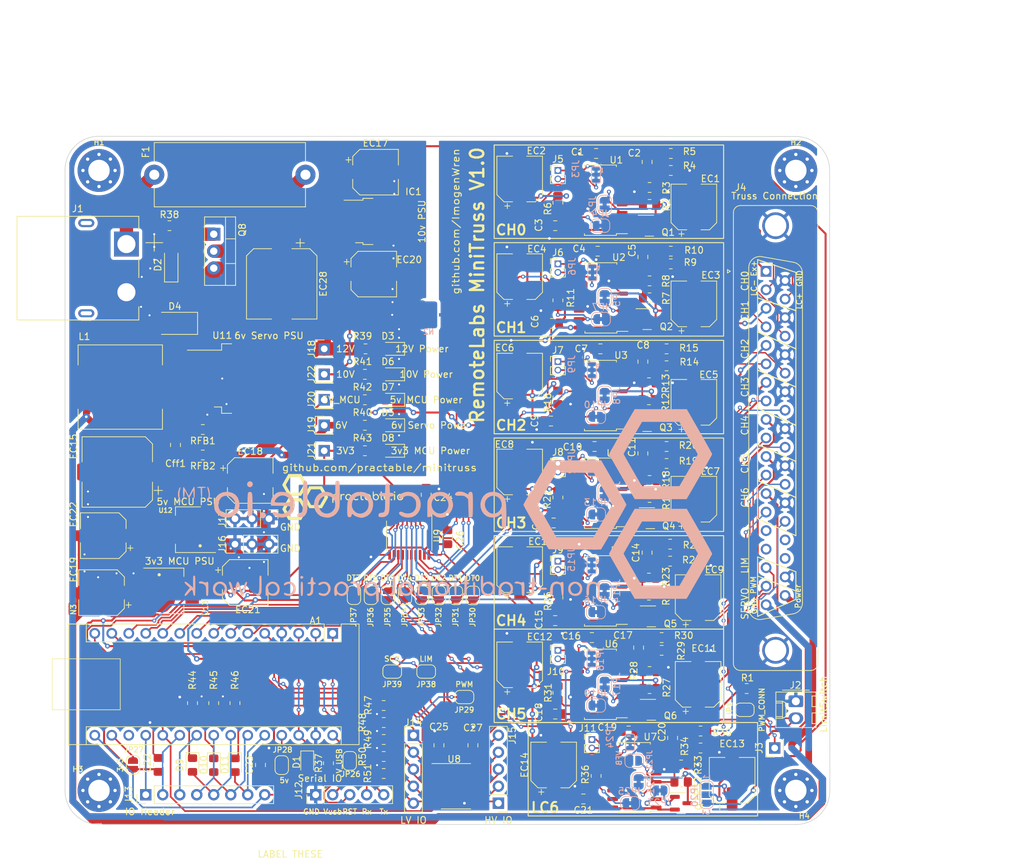
<source format=kicad_pcb>
(kicad_pcb (version 20211014) (generator pcbnew)
  (layers (0 "F.Cu" signal) (31 "B.Cu" signal) (34 "B.Paste" user) (35 "F.Paste" user) (36 "B.SilkS" user "B.Silkscreen") (37 "F.SilkS" user "F.Silkscreen") (38 "B.Mask" user) (39 "F.Mask" user) (44 "Edge.Cuts" user))
  (net 0 "")
  (net 1 "/MCU/RST")
  (net 2 "SCK")
  (net 3 "/MCU/DT1")
  (net 4 "/MCU/DT2")
  (net 5 "/MCU/DT3")
  (net 6 "/MCU/DT4")
  (net 7 "/MCU/DT5")
  (net 8 "/MCU/DT6")
  (net 9 "/MCU/DT7")
  (net 10 "/MCU/DT0")
  (net 11 "/LIMIT_SWITCH")
  (net 12 "/MCU/SERVO_PWM_PIN")
  (net 13 "/MCU/SPARE_0")
  (net 14 "Net-(A1-Pad17)")
  (net 16 "Net-(A1-Pad19)")
  (net 17 "/MCU/OUTPUT_ENABLE")
  (net 18 "Net-(A1-Pad21)")
  (net 19 "Net-(A1-Pad22)")
  (net 20 "Net-(A1-Pad23)")
  (net 21 "/MCU/LED_2")
  (net 22 "/MCU/LED_3")
  (net 23 "/MCU/LED_4")
  (net 24 "Net-(A1-Pad27)")
  (net 25 "Net-(A1-Pad30)")
  (net 26 "Net-(C1-Pad1)")
  (net 27 "GNDA")
  (net 28 "Net-(C2-Pad1)")
  (net 29 "Net-(C2-Pad2)")
  (net 30 "5VDC")
  (net 31 "Net-(C4-Pad1)")
  (net 32 "Net-(C5-Pad1)")
  (net 33 "Net-(C5-Pad2)")
  (net 34 "Net-(C7-Pad1)")
  (net 35 "Net-(C8-Pad1)")
  (net 36 "Net-(C8-Pad2)")
  (net 37 "Net-(C10-Pad1)")
  (net 38 "Net-(C11-Pad1)")
  (net 39 "Net-(C11-Pad2)")
  (net 40 "Net-(C13-Pad1)")
  (net 41 "Net-(C14-Pad1)")
  (net 42 "Net-(C14-Pad2)")
  (net 43 "Net-(C16-Pad1)")
  (net 44 "Net-(C17-Pad1)")
  (net 45 "Net-(C17-Pad2)")
  (net 46 "Net-(C19-Pad1)")
  (net 47 "Net-(C20-Pad1)")
  (net 48 "Net-(C20-Pad2)")
  (net 49 "3V3DC")
  (net 50 "/Power Distribution/12V_BUS")
  (net 51 "GNDPWR")
  (net 52 "/SERVO_POWER")
  (net 53 "/Power Distribution/FB")
  (net 54 "Net-(D1-Pad1)")
  (net 55 "/Power Distribution/12V_00")
  (net 56 "/Power Distribution/6VDC")
  (net 57 "/10V_DC")
  (net 58 "/BridgeDriver0/V_LC")
  (net 59 "/BridgeDriver1/V_LC")
  (net 60 "/BridgeDriver2/V_LC")
  (net 61 "/BridgeDriver3/V_LC")
  (net 62 "/BridgeDriver4/V_LC")
  (net 63 "/BridgeDriver5/V_LC")
  (net 64 "Net-(EC13-Pad1)")
  (net 65 "/Power Distribution/12V_IN")
  (net 66 "/Power Distribution/12V")
  (net 69 "/SERVO_PWM")
  (net 70 "/BridgeDriver0/LC-")
  (net 71 "/BridgeDriver1/LC-")
  (net 72 "/BridgeDriver2/LC-")
  (net 73 "/BridgeDriver3/LC-")
  (net 74 "/BridgeDriver4/LC-")
  (net 75 "/BridgeDriver5/LC-")
  (net 76 "/LoadCell/V_LC")
  (net 77 "/LoadCell/LC-")
  (net 78 "Net-(JP25-Pad2)")
  (net 79 "Net-(D3-Pad2)")
  (net 80 "/PWM")
  (net 81 "/BridgeDriver0/LC+")
  (net 82 "/BridgeDriver1/LC+")
  (net 83 "/BridgeDriver2/LC+")
  (net 84 "/BridgeDriver3/LC+")
  (net 85 "/BridgeDriver4/LC+")
  (net 86 "/BridgeDriver5/LC+")
  (net 87 "/LoadCell/LC+")
  (net 88 "Net-(D5-Pad2)")
  (net 89 "Net-(D6-Pad2)")
  (net 90 "Net-(J5-Pad1)")
  (net 91 "Net-(J5-Pad2)")
  (net 92 "Net-(J6-Pad1)")
  (net 93 "Net-(J6-Pad2)")
  (net 94 "Net-(J7-Pad1)")
  (net 95 "Net-(J7-Pad2)")
  (net 96 "Net-(J8-Pad1)")
  (net 97 "Net-(J8-Pad2)")
  (net 98 "Net-(J9-Pad1)")
  (net 99 "Net-(J9-Pad2)")
  (net 100 "Net-(J10-Pad1)")
  (net 101 "Net-(J10-Pad2)")
  (net 102 "Net-(J11-Pad1)")
  (net 103 "Net-(J11-Pad2)")
  (net 104 "/MCU/V_USB")
  (net 105 "Net-(J14-Pad1)")
  (net 106 "Net-(J14-Pad2)")
  (net 107 "Net-(J14-Pad3)")
  (net 108 "Net-(J14-Pad4)")
  (net 109 "Net-(J14-Pad5)")
  (net 110 "Net-(J15-Pad1)")
  (net 111 "Net-(J15-Pad2)")
  (net 112 "Net-(J15-Pad3)")
  (net 113 "Net-(J15-Pad4)")
  (net 114 "Net-(J15-Pad5)")
  (net 115 "Net-(JP2-Pad1)")
  (net 116 "Net-(JP4-Pad2)")
  (net 117 "Net-(JP5-Pad1)")
  (net 118 "Net-(JP7-Pad2)")
  (net 119 "Net-(JP8-Pad1)")
  (net 120 "Net-(JP10-Pad2)")
  (net 121 "Net-(JP11-Pad1)")
  (net 122 "Net-(JP13-Pad2)")
  (net 123 "Net-(JP14-Pad1)")
  (net 124 "Net-(JP16-Pad2)")
  (net 125 "Net-(JP17-Pad1)")
  (net 126 "Net-(JP19-Pad2)")
  (net 127 "Net-(JP21-Pad1)")
  (net 128 "Net-(JP22-Pad1)")
  (net 129 "Net-(JP23-Pad2)")
  (net 130 "Net-(JP23-Pad1)")
  (net 131 "Net-(Q1-Pad1)")
  (net 132 "Net-(Q2-Pad1)")
  (net 133 "Net-(Q3-Pad1)")
  (net 134 "Net-(Q4-Pad1)")
  (net 135 "Net-(Q5-Pad1)")
  (net 136 "Net-(Q6-Pad1)")
  (net 137 "Net-(R2-Pad1)")
  (net 138 "Net-(R7-Pad1)")
  (net 139 "Net-(R12-Pad1)")
  (net 140 "Net-(R17-Pad1)")
  (net 141 "Net-(R22-Pad1)")
  (net 142 "Net-(R27-Pad1)")
  (net 150 "/BridgeDriver0/D_OUT")
  (net 151 "/BridgeDriver1/D_OUT")
  (net 152 "/BridgeDriver2/D_OUT")
  (net 153 "/BridgeDriver3/D_OUT")
  (net 154 "/BridgeDriver4/D_OUT")
  (net 155 "/BridgeDriver5/D_OUT")
  (net 156 "/LoadCell/D_OUT")
  (net 157 "/MCU/DATA_7")
  (net 158 "/MCU/SCK")
  (net 159 "/MCU/LIMIT_SWITCH")
  (net 160 "Net-(D9-Pad1)")
  (net 161 "Net-(D10-Pad1)")
  (net 162 "Net-(D11-Pad1)")
  (net 163 "/SERVO_GND")
  (net 164 "Net-(D7-Pad2)")
  (net 165 "Net-(D8-Pad2)")
  (net 166 "/MCU/TX")
  (net 167 "/MCU/RX")
  (footprint "Package_TO_SOT_SMD:SOT-23" (layer "F.Cu") (at 189.23 81.28)
    (fp_text reference "Q3")
    (fp_text value "BC807")
  )
  (footprint "Capacitor_SMD:CP_Elec_6.3x5.9" (layer "F.Cu") (at 196.85 107.69 90)
    (fp_text reference "EC9")
    (fp_text value "10u")
  )
  (footprint "Jumper:SolderJumper-2_P1.3mm_Open_RoundedPad1.0x1.5mm" (layer "F.Cu") (at 156.21 118.745 180)
    (fp_text reference "JP38")
    (fp_text value "LIM")
  )
  (footprint "Resistor_SMD:R_0805_2012Metric_Pad1.20x1.40mm_HandSolder" (layer "F.Cu") (at 149.86 133.985)
    (fp_text reference "R51")
    (fp_text value "10k")
  )
  (footprint "Jumper:SolderJumper-2_P1.3mm_Open_RoundedPad1.0x1.5mm" (layer "F.Cu") (at 203.82 124.46)
    (fp_text reference "JP1")
    (fp_text value "PWM_CONN")
  )
  (footprint "Jumper:SolderJumper-2_P1.3mm_Open_RoundedPad1.0x1.5mm" (layer "F.Cu") (at 163.195 107.36 -90)
    (fp_text reference "JP30")
    (fp_text value "DT0")
  )
  (footprint "Diode_SMD:D_0805_2012Metric_Pad1.15x1.40mm_HandSolder" (layer "F.Cu") (at 121.285 132.715 -90)
    (fp_text reference "D9")
    (fp_text value "LED")
  )
  (footprint "Capacitor_SMD:C_0805_2012Metric_Pad1.18x1.45mm_HandSolder" (layer "F.Cu") (at 188.595 56.7475 90)
    (fp_text reference "C5")
    (fp_text value "100n")
  )
  (footprint "Package_SO:SOP-16_4.55x10.3mm_P1.27mm" (layer "F.Cu") (at 182.32 62.865 180)
    (fp_text reference "U2")
    (fp_text value "HX711")
  )
  (footprint "Connector_PinHeader_2.54mm:PinHeader_1x01_P2.54mm_Vertical" (layer "F.Cu") (at 140.97 70.485)
    (fp_text reference "J18")
    (fp_text value "12V")
  )
  (footprint "Capacitor_SMD:CP_Elec_6.3x5.9" (layer "F.Cu") (at 129.165 105.41)
    (fp_text reference "EC21")
    (fp_text value "10u")
  )
  (footprint "Package_SO:TSSOP-20_4.4x6.5mm_P0.65mm" (layer "F.Cu") (at 160.655 135.89)
    (fp_text reference "U8")
    (fp_text value "TXS0108EPW")
  )
  (footprint "Capacitor_SMD:CP_Elec_6.3x5.9" (layer "F.Cu") (at 170.18 117.735 90)
    (fp_text reference "EC12")
    (fp_text value "10u")
  )
  (footprint "Resistor_SMD:R_0805_2012Metric_Pad1.20x1.40mm_HandSolder" (layer "F.Cu") (at 122.825 86.36 180)
    (fp_text reference "RFB2")
    (fp_text value "3k3")
  )
  (footprint "Capacitor_SMD:CP_Elec_6.3x5.9" (layer "F.Cu") (at 196.215 78.48 90)
    (fp_text reference "EC5")
    (fp_text value "10u")
  )
  (footprint "Diode_SMD:D_MiniMELF" (layer "F.Cu") (at 118.11 57.94 90)
    (fp_text reference "D2")
    (fp_text value "BZV55B9V1")
  )
  (footprint "Package_TO_SOT_SMD:TO-252-2" (layer "F.Cu") (at 149.225 51.435)
    (fp_text reference "IC1")
    (fp_text value "BAJ0BC0FP-E2")
  )
  (footprint "Package_SO:SOP-16_4.55x10.3mm_P1.27mm" (layer "F.Cu") (at 187.325 134.62 180)
    (fp_text reference "U7")
    (fp_text value "HX711")
  )
  (footprint "Capacitor_SMD:CP_Elec_6.3x5.9" (layer "F.Cu") (at 196.215 63.76 90)
    (fp_text reference "EC3")
    (fp_text value "10u")
  )
  (footprint "Capacitor_SMD:CP_Elec_6.3x5.9" (layer "F.Cu") (at 196.85 120.65 90)
    (fp_text reference "EC11")
    (fp_text value "10u")
  )
  (footprint "Package_TO_SOT_SMD:SOT-23" (layer "F.Cu") (at 189.23 66.04)
    (fp_text reference "Q2")
    (fp_text value "BC807")
  )
  (footprint "MountingHole:MountingHole_3.2mm_M3_Pad_Via" (layer "F.Cu") (at 211.455 136.525)
    (fp_text reference "H4")
    (fp_text value "MountingHole_M3" hide)
  )
  (footprint "Capacitor_SMD:CP_Elec_6.3x5.9" (layer "F.Cu") (at 170.18 59.69 90)
    (fp_text reference "EC4")
    (fp_text value "10u")
  )
  (footprint "Resistor_SMD:R_0805_2012Metric_Pad1.20x1.40mm_HandSolder" (layer "F.Cu") (at 192.135 70.485)
    (fp_text reference "R15")
    (fp_text value "100r")
  )
  (footprint "Resistor_SMD:R_0805_2012Metric_Pad1.20x1.40mm_HandSolder" (layer "F.Cu") (at 147.05 74.295 180)
    (fp_text reference "R41")
    (fp_text value "8k2")
  )
  (footprint "Connector_PinHeader_1.27mm:PinHeader_1x02_P1.27mm_Vertical" (layer "F.Cu") (at 175.895 57.785)
    (fp_text reference "J6")
    (fp_text value "IN_B")
  )
  (footprint "Capacitor_SMD:CP_Elec_6.3x5.9" (layer "F.Cu") (at 107.69 106.94 180)
    (fp_text reference "EC19")
    (fp_text value "22u")
  )
  (footprint "Connector_Molex:Molex_KK-254_AE-6410-02A_1x02_P2.54mm_Vertical" (layer "F.Cu") (at 211.455 123.19 -90)
    (fp_text reference "J2")
    (fp_text value "LimitSwitch")
  )
  (footprint "Capacitor_SMD:C_0805_2012Metric_Pad1.18x1.45mm_HandSolder" (layer "F.Cu") (at 187.96 115.1675 90)
    (fp_text reference "C17")
    (fp_text value "100n")
  )
  (footprint "Capacitor_SMD:C_0805_2012Metric_Pad1.18x1.45mm_HandSolder" (layer "F.Cu") (at 179.705 137.795 180)
    (fp_text reference "C21")
    (fp_text value "100n")
  )
  (footprint "Resistor_SMD:R_0805_2012Metric_Pad1.20x1.40mm_HandSolder" (layer "F.Cu") (at 189.595 90.17 180)
    (fp_text reference "R18")
    (fp_text value "33k")
  )
  (footprint "Capacitor_SMD:CP_Elec_6.3x5.9" (layer "F.Cu") (at 170.18 103.505 90)
    (fp_text reference "EC10")
    (fp_text value "10u")
  )
  (footprint "Resistor_SMD:R_0805_2012Metric_Pad1.20x1.40mm_HandSolder" (layer "F.Cu") (at 204.105 121.285 180)
    (fp_text reference "R1")
    (fp_text value "10k")
  )
  (footprint "Resistor_SMD:R_0805_2012Metric_Pad1.20x1.40mm_HandSolder" (layer "F.Cu") (at 175.895 63.23 -90)
    (fp_text reference "R11")
    (fp_text value "10k")
  )
  (footprint "MountingHole:MountingHole_3.2mm_M3_Pad_Via" (layer "F.Cu") (at 211.455 43.815)
    (fp_text reference "H2")
    (fp_text value "MountingHole_M3" hide)
  )
  (footprint "Connector_PinHeader_1.27mm:PinHeader_1x02_P1.27mm_Vertical" (layer "F.Cu") (at 175.895 87.63)
    (fp_text reference "J8")
    (fp_text value "IN_B")
  )
  (footprint "Capacitor_SMD:C_0805_2012Metric_Pad1.18x1.45mm_HandSolder" (layer "F.Cu") (at 159.385 98.6575 90)
    (fp_text reference "C26")
    (fp_text value "100n")
  )
  (footprint "Connector_PinHeader_2.54mm:PinHeader_1x08_P2.54mm_Vertical" (layer "F.Cu") (at 114.3 137.16 90)
    (fp_text reference "J13")
    (fp_text value "IO Header")
  )
  (footprint "Connector_PinHeader_1.27mm:PinHeader_1x02_P1.27mm_Vertical" (layer "F.Cu") (at 175.895 43.815)
    (fp_text reference "J5")
    (fp_text value "IN_B")
  )
  (footprint "Capacitor_SMD:C_0805_2012Metric_Pad1.18x1.45mm_HandSolder" (layer "F.Cu") (at 181.8425 55.88 180)
    (fp_text reference "C4")
    (fp_text value "100n")
  )
  (footprint "Resistor_SMD:R_0805_2012Metric_Pad1.20x1.40mm_HandSolder" (layer "F.Cu") (at 147.05 85.725 180)
    (fp_text reference "R43")
    (fp_text value "330r")
  )
  (footprint "Connector_PinHeader_1.27mm:PinHeader_1x02_P1.27mm_Vertical" (layer "F.Cu") (at 175.895 102.235)
    (fp_text reference "J9")
    (fp_text value "IN_B")
  )
  (footprint "Jumper:SolderJumper-2_P1.3mm_Open_RoundedPad1.0x1.5mm" (layer "F.Cu") (at 160.655 107.33 -90)
    (fp_text reference "JP31")
    (fp_text value "DT1")
  )
  (footprint "Capacitor_SMD:CP_Elec_6.3x5.9" (layer "F.Cu") (at 148.64 44.07)
    (fp_text reference "EC17")
    (fp_text value "22u")
  )
  (footprint "Capacitor_SMD:C_0805_2012Metric_Pad1.18x1.45mm_HandSolder" (layer "F.Cu") (at 181.3775 85.09 180)
    (fp_text reference "C10")
    (fp_text value "100n")
  )
  (footprint "000_Graphics_Immo:practactable.io_text_20x8" (layer "F.Cu") (at 144.313167 92.71)
    (fp_text reference "G***" hide)
    (fp_text value "LOGO" hide)
  )
  (footprint "Diode_SMD:D_0805_2012Metric_Pad1.15x1.40mm_HandSolder" (layer "F.Cu") (at 151.13 70.485 180)
    (fp_text reference "D3")
    (fp_text value "12V Power")
  )
  (footprint "Resistor_SMD:R_0805_2012Metric_Pad1.20x1.40mm_HandSolder" (layer "F.Cu") (at 175.895 92.71 -90)
    (fp_text reference "R21")
    (fp_text value "10k")
  )
  (footprint "Connector_PinHeader_2.54mm:PinHeader_1x01_P2.54mm_Vertical" (layer "F.Cu") (at 140.97 81.915)
    (fp_text reference "J19")
    (fp_text value "6V")
  )
  (footprint "Jumper:SolderJumper-2_P1.3mm_Open_RoundedPad1.0x1.5mm" (layer "F.Cu") (at 158.115 107.33 -90)
    (fp_text reference "JP32")
    (fp_text value "DT2")
  )
  (footprint "Resistor_SMD:R_0805_2012Metric_Pad1.20x1.40mm_HandSolder" (layer "F.Cu") (at 189.5 75.565 180)
    (fp_text reference "R13")
    (fp_text value "33k")
  )
  (footprint "Resistor_SMD:R_0805_2012Metric_Pad1.20x1.40mm_HandSolder" (layer "F.Cu") (at 191.405 113.665)
    (fp_text reference "R30")
    (fp_text value "100r")
  )
  (footprint "Package_SO:SOP-16_4.55x10.3mm_P1.27mm" (layer "F.Cu") (at 182.245 106.68 180)
    (fp_text reference "U5")
    (fp_text value "HX711")
  )
  (footprint "Capacitor_SMD:CP_Elec_10x10" (layer "F.Cu") (at 134.62 60.77 -90)
    (fp_text reference "EC28")
    (fp_text value "680u")
  )
  (footprint "Resistor_SMD:R_0805_2012Metric_Pad1.20x1.40mm_HandSolder" (layer "F.Cu") (at 141.605 132.445 -90)
    (fp_text reference "R37")
    (fp_text value "1k")
  )
  (footprint "Connector_Dsub:DSUB-37_Female_Vertical_P2.77x2.84mm_MountingHoles" (layer "F.Cu") (at 207.01 58.89 90)
    (fp_text reference "J4")
    (fp_text value "Truss Connection")
  )
  (footprint "Resistor_SMD:R_0805_2012Metric_Pad1.20x1.40mm_HandSolder" (layer "F.Cu") (at 149.863266 128.905)
    (fp_text reference "R49")
    (fp_text value "10k")
  )
  (footprint "Package_TO_SOT_SMD:SOT-23" (layer "F.Cu") (at 189.712167 95.805019)
    (fp_text reference "Q4")
    (fp_text value "BC807")
  )
  (footprint "Resistor_SMD:R_0805_2012Metric_Pad1.20x1.40mm_HandSolder" (layer "F.Cu") (at 191.405 115.57)
    (fp_text reference "R29")
    (fp_text value "100r")
  )
  (footprint "Resistor_SMD:R_0805_2012Metric_Pad1.20x1.40mm_HandSolder" (layer "F.Cu") (at 192.135 87.63)
    (fp_text reference "R19")
    (fp_text value "100r")
  )
  (footprint "Resistor_SMD:R_0805_2012Metric_Pad1.20x1.40mm_HandSolder" (layer "F.Cu") (at 192.675 102.235)
    (fp_text reference "R24")
    (fp_text value "100r")
  )
  (footprint "Capacitor_SMD:CP_Elec_6.3x5.9" (layer "F.Cu") (at 201.93 134.995 90)
    (fp_text reference "EC13")
    (fp_text value "10u")
  )
  (footprint "Jumper:SolderJumper-2_P1.3mm_Open_RoundedPad1.0x1.5mm" (layer "F.Cu") (at 144.78 132.095 -90)
    (fp_text reference "JP26")
    (fp_text value "V_USB")
  )
  (footprint "Capacitor_SMD:C_0805_2012Metric_Pad1.18x1.45mm_HandSolder" (layer "F.Cu") (at 186.4575 127.635 180)
    (fp_text reference "C19")
    (fp_text value "100n")
  )
  (footprint "Connector_PinHeader_2.54mm:PinHeader_1x03_P2.54mm_Vertical" (layer "F.Cu") (at 127.635 99.695 90)
    (fp_text reference "J16")
    (fp_text value "GND")
  )
  (footprint "Resistor_SMD:R_0805_2012Metric_Pad1.20x1.40mm_HandSolder" (layer "F.Cu") (at 149.854239 123.825)
    (fp_text reference "R47")
    (fp_text value "10k")
  )
  (footprint "Capacitor_SMD:CP_Elec_6.3x5.9" (layer "F.Cu") (at 196.215 92.97 90)
    (fp_text reference "EC7")
    (fp_text value "10u")
  )
  (footprint "Resistor_SMD:R_0805_2012Metric_Pad1.20x1.40mm_HandSolder" (layer "F.Cu") (at 189.5 78.105)
    (fp_text reference "R12")
    (fp_text value "12k")
  )
  (footprint "Capacitor_SMD:CP_Elec_6.3x5.9" (layer "F.Cu") (at 196.215 49.27 90)
    (fp_text reference "EC1")
    (fp_text value "10u")
  )
  (footprint "Resistor_SMD:R_0805_2012Metric_Pad1.20x1.40mm_HandSolder" (layer "F.Cu") (at 192.77 57.785)
    (fp_text reference "R9")
    (fp_text value "100r")
  )
  (footprint "Connector_PinHeader_1.27mm:PinHeader_1x02_P1.27mm_Vertical" (layer "F.Cu") (at 175.895 72.39)
    (fp_text reference "J7")
    (fp_text value "IN_B")
  )
  (footprint "Diode_SMD:D_0805_2012Metric_Pad1.15x1.40mm_HandSolder" (layer "F.Cu") (at 151.13 74.295 180)
    (fp_text reference "D6")
    (fp_text value "10V Power")
  )
  (footprint "Connector_PinHeader_1.27mm:PinHeader_1x02_P1.27mm_Vertical" (layer "F.Cu") (at 175.895 115.57)
    (fp_text reference "J10")
    (fp_text value "IN_B")
  )
  (footprint "Capacitor_SMD:C_0805_2012Metric_Pad1.18x1.45mm_HandSolder" (layer "F.Cu") (at 174.8575 81.28 180)
    (fp_text reference "C9")
    (fp_text value "100n")
  )
  (footprint "Jumper:SolderJumper-2_P1.3mm_Open_RoundedPad1.0x1.5mm" (layer "F.Cu") (at 134.62 132.73 -90)
    (fp_text reference "JP28")
    (fp_text value "5v")
  )
  (footprint "Resistor_SMD:R_0805_2012Metric_Pad1.20x1.40mm_HandSolder" (layer "F.Cu") (at 127.635 123.46 -90)
    (fp_text reference "R46")
    (fp_text value "1k")
  )
  (footprint "Resistor_SMD:R_0805_2012Metric_Pad1.20x1.40mm_HandSolder" (layer "F.Cu") (at 189.595 46.355 180)
    (fp_text reference "R3")
    (fp_text value "33k")
  )
  (footprint "Capacitor_SMD:C_0805_2012Metric_Pad1.18x1.45mm_HandSolder" (layer "F.Cu") (at 188.595 86.1275 90)
    (fp_text reference "C11")
    (fp_text value "100n")
  )
  (footprint "Resistor_SMD:R_0805_2012Metric_Pad1.20x1.40mm_HandSolder" (layer "F.Cu") (at 197.215 127.635)
    (fp_text reference "R35")
    (fp_text value "100r")
  )
  (footprint "Package_TO_SOT_SMD:SOT-23" (layer "F.Cu") (at 189.5625 52.07)
    (fp_text reference "Q1")
    (fp_text value "BC807")
  )
  (footprint "Connector_PinHeader_2.54mm:PinHeader_1x05_P2.54mm_Vertical" (layer "F.Cu") (at 154.305 128.27)
    (fp_text reference "J14")
    (fp_text value "LV IO")
  )
  (footprint "Module:Arduino_Nano" (layer "F.Cu") (at 142.24 113.03 -90)
    (fp_text reference "A1")
    (fp_text value "Arduino_Nano_v3.x")
  )
  (footprint "Resistor_SMD:R_0805_2012Metric_Pad1.20x1.40mm_HandSolder" (layer "F.Cu") (at 189.595 60.325 180)
    (fp_text reference "R8")
    (fp_text value "33k")
  )
  (footprint "Capacitor_SMD:CP_Elec_6.3x5.9" (layer "F.Cu") (at 107.95 98.425 180)
    (fp_text reference "EC22")
    (fp_text value "10u")
  )
  (footprint "Diode_SMD:D_0805_2012Metric_Pad1.15x1.40mm_HandSolder" (layer "F.Cu") (at 151.13 78.105 180)
    (fp_text reference "D7")
    (fp_text value "5v MCU Power")
  )
  (footprint "Package_TO_SOT_SMD:SOT-23" (layer "F.Cu") (at 189.865 124.46)
    (fp_text reference "Q6")
    (fp_text value "BC807")
  )
  (footprint "Package_TO_SOT_SMD:SOT-223-3_TabPin2" (layer "F.Cu") (at 118.085 106.68)
    (fp_text reference "U13")
    (fp_text value "AMS1117-3.3")
  )
  (footprint "Connector_PinHeader_2.54mm:PinHeader_1x05_P2.54mm_Vertical" (layer "F.Cu") (at 139.7 137.16 90)
    (fp_text reference "J12")
    (fp_text value "Serial IO")
  )
  (footprint "Jumper:SolderJumper-2_P1.3mm_Open_RoundedPad1.0x1.5mm" (layer "F.Cu") (at 161.925 122.555 180)
    (fp_text reference "JP29")
    (fp_text value "PWM")
  )
  (footprint "Capacitor_SMD:CP_Elec_6.3x5.9" (layer "F.Cu") (at 148.38 59.31)
    (fp_text reference "EC20")
    (fp_text value "10u")
  )
  (footprint "Jumper:SolderJumper-2_P1.3mm_Open_RoundedPad1.0x1.5mm" (layer "F.Cu") (at 150.495 107.315 -90)
    (fp_text reference "JP35")
    (fp_text value "DT5")
  )
  (footprint "Resistor_SMD:R_0805_2012Metric_Pad1.20x1.40mm_HandSolder" (layer "F.Cu") (at 189.595 118.745 180)
    (fp_text reference "R28")
    (fp_text value "33k")
  )
  (footprint "MountingHole:MountingHole_3.2mm_M3_Pad_Via" (layer "F.Cu") (at 107.315 43.815)
    (fp_text reference "H1")
    (fp_text value "MountingHole_M3" hide)
  )
  (footprint "Resistor_SMD:R_0805_2012Metric_Pad1.20x1.40mm_HandSolder" (layer "F.Cu") (at 149.866364 126.365)
    (fp_text reference "R48")
    (fp_text value "10k")
  )
  (footprint "Resistor_SMD:R_0805_2012Metric_Pad1.20x1.40mm_HandSolder" (layer "F.Cu") (at 189.5 104.775 180)
    (fp_text reference "R23")
    (fp_text value "33k")
  )
  (footprint "Resistor_SMD:R_0805_2012Metric_Pad1.20x1.40mm_HandSolder" (layer "F.Cu") (at 192.135 73.025)
    (fp_text reference "R14")
    (fp_text value "100r")
  )
  (footprint "Capacitor_SMD:C_0805_2012Metric_Pad1.18x1.45mm_HandSolder" (layer "F.Cu") (at 188.595 72.39 90)
    (fp_text reference "C8")
    (fp_text value "100n")
  )
  (footprint "Capacitor_SMD:C_0805_2012Metric_Pad1.18x1.45mm_HandSolder" (layer "F.Cu") (at 181.61 41.275 180)
    (fp_text reference "C1")
    (fp_text value "100n")
  )
  (footprint "Jumper:SolderJumper-2_P1.3mm_Open_RoundedPad1.0x1.5mm" (layer "F.Cu") (at 155.575 107.33 -90)
    (fp_text reference "JP33")
    (fp_text value "DT3")
  )
  (footprint "Resistor_SMD:R_0805_2012Metric_Pad1.20x1.40mm_HandSolder" (layer "F.Cu") (at 189.5 107.315)
    (fp_text reference "R22")
    (fp_text value "12k")
  )
  (footprint "Package_SO:SOP-16_4.55x10.3mm_P1.27mm" (layer "F.Cu") (at 182.245 92.075 180)
    (fp_text reference "U4")
    (fp_text value "HX711")
  )
  (footprint "Capacitor_SMD:CP_Elec_10x10" (layer "F.Cu") (at 110.045 88.9 180)
    (fp_text reference "EC15")
    (fp_text value "100u")
  )
  (footprint "Diode_SMD:D_0805_2012Metric_Pad1.15x1.40mm_HandSolder" (layer "F.Cu") (at 124.46 132.747992 -90)
    (fp_text reference "D10")
    (fp_text value "LED")
  )
  (footprint "Capacitor_SMD:C_0805_2012Metric_Pad1.18x1.45mm_HandSolder" (layer "F.Cu") (at 175.4925 111.125 180)
    (fp_text reference "C15")
    (fp_text value "100n")
  )
  (footprint "Capacitor_SMD:C_0805_2012Metric_Pad1.18x1.45mm_HandSolder" (layer "F.Cu") (at 118.745 84.8575 -90)
    (fp_text reference "Cff1")
    (fp_text value "3n3")
  )
  (footprint "Resistor_SMD:R_0805_2012Metric_Pad1.20x1.40mm_HandSolder" (layer "F.Cu") (at 192.675 99.695)
    (fp_text reference "R25")
    (fp_text value "100r")
  )
  (footprint "Capacitor_SMD:C_0805_2012Metric_Pad1.18x1.45mm_HandSolder" (layer "F.Cu") (at 189.23 42.545 90)
    (fp_text reference "C2")
    (fp_text value "100n")
  )
  (footprint "Resistor_SMD:R_0805_2012Metric_Pad1.20x1.40mm_HandSolder" (layer "F.Cu") (at 189.595 48.895)
    (fp_text reference "R2")
    (fp_text value "12k")
  )
  (footprint "Connector_AMASS:AMASS_XT60PW-M" (layer "F.Cu") (at 105.41 58.42 90)
    (fp_text reference "J1")
    (fp_text value "XT60_60A_male")
  )
  (footprint "Resistor_SMD:R_0805_2012Metric_Pad1.20x1.40mm_HandSolder" (layer "F.Cu") (at 192.77 55.88)
    (fp_text reference "R10")
    (fp_text value "100r")
  )
  (footprint "Capacitor_SMD:C_0805_2012Metric_Pad1.18x1.45mm_HandSolder" (layer "F.Cu") (at 131.445 132.715 90)
    (fp_text reference "C23")
    (fp_text value "100n")
  )
  (footprint "Resistor_SMD:R_0805_2012Metric_Pad1.20x1.40mm_HandSolder" (layer "F.Cu") (at 194.31 135.255)
    (fp_text reference "R32")
    (fp_text value "12k")
  )
  (footprint "Capacitor_SMD:C_0805_2012Metric_Pad1.18x1.45mm_HandSolder" (layer "F.Cu") (at 175.0275 66.675 180)
    (fp_text reference "C6")
    (fp_text value "100n")
  )
  (footprint "Package_TO_SOT_SMD:SOT-23" (layer "F.Cu") (at 189.865 110.49)
    (fp_text reference "Q5")
    (fp_text value "BC807")
  )
  (footprint "Resistor_SMD:R_0805_2012Metric_Pad1.20x1.40mm_HandSolder" (layer "F.Cu") (at 189.595 92.71)
    (fp_text reference "R17")
    (fp_text value "12k")
  )
  (footprint "Connector_PinHeader_2.54mm:PinHeader_1x01_P2.54mm_Vertical" (layer "F.Cu") (at 140.97 78.105)
    (fp_text reference "J20")
    (fp_text value "5V_MCU")
  )
  (footprint "Jumper:SolderJumper-2_P1.3mm_Open_RoundedPad1.0x1.5mm" (layer "F.Cu") (at 151.13 118.745 180)
    (fp_text reference "JP39")
    (fp_text value "SCK")
  )
  (footprint "Package_TO_SOT_SMD:TO-263-5_TabPin3" (layer "F.Cu") (at 128.59 74.93)
    (fp_text reference "U11")
    (fp_text value "LM2596S-ADJ")
  )
  (footprint "Package_TO_SOT_SMD:SOT-23" (layer "F.Cu") (at 194.31 138.43)
    (fp_text reference "Q7")
    (fp_text value "BC807")
  )
  (footprint "Jumper:SolderJumper-2_P1.3mm_Open_RoundedPad1.0x1.5mm" (layer "F.Cu") (at 153.035 107.315 -90)
    (fp_text reference "JP34")
    (fp_text value "DT4")
  )
  (footprint "Connector_PinHeader_2.54mm:PinHeader_1x05_P2.54mm_Vertical" (layer "F.Cu") (at 167.005 138.425 180)
    (fp_text reference "J15")
    (fp_text value "HV IO")
  )
  (footprint "Resistor_SMD:R_0805_2012Metric_Pad1.20x1.40mm_HandSolder" (layer "F.Cu") (at 181.61 134.35 -90)
    (fp_text reference "R36")
    (fp_text value "10k")
  )
  (footprint "Capacitor_SMD:C_0805_2012Metric_Pad1.18x1.45mm_HandSolder" (layer "F.Cu") (at 189.23 100.965 90)
    (fp_text reference "C14")
    (fp_text value "100n")
  )
  (footprint "Capacitor_SMD:C_0805_2012Metric_Pad1.18x1.45mm_HandSolder" (layer "F.Cu") (at 175.4925 125.095 180)
    (fp_text reference "C18")
    (fp_text value "100n")
  )
  (footprint "Jumper:SolderJumper-2_P1.3mm_Open_RoundedPad1.0x1.5mm" (layer "F.Cu") (at 145.415 107.315 -90)
    (fp_text reference "JP37")
    (fp_text value "DT7")
  )
  (footprint "Diode_SMD:D_0805_2012Metric_Pad1.15x1.40mm_HandSolder" (layer "F.Cu") (at 138.43 132.47 -90)
    (fp_text reference "D1")
    (fp_text value "LED")
  )
  (footprint "Connector_PinHeader_1.27mm:PinHeader_1x02_P1.27mm_Vertical" (layer "F.Cu") (at 180.975 128.905)
    (fp_text reference "J11")
    (fp_text value "IN_B")
  )
  (footprint "Resistor_SMD:R_0805_2012Metric_Pad1.20x1.40mm_HandSolder" (layer "F.Cu") (at 189.595 121.285)
    (fp_text reference "R27")
    (fp_text value "12k")
  )
  (footprint "Resistor_SMD:R_0805_2012Metric_Pad1.20x1.40mm_HandSolder" (layer "F.Cu") (at 175.895 48.625 -90)
    (fp_text reference "R6")
    (fp_text value "10k")
  )
  (footprint "Capacitor_SMD:C_0805_2012Metric_Pad1.18x1.45mm_HandSolder" (layer "F.Cu") (at 181.3775 99.695 180)
    (fp_text reference "C13")
    (fp_text value "100n")
  )
  (footprint "Diode_SMD:D_0805_2012Metric_Pad1.15x1.40mm_HandSolder" (layer "F.Cu") (at 151.13 81.915 180)
    (fp_text reference "D5")
    (fp_text value "6v Servo Power")
  )
  (footprint "Resistor_SMD:R_0805_2012Metric_Pad1.20x1.40mm_HandSolder" (layer "F.Cu") (at 147.05 78.105 180)
    (fp_text reference "R42")
    (fp_text value "1k")
  )
  (footprint "Resistor_SMD:R_0805_2012Metric_Pad1.20x1.40mm_HandSolder" (layer "F.Cu") (at 124.46 123.46 -90)
    (fp_text reference "R45")
    (fp_text value "1k")
  )
  (footprint "Package_TO_SOT_SMD:SOT-223-3_TabPin2" (layer "F.Cu") (at 120.65 97.53 180)
    (fp_text reference "U12")
    (fp_text value "AMS1117-5.0")
  )
  (footprint "Resistor_SMD:R_0805_2012Metric_Pad1.20x1.40mm_HandSolder" (layer "F.Cu") (at 189.595 62.865)
    (fp_text reference "R7")
    (fp_text value "12k")
  )
  (footprint "Resistor_SMD:R_0805_2012Metric_Pad1.20x1.40mm_HandSolder" (layer "F.Cu") (at 192.77 41.275)
    (fp_text reference "R5")
    (fp_text value "100r")
  )
  (footprint "Diode_SMD:D_0805_2012Metric_Pad1.15x1.40mm_HandSolder" (layer "F.Cu") (at 151.122311 85.725 180)
    (fp_text reference "D8")
    (fp_text value "3v3 MCU Power")
  )
  (footprint "Capacitor_SMD:C_0805_2012Metric_Pad1.18x1.45mm_HandSolder" (layer "F.Cu") (at 175.26 96.52 180)
    (fp_text reference "C12")
    (fp_text value "100n")
  )
  (footprint "Package_SO:SOP-16_4.55x10.3mm_P1.27mm" (layer "F.Cu") (at 182.245 120.65 180)
    (fp_text reference "U6")
    (fp_text value "HX711")
  )
  (footprint "Package_SO:SOP-16_4.55x10.3mm_P1.27mm" (layer "F.Cu") (at 182.245 77.47 180)
    (fp_text reference "U3")
    (fp_text value "HX711")
  )
  (footprint "Capacitor_SMD:C_0805_2012Metric_Pad1.18x1.45mm_HandSolder" (layer "F.Cu") (at 193.04 128.6725 90)
    (fp_text reference "C20")
    (fp_text value "100n")
  )
  (footprint "Connector_PinHeader_2.54mm:PinHeader_1x03_P2.54mm_Vertical" (layer "F.Cu") (at 132.715 95.885 -90)
    (fp_text reference "J17")
    (fp_text value "GND")
  )
  (footprint "Capacitor_SMD:C_0805_2012Metric_Pad1.18x1.45mm_HandSolder" (layer "F.Cu") (at 180.975 113.665 180)
    (fp_text reference "C16")
    (fp_text value "100n")
  )
  (footprint "MountingHole:MountingHole_3.2mm_M3_Pad_Via" (layer "F.Cu") (at 107.315 136.525)
    (fp_text reference "H3")
    (fp_text value "MountingHole_M3" hide)
  )
  (footprint "Capacitor_SMD:CP_Elec_6.3x5.9" (layer "F.Cu") (at 170.18 45.085 90)
    (fp_text reference "EC2")
    (fp_text value "10u")
  )
  (footprint "Resistor_SMD:R_0805_2012Metric_Pad1.20x1.40mm_HandSolder" (layer "F.Cu") (at 121.285 123.46 -90)
    (fp_text reference "R44")
    (fp_text value "1k")
  )
  (footprint "Capacitor_SMD:C_0805_2012Metric_Pad1.18x1.45mm_HandSolder" (layer "F.Cu") (at 158.115 129.7725 90)
    (fp_text reference "C25")
    (fp_text value "100n")
  )
  (footprint "Capacitor_SMD:C_0805_2012Metric_Pad1.18x1.45mm_HandSolder" (layer "F.Cu") (at 163.195 129.7725 90)
    (fp_text reference "C27")
    (fp_text value "100n")
  )
  (footprint "Resistor_SMD:R_0805_2012Metric_Pad1.20x1.40mm_HandSolder" (layer "F.Cu") (at 194.31 132.715 180)
    (fp_text reference "R33")
    (fp_text value "33k")
  )
  (footprint "Package_TO_SOT_THT:TO-220-3_Vertical" (layer "F.Cu") (at 124.46 53.34 -90)
    (fp_text reference "Q8")
    (fp_text value "IRF5305_PBF")
  )
  (footprint "Package_SO:SOP-16_4.55x10.3mm_P1.27mm" (layer "F.Cu") (at 182.245 48.26 180)
    (fp_text reference "U1")
    (fp_text value "HX711")
  )
  (footprint "Resistor_SMD:R_0805_2012Metric_Pad1.20x1.40mm_HandSolder" (layer "F.Cu") (at 197.215 130.175)
    (fp_text reference "R34")
    (fp_text value "100r")
  )
  (footprint "Capacitor_SMD:C_0805_2012Metric_Pad1.18x1.45mm_HandSolder" (layer "F.Cu") (at 116.205 132.701518 90)
    (fp_text reference "C22")
    (fp_text value "100n")
  )
  (footprint "Capacitor_SMD:CP_Elec_6.3x5.9" (layer "F.Cu") (at 170.18 74.555 90)
    (fp_text reference "EC6")
    (fp_text value "10u")
  )
  (footprint "Diode_SMD:D_0805_2012Metric_Pad1.15x1.40mm_HandSolder" (layer "F.Cu") (at 127.635 132.747992 -90)
    (fp_text reference "D11")
    (fp_text value "LED")
  )
  (footprint "Capacitor_SMD:CP_Elec_6.3x5.9" (layer "F.Cu") (at 129.915 90.17)
    (fp_text reference "EC18")
    (fp_text value "22u")
  )
  (footprint "Resistor_SMD:R_0805_2012Metric_Pad1.20x1.40mm_HandSolder" (layer "F.Cu") (at 175.895 121.92 -90)
    (fp_text reference "R31")
    (fp_text value "10k")
  )
  (footprint "Jumper:SolderJumper-2_P1.3mm_Open_RoundedPad1.0x1.5mm" (layer "F.Cu") (at 147.955 107.315 -90)
    (fp_text reference "JP36")
    (fp_text value "DT6")
  )
  (footprint "Capacitor_SMD:CP_Elec_6.3x5.9" (layer "F.Cu") (at 175.26 132.715 90)
    (fp_text reference "EC14")
    (fp_text value "10u")
  )
  (footprint "Capacitor_SMD:C_0805_2012Metric_Pad1.18x1.45mm_HandSolder" (layer "F.Cu") (at 156.21 92.3075 90)
    (fp_text reference "C24")
    (fp_text value "100n")
  )
  (footprint "Jumper:SolderJumper-2_P1.3mm_Open_RoundedPad1.0x1.5mm" (layer "F.Cu") (at 112.395 132.7 -90)
    (fp_text reference "JP27")
    (fp_text value "3v3")
  )
  (footprint "Diode_SMD:D_SMA" (layer "F.Cu") (at 118.65 66.675 180)
    (fp_text reference "D4")
    (fp_text value "1N5821")
  )
  (footprint "Inductor_SMD:L_12x12mm_H8mm" (layer "F.Cu") (at 110.49 76.2 180)
    (fp_text reference "L1")
    (fp_text value "33uH")
  )
  (footprint "Capacitor_SMD:CP_Elec_6.3x5.9" (layer "F.Cu") (at 170.18 88.9 90)
    (fp_text reference "EC8")
    (fp_text value "10u")
  )
  (footprint "Resistor_SMD:R_0805_2012Metric_Pad1.20x1.40mm_HandSolder" (layer "F.Cu") (at 175.895 77.74 -90)
    (fp_text reference "R16")
    (fp_text value "10k")
  )
  (footprint "Resistor_SMD:R_0805_2012Metric_Pad1.20x1.40mm_HandSolder" (layer "F.Cu") (at 175.895 107.68 -90)
    (fp_text reference "R26")
    (fp_text value "10k")
  )
  (footprint "Resistor_SMD:R_0805_2012Metric_Pad1.20x1.40mm_HandSolder" (layer "F.Cu") (at 192.77 43.815)
    (fp_text reference "R4")
    (fp_text value "100r")
  )
  (footprint "Connector_PinHeader_2.54mm:PinHeader_1x01_P2.54mm_Vertical" (layer "F.Cu") (at 208.295 130.175 90)
    (fp_text reference "J3")
    (fp_text value "Servo")
  )
  (footprint "Resistor_SMD:R_0805_2012Metric_Pad1.20x1.40mm_HandSolder" (layer "F.Cu") (at 149.86 131.445)
    (fp_text reference "R50")
    (fp_text value "10k")
  )
  (footprint "Package_SO:TSSOP-20_4.4x6.5mm_P0.65mm" (layer "F.Cu") (at 153.67 98.425 -90)
    (fp_text reference "U9")
    (fp_text value "TXS0108EPW")
  )
  (footprint "Capacitor_SMD:C_0805_2012Metric_Pad1.18x1.45mm_HandSolder" (layer "F.Cu") (at 182.245 70.485 180)
    (fp_text reference "C7")
    (fp_text value "100n")
  )
  (footprint "Resistor_SMD:R_0805_2012Metric_Pad1.20x1.40mm_HandSolder" (layer "F.Cu") (at 117.84 52.07)
    (fp_text reference "R38")
    (fp_text value "330r")
  )
  (footprint "Connector_PinHeader_2.54mm:PinHeader_1x01_P2.54mm_Vertical" (layer "F.Cu") (at 140.97 85.725)
    (fp_text reference "J21")
    (fp_text value "3V3")
  )
  (footprint "Resistor_SMD:R_0805_2012Metric_Pad1.20x1.40mm_HandSolder" (layer "F.Cu") (at 122.825 82.55)
    (fp_text reference "RFB1")
    (fp_text value "860r")
  )
  (footprint "Capacitor_SMD:C_0805_2012Metric_Pad1.18x1.45mm_HandSolder" (layer "F.Cu") (at 175.4925 52.07 180)
    (fp_text reference "C3")
    (fp_text value "100n")
  )
  (footprint "NetTie:NetTie-8-15A_1oz_2oz" (layer "F.Cu") (at 104.775 109.355 -90)
    (fp_text reference "N3")
    (fp_text value "pwr_tie")
  )
  (footprint "Resistor_SMD:R_0805_2012Metric_Pad1.20x1.40mm_HandSolder" (layer "F.Cu") (at 192.135 85.09)
    (fp_text reference "R20")
    (fp_text value "100r")
  )
  (footprint "Connector_PinHeader_2.54mm:PinHeader_1x01_P2.54mm_Vertical" (layer "F.Cu") (at 140.97 74.295)
    (fp_text reference "J22")
    (fp_text value "10V")
  )
  (footprint "Resistor_SMD:R_0805_2012Metric_Pad1.20x1.40mm_HandSolder" (layer "F.Cu") (at 147.145 70.485 180)
    (fp_text reference "R39")
    (fp_text value "10k")
  )
  (footprint "Resistor_SMD:R_0805_2012Metric_Pad1.20x1.40mm_HandSolder" (layer "F.Cu") (at 147.048711 81.915 180)
    (fp_text reference "R40")
    (fp_text value "1k")
  )
  (footprint "Fuse:Fuseholder_Cylinder-5x20mm_Stelvio-Kontek_PTF78_Horizontal_Open" (layer "F.Cu") (at 115.57 44.45)
    (fp_text reference "F1")
    (fp_text value "3A")
  )
  (footprint "Jumper:SolderJumper-2_P1.3mm_Bridged_RoundedPad1.0x1.5mm" (layer "B.Cu") (at 182.88 106.695 90)
    (fp_text reference "JP14")
    (fp_text value "Gain")
  )
  (footprint "Jumper:SolderJumper-2_P1.3mm_Bridged_RoundedPad1.0x1.5mm" (layer "B.Cu") (at 182.88 77.47 90)
    (fp_text reference "JP8")
    (fp_text value "Gain")
  )
  (footprint "NetTie:NetTie-8-15A_1oz_2oz" (layer "B.Cu") (at 156.71 65.405 180)
    (fp_text reference "N2")
    (fp_text value "pwr_tie")
  )
  (footprint "Jumper:SolderJumper-3_P1.3mm_Bridged12_RoundedPad1.0x1.5mm_DoubleJoined_SMALL" (layer "B.Cu") (at 180.975 102.87 -90)
    (fp_text reference "JP15")
    (fp_text value "INB GND")
  )
  (footprint "Jumper:SolderJumper-2_P1.3mm_Bridged_RoundedPad1.0x1.5mm" (layer "B.Cu") (at 187.96 135.24 90)
    (fp_text reference "JP21")
    (fp_text value "Gain")
  )
  (footprint "Jumper:SolderJumper-2_P1.3mm_Bridged_RoundedPad1.0x1.5mm" (layer "B.Cu") (at 181.61 80.645 180)
    (fp_text reference "JP10")
    (fp_text value "Sample Rate")
  )
  (footprint "Jumper:SolderJumper-2_P1.3mm_Bridged_RoundedPad1.0x1.5mm" (layer "B.Cu") (at 182.88 92.06 90)
    (fp_text reference "JP11")
    (fp_text value "Gain")
  )
  (footprint "Jumper:SolderJumper-2_P1.3mm_Bridged_RoundedPad1.0x1.5mm" (layer "B.Cu") (at 182.335 66.04 180)
    (fp_text reference "JP7")
    (fp_text value "Sample Rate")
  )
  (footprint "Jumper:SolderJumper-2_P1.3mm_Bridged_RoundedPad1.0x1.5mm" (layer "B.Cu") (at 181.595 109.855 180)
    (fp_text reference "JP16")
    (fp_text value "Sample Rate")
  )
  (footprint "Jumper:SolderJumper-2_P1.3mm_Bridged_RoundedPad1.0x1.5mm" (layer "B.Cu") (at 181.61 95.25 180)
    (fp_text reference "JP13")
    (fp_text value "Sample Rate")
  )
  (footprint "Jumper:SolderJumper-2_P1.3mm_Bridged_RoundedPad1.0x1.5mm" (layer "B.Cu") (at 186.69 138.43 180)
    (fp_text reference "JP25")
    (fp_text value "SampleRate")
  )
  (footprint "Jumper:SolderJumper-3_P1.3mm_Bridged12_RoundedPad1.0x1.5mm_DoubleJoined_SMALL" (layer "B.Cu") (at 181.076 59.055 -90)
    (fp_text reference "JP6")
    (fp_text value "INB GND")
  )
  (footprint "Jumper:SolderJumper-3_P1.3mm_Bridged12_RoundedPad1.0x1.5mm_DoubleJoined_SMALL" (layer "B.Cu") (at 181.001 88.265 -90)
    (fp_text reference "JP12")
    (fp_text value "INB GND")
  )
  (footprint "Jumper:SolderJumper-2_P1.3mm_Bridged_RoundedPad1.0x1.5mm" (layer "B.Cu") (at 182.245 52.07 180)
    (fp_text reference "JP4")
    (fp_text value "Sample Rate")
  )
  (footprint "Jumper:SolderJumper-3_P1.3mm_Open_RoundedPad1.0x1.5mm_NumberLabels" (layer "B.Cu") (at 198.12 137.16 -90)
    (fp_text reference "JP20")
    (fp_text value "LC Vsup")
  )
  (footprint "Jumper:SolderJumper-3_P1.3mm_Bridged12_RoundedPad1.0x1.5mm_DoubleJoined_SMALL" (layer "B.Cu") (at 180.975 116.84 -90)
    (fp_text reference "JP18")
    (fp_text value "INB GND")
  )
  (footprint "Jumper:SolderJumper-2_P1.3mm_Bridged_RoundedPad1.0x1.5mm" (layer "B.Cu") (at 182.88 120.665 90)
    (fp_text reference "JP17")
    (fp_text value "Gain")
  )
  (footprint "Jumper:SolderJumper-2_P1.3mm_Bridged_RoundedPad1.0x1.5mm" (layer "B.Cu") (at 182.88 62.85 90)
    (fp_text reference "JP5")
    (fp_text value "Gain")
  )
  (footprint "Jumper:SolderJumper-2_P1.3mm_Bridged_RoundedPad1.0x1.5mm" (layer "B.Cu") (at 181.61 123.825 180)
    (fp_text reference "JP19")
    (fp_text value "Sample Rate")
  )
  (footprint "Jumper:SolderJumper-3_P1.3mm_Bridged12_RoundedPad1.0x1.5mm_DoubleJoined_SMALL" (layer "B.Cu") (at 186.716 129.286 -90)
    (fp_text reference "JP24")
    (fp_text value "INB GND")
  )
  (footprint "Jumper:SolderJumper-2_P1.3mm_Bridged_RoundedPad1.0x1.5mm" (layer "B.Cu") (at 182.88 48.91 -90)
    (fp_text reference "JP2")
    (fp_text value "Gain")
  )
  (footprint "Jumper:SolderJumper-2_P1.3mm_Open_RoundedPad1.0x1.5mm" (layer "B.Cu") (at 187.31 132.08 180)
    (fp_text reference "JP22")
    (fp_text value "VFB")
  )
  (footprint "Jumper:SolderJumper-3_P1.3mm_Bridged12_RoundedPad1.0x1.5mm_DoubleJoined_SMALL" (layer "B.Cu") (at 181.61 44.45 -90)
    (fp_text reference "JP3")
    (fp_text value "INB GND")
  )
  (footprint "Jumper:SolderJumper-2_P1.3mm_Bridged_RoundedPad1.0x1.5mm" (layer "B.Cu") (at 191.12 136.525)
    (fp_text reference "JP23")
    (fp_text value "Base")
  )
  (footprint "000_Graphics_Immo:practactable.io_text_80x30" (layer "B.Cu") (at 159.385 93.98 180)
    (fp_text reference "G***" hide)
    (fp_text value "LOGO" hide)
  )
  (footprint "Jumper:SolderJumper-3_P1.3mm_Bridged12_RoundedPad1.0x1.5mm_DoubleJoined_SMALL" (layer "B.Cu") (at 181.001 73.66 -90)
    (fp_text reference "JP9")
    (fp_text value "INB GND")
  )
  (gr_line (start 211.455 87.3125) (end 205.74 84.7725) (layer "F.SilkS") (width 0.15))
  (gr_rect (start 166.37 54.61) (end 200.66 68.58) (layer "F.SilkS") (width 0.15) (fill none))
  (gr_rect (start 166.37 40.005) (end 200.66 53.975) (layer "F.SilkS") (width 0.15) (fill none))
  (gr_line (start 211.455 87.3125) (end 205.74 84.7725) (layer "F.SilkS") (width 0.15))
  (gr_line (start 205.74 90.4875) (end 205.74 84.7725) (layer "F.SilkS") (width 0.15))
  (gr_rect (start 166.37 112.395) (end 200.66 126.365) (layer "F.SilkS") (width 0.15) (fill none))
  (gr_line (start 211.455 87.3125) (end 211.455 93.0275) (layer "F.SilkS") (width 0.15))
  (gr_line (start 205.74 62.865) (end 211.455 64.77) (layer "F.SilkS") (width 0.15))
  (gr_line (start 205.74 79.375) (end 205.74 73.66) (layer "F.SilkS") (width 0.15))
  (gr_line (start 211.455 106.68) (end 205.74 104.4575) (layer "F.SilkS") (width 0.15))
  (gr_line (start 211.455 81.915) (end 205.74 79.375) (layer "F.SilkS") (width 0.15))
  (gr_line (start 211.455 76.2) (end 205.74 73.66) (layer "F.SilkS") (width 0.15))
  (gr_line (start 211.455 92.71) (end 205.74 90.17) (layer "F.SilkS") (width 0.15))
  (gr_line (start 211.455 70.485) (end 205.74 67.945) (layer "F.SilkS") (width 0.15))
  (gr_line (start 211.455 107.95) (end 205.74 110.49) (layer "F.SilkS") (width 0.15))
  (gr_line (start 211.455 98.425) (end 205.74 95.885) (layer "F.SilkS") (width 0.15))
  (gr_line (start 211.455 103.8225) (end 205.74 101.6) (layer "F.SilkS") (width 0.15))
  (gr_line (start 211.455 81.915) (end 205.74 79.375) (layer "F.SilkS") (width 0.15))
  (gr_rect (start 166.37 83.82) (end 200.66 97.79) (layer "F.SilkS") (width 0.15) (fill none))
  (gr_line (start 211.455 59.055) (end 211.455 64.77) (layer "F.SilkS") (width 0.15))
  (gr_line (start 205.74 73.66) (end 205.74 67.945) (layer "F.SilkS") (width 0.15))
  (gr_line (start 211.455 64.77) (end 211.455 70.485) (layer "F.SilkS") (width 0.15))
  (gr_line (start 211.455 76.2) (end 205.74 73.66) (layer "F.SilkS") (width 0.15))
  (gr_line (start 211.455 64.77) (end 205.74 62.865) (layer "F.SilkS") (width 0.15))
  (gr_rect (start 166.37 98.425) (end 200.66 112.395) (layer "F.SilkS") (width 0.15) (fill none))
  (gr_line (start 211.455 81.915) (end 211.455 87.63) (layer "F.SilkS") (width 0.15))
  (gr_rect (start 171.45 126.365) (end 205.74 140.335) (layer "F.SilkS") (width 0.15) (fill none))
  (gr_line (start 205.74 67.945) (end 205.74 62.865) (layer "F.SilkS") (width 0.15))
  (gr_line (start 205.74 57.15) (end 211.455 59.055) (layer "F.SilkS") (width 0.15))
  (gr_line (start 211.455 92.71) (end 211.455 98.425) (layer "F.SilkS") (width 0.15))
  (gr_line (start 211.455 103.8225) (end 211.455 107.95) (layer "F.SilkS") (width 0.15))
  (gr_line (start 205.74 85.09) (end 205.74 79.375) (layer "F.SilkS") (width 0.15))
  (gr_line (start 211.455 70.485) (end 205.74 67.945) (layer "F.SilkS") (width 0.15))
  (gr_line (start 205.74 101.6) (end 205.74 110.49) (layer "F.SilkS") (width 0.15))
  (gr_line (start 205.74 95.885) (end 205.74 90.17) (layer "F.SilkS") (width 0.15))
  (gr_line (start 211.455 70.485) (end 211.455 76.2) (layer "F.SilkS") (width 0.15))
  (gr_line (start 211.455 92.71) (end 205.74 90.17) (layer "F.SilkS") (width 0.15))
  (gr_line (start 205.74 62.865) (end 205.74 57.15) (layer "F.SilkS") (width 0.15))
  (gr_line (start 211.455 76.2) (end 211.455 81.915) (layer "F.SilkS") (width 0.15))
  (gr_rect (start 166.37 69.215) (end 200.66 83.185) (layer "F.SilkS") (width 0.15) (fill none))
  (gr_line (start 211.48691 141.605001) (end 107.283089 141.605) (layer "Edge.Cuts") (width 0.1))
  (gr_line (start 102.235 136.55691) (end 102.235001 43.751178) (layer "Edge.Cuts") (width 0.1))
  (gr_arc (start 107.28309 141.605) (mid 103.713551 140.126449) (end 102.235 136.55691) (layer "Edge.Cuts") (width 0.1))
  (gr_arc (start 102.235001 43.751178) (mid 103.713552 40.18164) (end 107.28309 38.703089) (layer "Edge.Cuts") (width 0.1))
  (gr_line (start 107.28309 38.703089) (end 211.455 38.735) (layer "Edge.Cuts") (width 0.1))
  (gr_line (start 216.50309 43.815) (end 216.535 136.556911) (layer "Edge.Cuts") (width 0.1))
  (gr_arc (start 211.455 38.735) (mid 215.035838 40.224845) (end 216.50309 43.815) (layer "Edge.Cuts") (width 0.1))
  (gr_arc (start 216.535 136.556911) (mid 215.056448 140.126449) (end 211.48691 141.605001) (layer "Edge.Cuts") (width 0.1))
  (gr_text "CH5" (at 168.91 125.095) (layer "F.SilkS") (effects (font (size 1.5 1.5) (thickness 0.3))))
  (gr_text "Power" (at 211.77298 107.50796 90) (layer "F.SilkS") (effects (font (size 0.8 0.8))))
  (gr_text "Vusb" (at 142.24 139.7) (layer "F.SilkS") (effects (font (size 0.8 0.8))))
  (gr_text "CH3" (at 203.835 76.2 90) (layer "F.SilkS") (effects (font (size 1 1))))
  (gr_text "github.com/practable/minitruss" (at 149.225 88.265) (layer "F.SilkS") (effects (font (size 1 1.2))))
  (gr_text "CH0" (at 168.91 52.705) (layer "F.SilkS") (effects (font (size 1.5 1.5) (thickness 0.3))))
  (gr_text "CH2" (at 203.835 70.485 90) (layer "F.SilkS") (effects (font (size 1 1))))
  (gr_text "3v3 MCU PSU" (at 119.38 102.235) (layer "F.SilkS") (effects (font (size 1 1))))
  (gr_text "RST" (at 144.78 139.7) (layer "F.SilkS") (effects (font (size 0.8 0.8))))
  (gr_text "CH2" (at 168.91 81.915) (layer "F.SilkS") (effects (font (size 1.5 1.5) (thickness 0.3))))
  (gr_text "LC-" (at 205.210753 61.352742 90) (layer "F.SilkS") (effects (font (size 0.8 0.8))))
  (gr_text "GND" (at 205.237011 108.938896 90) (layer "F.SilkS") (effects (font (size 0.8 0.8))))
  (gr_text "CH1" (at 203.835 64.77 90) (layer "F.SilkS") (effects (font (size 1 1))))
  (gr_text "RemoteLabs MiniTruss V1.0" (at 163.83 60.96 90) (layer "F.SilkS") (effects (font (size 2 2) (thickness 0.35))))
  (gr_text "PWM" (at 205.112687 105.805937 90) (layer "F.SilkS") (effects (font (size 0.8 0.8))))
  (gr_text "CH5" (at 203.835 87.63 90) (layer "F.SilkS") (effects (font (size 1 1))))
  (gr_text "10v PSU" (at 155.575 51.435 90) (layer "F.SilkS") (effects (font (size 1 1))))
  (gr_text "GND" (at 139.065 139.7) (layer "F.SilkS") (effects (font (size 0.8 0.8))))
  (gr_text "LABEL THESE\n" (at 135.89 146.05) (layer "F.SilkS") (effects (font (size 1 1))))
  (gr_text "6v Servo PSU" (at 132.715 68.517845) (layer "F.SilkS") (effects (font (size 1 1))))
  (gr_text "CH0" (at 203.835 60.325 90) (layer "F.SilkS") (effects (font (size 1 1))))
  (gr_text "SERVO" (at 203.835 108.585 90) (layer "F.SilkS") (effects (font (size 1 1))))
  (gr_text "LIM" (at 203.835 102.87 90) (layer "F.SilkS") (effects (font (size 1 1))))
  (gr_text "Rx" (at 147.32 139.7) (layer "F.SilkS") (effects (font (size 0.8 0.8))))
  (gr_text "GND" (at 212.008959 59.969958 90) (layer "F.SilkS") (effects (font (size 0.8 0.8))))
  (gr_text "5v MCU PSU" (at 120.65 93.345) (layer "F.SilkS") (effects (font (size 1 1))))
  (gr_text "LC6" (at 173.99 139.065) (layer "F.SilkS") (effects (font (size 1.5 1.5) (thickness 0.3))))
  (gr_text "LC+" (at 211.957388 63.341922 90) (layer "F.SilkS") (effects (font (size 0.8 0.8))))
  (gr_text "Ex+" (at 205.1776 58.451855 90) (layer "F.SilkS") (effects (font (size 0.8 0.8))))
  (gr_text "CH6" (at 203.835 92.71 90) (layer "F.SilkS") (effects (font (size 1 1))))
  (gr_text "Tx" (at 149.86 139.7) (layer "F.SilkS") (effects (font (size 0.8 0.8))))
  (gr_text "CH4" (at 168.91 111.125) (layer "F.SilkS") (effects (font (size 1.5 1.5) (thickness 0.3))))
  (gr_text "CH4" (at 203.835 81.915 90) (layer "F.SilkS") (effects (font (size 1 1))))
  (gr_text "github.com/ImogenWren" (at 160.655 51.435 90) (layer "F.SilkS") (effects (font (size 1 1.2))))
  (gr_text "CH3" (at 168.91 96.52) (layer "F.SilkS") (effects (font (size 1.5 1.5) (thickness 0.3))))
  (gr_text "CH1" (at 168.91 67.31) (layer "F.SilkS") (effects (font (size 1.5 1.5) (thickness 0.3))))
  (segment (start 137.16 128.27) (end 137.16 124.46) (width 0.25) (layer "F.Cu") (net 1))
  (segment (start 140.97 137.795) (end 141.509511 138.334511) (width 0.25) (layer "F.Cu") (net 1))
  (segment (start 140.97 136.76899) (end 140.97 137.795) (width 0.25) (layer "F.Cu") (net 1))
  (segment (start 142.142013 132.36952) (end 142.62952 132.857027) (width 0.25) (layer "F.Cu") (net 1))
  (segment (start 140.917027 132.36952) (end 142.142013 132.36952) (width 0.25) (layer "F.Cu") (net 1))
  (segment (start 139.41048 130.52048) (end 139.41048 130.862973) (width 0.25) (layer "F.Cu") (net 1))
  (segment (start 141.509511 138.334511) (end 143.605489 138.334511) (width 0.25) (layer "F.Cu") (net 1))
  (segment (start 143.605489 138.334511) (end 144.78 137.16) (width 0.25) (layer "F.Cu") (net 1))
  (segment (start 137.16 120.65) (end 137.16 113.03) (width 0.25) (layer "F.Cu") (net 1))
  (segment (start 139.41048 130.862973) (end 140.917027 132.36952) (width 0.25) (layer "F.Cu") (net 1))
  (segment (start 142.62952 132.857027) (end 142.62952 135.10947) (width 0.25) (layer "F.Cu") (net 1))
  (segment (start 137.16 128.27) (end 139.41048 130.52048) (width 0.25) (layer "F.Cu") (net 1))
  (segment (start 142.62952 135.10947) (end 140.97 136.76899) (width 0.25) (layer "F.Cu") (net 1))
  (via (at 137.16 120.65) (size 0.6) (drill 0.3) (layers "F.Cu" "B.Cu") (net 1))
  (via (at 137.16 124.46) (size 0.6) (drill 0.3) (layers "F.Cu" "B.Cu") (net 1))
  (segment (start 137.16 124.46) (end 137.16 122.555) (width 0.25) (layer "B.Cu") (net 1))
  (segment (start 137.16 122.555) (end 137.16 120.65) (width 0.25) (layer "B.Cu") (net 1))
  (segment (start 174.90202 74.756944) (end 174.90202 73.38298) (width 0.25) (layer "F.Cu") (net 2))
  (segment (start 171.0604 117.475) (end 172.2077 118.6223) (width 0.25) (layer "F.Cu") (net 2))
  (segment (start 174.73202 89.67338) (end 174.73202 79.895929) (width 0.25) (layer "F.Cu") (net 2))
  (segment (start 183.873928 132.715) (end 182.158439 130.999511) (width 0.25) (layer "F.Cu") (net 2))
  (segment (start 174.87048 64.817973) (end 174.87048 61.642027) (width 0.25) (layer "F.Cu") (net 2))
  (segment (start 174.324901 90.080499) (end 178.905499 90.080499) (width 0.25) (layer "F.Cu") (net 2))
  (segment (start 172.2077 118.6223) (end 172.419901 118.834501) (width 0.25) (layer "F.Cu") (net 2))
  (segment (start 174.079501 47.925099) (end 174.079501 47.828006) (width 0.25) (layer "F.Cu") (net 2))
  (segment (start 166.37 105.41) (end 167.64 104.14) (width 0.25) (layer "F.Cu") (net 2))
  (segment (start 175.363964 104.14) (end 175.998964 104.775) (width 0.25) (layer "F.Cu") (net 2))
  (segment (start 167.64 104.14) (end 168.275 104.14) (width 0.25) (layer "F.Cu") (net 2))
  (segment (start 168.275 104.14) (end 175.363964 104.14) (width 0.25) (layer "F.Cu") (net 2))
  (segment (start 174.73202 79.895929) (end 174.370969 79.534877) (width 0.25) (layer "F.Cu") (net 2))
  (segment (start 174.370969 79.534877) (end 174.370969 75.287995) (width 0.25) (layer "F.Cu") (net 2))
  (segment (start 174.370969 75.287995) (end 174.676982 74.981982) (width 0.25) (layer "F.Cu") (net 2))
  (segment (start 178.411982 74.981982) (end 178.995 75.565) (width 0.25) (layer "F.Cu") (net 2))
  (segment (start 158.895989 118.875989) (end 158.895989 124.642049) (width 0.25) (layer "F.Cu") (net 2))
  (segment (start 182.158439 130.999511) (end 179.842708 130.999511) (width 0.25) (layer "F.Cu") (net 2))
  (segment (start 173.900499 90.504901) (end 174.324901 90.080499) (width 0.25) (layer "F.Cu") (net 2))
  (segment (start 156.225 116.205) (end 157.495 117.475) (width 0.25) (layer "F.Cu") (net 2))
  (segment (start 174.676982 74.981982) (end 178.411982 74.981982) (width 0.25) (layer "F.Cu") (net 2))
  (segment (start 173.1096 118.745) (end 178.995 118.745) (width 0.25) (layer "F.Cu") (net 2))
  (segment (start 174.87048 61.642027) (end 175.552507 60.96) (width 0.25) (layer "F.Cu") (net 2))
  (segment (start 160.81549 129.10155) (end 160.815489 132.307278) (width 0.25) (layer "F.Cu") (net 2))
  (segment (start 175.552507 60.96) (end 179.07 60.96) (width 0.25) (layer "F.Cu") (net 2))
  (segment (start 171.888197 110.928197) (end 171.888197 118.302797) (width 0.25) (layer "F.Cu") (net 2))
  (segment (start 173.900499 90.504901) (end 174.73202 89.67338) (width 0.25) (layer "F.Cu") (net 2))
  (segment (start 184.075 132.715) (end 183.873928 132.715) (width 0.25) (layer "F.Cu") (net 2))
  (segment (start 157.495 117.475) (end 161.29 117.475) (width 0.25) (layer "F.Cu") (net 2))
  (segment (start 175.998964 104.775) (end 178.995 104.775) (width 0.25) (layer "F.Cu") (net 2))
  (segment (start 153.67 116.205) (end 156.225 116.205) (width 0.25) (layer "F.Cu") (net 2))
  (segment (start 171.888197 118.302797) (end 172.2077 118.6223) (width 0.25) (layer "F.Cu") (net 2))
  (segment (start 162.773211 134.265) (end 163.5175 134.265) (width 0.25) (layer "F.Cu") (net 2))
  (segment (start 173.020099 118.834501) (end 173.1096 118.745) (width 0.25) (layer "F.Cu") (net 2))
  (segment (start 179.842708 130.999511) (end 177.8 128.956803) (width 0.25) (layer "F.Cu") (net 2))
  (segment (start 174.90202 64.849513) (end 174.87048 64.817973) (width 0.25) (layer "F.Cu") (net 2))
  (segment (start 178.990978 46.359022) (end 178.995 46.355) (width 0.25) (layer "F.Cu") (net 2))
  (segment (start 158.895989 124.642049) (end 160.513053 126.259113) (width 0.25) (layer "F.Cu") (net 2))
  (segment (start 160.815489 132.307278) (end 162.773211 134.265) (width 0.25) (layer "F.Cu") (net 2))
  (segment (start 173.355 60.126547) (end 173.355 48.6496) (width 0.25) (layer "F.Cu") (net 2))
  (segment (start 160.513053 126.259113) (end 160.513053 128.799113) (width 0.25) (layer "F.Cu") (net 2))
  (segment (start 178.905499 90.080499) (end 178.995 90.17) (width 0.25) (layer "F.Cu") (net 2))
  (segment (start 151.78 118.095) (end 153.67 116.205) (width 0.25) (layer "F.Cu") (net 2))
  (segment (start 174.90202 73.38298) (end 174.90202 64.849513) (width 0.25) (layer "F.Cu") (net 2))
  (segment (start 166.37 98.643412) (end 173.900499 91.112913) (width 0.25) (layer "F.Cu") (net 2))
  (segment (start 166.37 105.41) (end 171.888197 110.928197) (width 0.25) (layer "F.Cu") (net 2))
  (segment (start 151.78 118.745) (end 151.78 118.095) (width 0.25) (layer "F.Cu") (net 2))
  (segment (start 172.419901 118.834501) (end 173.020099 118.834501) (width 0.25) (layer "F.Cu") (net 2))
  (segment (start 160.513053 128.799113) (end 160.81549 129.10155) (width 0.25) (layer "F.Cu") (net 2))
  (segment (start 157.495 117.475) (end 158.895989 118.875989) (width 0.25) (layer "F.Cu") (net 2))
  (segment (start 173.355 48.6496) (end 174.079501 47.925099) (width 0.25) (layer "F.Cu") (net 2))
  (segment (start 166.37 105.41) (end 166.37 98.643412) (width 0.25) (layer "F.Cu") (net 2))
  (segment (start 174.079501 47.828006) (end 175.548485 46.359022) (width 0.25) (layer "F.Cu") (net 2))
  (segment (start 174.87048 61.642027) (end 173.355 60.126547) (width 0.25) (layer "F.Cu") (net 2))
  (segment (start 173.900499 91.112913) (end 173.900499 90.504901) (width 0.25) (layer "F.Cu") (net 2))
  (segment (start 175.548485 46.359022) (end 178.990978 46.359022) (width 0.25) (layer "F.Cu") (net 2))
  (segment (start 160.655 117.475) (end 171.0604 117.475) (width 0.25) (layer "F.Cu") (net 2))
  (segment (start 174.676982 74.981982) (end 174.90202 74.756944) (width 0.25) (layer "F.Cu") (net 2))
  (segment (start 177.8 128.956803) (end 177.8 127) (width 0.25) (layer "F.Cu") (net 2))
  (via (at 177.8 127) (size 0.6) (drill 0.3) (layers "F.Cu" "B.Cu") (net 2))
  (via (at 177.165 118.745) (size 0.6) (drill 0.3) (layers "F.Cu" "B.Cu") (net 2))
  (segment (start 177.060599 118.849401) (end 177.060599 126.260599) (width 0.25) (layer "B.Cu") (net 2))
  (segment (start 177.060599 126.260599) (end 177.8 127) (width 0.25) (layer "B.Cu") (net 2))
  (segment (start 177.165 118.745) (end 177.060599 118.849401) (width 0.25) (layer "B.Cu") (net 2))
  (segment (start 161.729511 107.314429) (end 161.729511 105.849511) (width 0.25) (layer "F.Cu") (net 3))
  (segment (start 161.729511 105.849511) (end 158.115 102.235) (width 0.25) (layer "F.Cu") (net 3))
  (segment (start 149.13872 111.455977) (end 149.37371 111.220988) (width 0.25) (layer "F.Cu") (net 3))
  (segment (start 131.428018 111.455978) (end 131.800405 111.455979) (width 0.25) (layer "F.Cu") (net 3))
  (segment (start 131.800405 111.455979) (end 132.291735 111.455977) (width 0.25) (layer "F.Cu") (net 3))
  (segment (start 155.295 96.722221) (end 155.656822 97.084043) (width 0.25) (layer "F.Cu") (net 3))
  (segment (start 128.19681 111.83319) (end 131.050806 111.83319) (width 0.25) (layer "F.Cu") (net 3))
  (segment (start 132.291735 111.455977) (end 149.13872 111.455977) (width 0.25) (layer "F.Cu") (net 3))
  (segment (start 131.050806 111.83319) (end 131.428018 111.455978) (width 0.25) (layer "F.Cu") (net 3))
  (segment (start 155.295 95.5625) (end 155.295 96.722221) (width 0.25) (layer "F.Cu") (net 3))
  (segment (start 157.414012 111.220988) (end 160.655 107.98) (width 0.25) (layer "F.Cu") (net 3))
  (segment (start 160.655 107.98) (end 161.06394 107.98) (width 0.25) (layer "F.Cu") (net 3))
  (segment (start 127 113.03) (end 128.19681 111.83319) (width 0.25) (layer "F.Cu") (net 3))
  (segment (start 149.37371 111.220988) (end 157.414012 111.220988) (width 0.25) (layer "F.Cu") (net 3))
  (segment (start 155.656822 97.084043) (end 155.656822 97.153535) (width 0.25) (layer "F.Cu") (net 3))
  (segment (start 161.06394 107.98) (end 161.729511 107.314429) (width 0.25) (layer "F.Cu") (net 3))
  (via (at 158.115 102.235) (size 0.6) (drill 0.3) (layers "F.Cu" "B.Cu") (net 3))
  (via (at 155.656822 97.153535) (size 0.6) (drill 0.3) (layers "F.Cu" "B.Cu") (net 3))
  (segment (start 157.48 102.235) (end 158.115 102.235) (width 0.25) (layer "B.Cu") (net 3))
  (segment (start 155.656822 97.153535) (end 155.656822 100.411822) (width 0.25) (layer "B.Cu") (net 3))
  (segment (start 155.656822 100.411822) (end 157.48 102.235) (width 0.25) (layer "B.Cu") (net 3))
  (segment (start 129.318444 111.331464) (end 129.546921 111.331459) (width 0.25) (layer "F.Cu") (net 4))
  (segment (start 154.645 95.5625) (end 154.645 96.9554) (width 0.25) (layer "F.Cu") (net 4))
  (segment (start 148.952526 111.006467) (end 149.187517 110.771477) (width 0.25) (layer "F.Cu") (net 4))
  (segment (start 129.546921 111.331459) (end 129.690821 111.331459) (width 0.25) (layer "F.Cu") (net 4))
  (segment (start 130.916839 111.331453) (end 131.241826 111.006467) (width 0.25) (layer "F.Cu") (net 4))
  (segment (start 156.82452 105.38952) (end 155.575 104.14) (width 0.25) (layer "F.Cu") (net 4))
  (segment (start 129.690821 111.331459) (end 129.690824 111.331456) (width 0.25) (layer "F.Cu") (net 4))
  (segment (start 156.82452 107.09846) (end 156.82452 105.38952) (width 0.25) (layer "F.Cu") (net 4))
  (segment (start 129.707204 111.331456) (end 130.916839 111.331453) (width 0.25) (layer "F.Cu") (net 4))
  (segment (start 132.477927 111.006466) (end 148.952526 111.006467) (width 0.25) (layer "F.Cu") (net 4))
  (segment (start 158.115 107.98) (end 157.70606 107.98) (width 0.25) (layer "F.Cu") (net 4))
  (segment (start 129.318439 111.331459) (end 129.318444 111.331464) (width 0.25) (layer "F.Cu") (net 4))
  (segment (start 155.323523 110.771477) (end 158.115 107.98) (width 0.25) (layer "F.Cu") (net 4))
  (segment (start 157.70606 107.98) (end 156.82452 107.09846) (width 0.25) (layer "F.Cu") (net 4))
  (segment (start 124.46 113.03) (end 126.158541 111.331459) (width 0.25) (layer "F.Cu") (net 4))
  (segment (start 126.158541 111.331459) (end 129.318439 111.331459) (width 0.25) (layer "F.Cu") (net 4))
  (segment (start 129.690824 111.331456) (end 129.707204 111.331456) (width 0.25) (layer "F.Cu") (net 4))
  (segment (start 149.187517 110.771477) (end 155.323523 110.771477) (width 0.25) (layer "F.Cu") (net 4))
  (segment (start 154.645 96.9554) (end 154.857448 97.167848) (width 0.25) (layer "F.Cu") (net 4))
  (segment (start 131.241826 111.006467) (end 132.477927 111.006466) (width 0.25) (layer "F.Cu") (net 4))
  (via (at 155.575 104.14) (size 0.6) (drill 0.3) (layers "F.Cu" "B.Cu") (net 4))
  (via (at 154.857448 97.167848) (size 0.6) (drill 0.3) (layers "F.Cu" "B.Cu") (net 4))
  (segment (start 154.745264 103.310264) (end 155.575 104.14) (width 0.25) (layer "B.Cu") (net 4))
  (segment (start 154.857448 97.167848) (end 154.745264 97.280032) (width 0.25) (layer "B.Cu") (net 4))
  (segment (start 154.745264 97.280032) (end 154.745264 103.310264) (width 0.25) (layer "B.Cu") (net 4))
  (segment (start 155.575 107.98) (end 155.16606 107.98) (width 0.25) (layer "F.Cu") (net 5))
  (segment (start 155.16606 107.98) (end 154.242923 107.056863) (width 0.25) (layer "F.Cu") (net 5))
  (segment (start 121.92 113.03) (end 124.089022 110.860978) (width 0.25) (layer "F.Cu") (net 5))
  (segment (start 153.233034 110.321966) (end 155.575 107.98) (width 0.25) (layer "F.Cu") (net 5))
  (segment (start 124.089022 110.860978) (end 130.751611 110.860978) (width 0.25) (layer "F.Cu") (net 5))
  (segment (start 148.766332 110.556957) (end 149.001324 110.321966) (width 0.25) (layer "F.Cu") (net 5))
  (segment (start 149.001324 110.321966) (end 153.233034 110.321966) (width 0.25) (layer "F.Cu") (net 5))
  (segment (start 131.055633 110.556956) (end 148.766332 110.556957) (width 0.25) (layer "F.Cu") (net 5))
  (segment (start 153.995 97.129081) (end 154.058323 97.192404) (width 0.25) (layer "F.Cu") (net 5))
  (segment (start 153.995 95.5625) (end 153.995 97.129081) (width 0.25) (layer "F.Cu") (net 5))
  (segment (start 154.242923 107.056863) (end 154.242923 105.596101) (width 0.25) (layer "F.Cu") (net 5))
  (segment (start 130.751611 110.860978) (end 131.055633 110.556956) (width 0.25) (layer "F.Cu") (net 5))
  (via (at 154.058323 97.192404) (size 0.6) (drill 0.3) (layers "F.Cu" "B.Cu") (net 5))
  (via (at 154.242923 105.596101) (size 0.6) (drill 0.3) (layers "F.Cu" "B.Cu") (net 5))
  (segment (start 153.680499 104.516322) (end 153.680499 105.033678) (width 0.25) (layer "B.Cu") (net 5))
  (segment (start 153.680499 105.033678) (end 154.242923 105.596101) (width 0.25) (layer "B.Cu") (net 5))
  (segment (start 154.058323 104.138498) (end 153.680499 104.516322) (width 0.25) (layer "B.Cu") (net 5))
  (segment (start 154.058323 97.192404) (end 154.058323 104.138498) (width 0.25) (layer "B.Cu") (net 5))
  (segment (start 119.38 113.03) (end 121.998533 110.411467) (width 0.25) (layer "F.Cu") (net 6))
  (segment (start 148.580138 110.107446) (end 148.815131 109.872455) (width 0.25) (layer "F.Cu") (net 6))
  (segment (start 153.035 107.965) (end 152.62606 107.965) (width 0.25) (layer "F.Cu") (net 6))
  (segment (start 148.815131 109.872455) (end 151.127545 109.872455) (width 0.25) (layer "F.Cu") (net 6))
  (segment (start 153.345 97.020071) (end 153.264061 97.10101) (width 0.25) (layer "F.Cu") (net 6))
  (segment (start 153.345 95.5625) (end 153.345 97.020071) (width 0.25) (layer "F.Cu") (net 6))
  (segment (start 152.62606 107.965) (end 151.960489 107.299429) (width 0.25) (layer "F.Cu") (net 6))
  (segment (start 151.960489 107.299429) (end 151.960489 105.839011) (width 0.25) (layer "F.Cu") (net 6))
  (segment (start 151.960489 105.839011) (end 152.3895 105.41) (width 0.25) (layer "F.Cu") (net 6))
  (segment (start 130.565419 110.411467) (end 130.86944 110.107446) (width 0.25) (layer "F.Cu") (net 6))
  (segment (start 151.127545 109.872455) (end 153.035 107.965) (width 0.25) (layer "F.Cu") (net 6))
  (segment (start 130.86944 110.107446) (end 148.580138 110.107446) (width 0.25) (layer "F.Cu") (net 6))
  (segment (start 121.998533 110.411467) (end 130.565419 110.411467) (width 0.25) (layer "F.Cu") (net 6))
  (via (at 152.3895 105.41) (size 0.6) (drill 0.3) (layers "F.Cu" "B.Cu") (net 6))
  (via (at 153.264061 97.10101) (size 0.6) (drill 0.3) (layers "F.Cu" "B.Cu") (net 6))
  (segment (start 153.264061 103.715936) (end 152.3895 104.590497) (width 0.25) (layer "B.Cu") (net 6))
  (segment (start 153.264061 97.10101) (end 153.264061 103.715936) (width 0.25) (layer "B.Cu") (net 6))
  (segment (start 152.3895 104.590497) (end 152.3895 105.41) (width 0.25) (layer "B.Cu") (net 6))
  (segment (start 130.486174 109.855009) (end 130.683247 109.657936) (width 0.25) (layer "F.Cu") (net 7))
  (segment (start 152.695 95.5625) (end 152.695 96.735546) (width 0.25) (layer "F.Cu") (net 7))
  (segment (start 152.471545 96.959001) (end 152.471545 97.206476) (width 0.25) (layer "F.Cu") (net 7))
  (segment (start 148.393944 109.657936) (end 150.08688 107.965) (width 0.25) (layer "F.Cu") (net 7))
  (segment (start 130.683247 109.657936) (end 148.393944 109.657936) (width 0.25) (layer "F.Cu") (net 7))
  (segment (start 152.695 96.735546) (end 152.471545 96.959001) (width 0.25) (layer "F.Cu") (net 7))
  (segment (start 150.495 107.965) (end 150.08606 107.965) (width 0.25) (layer "F.Cu") (net 7))
  (segment (start 149.420489 106.323475) (end 150.333964 105.41) (width 0.25) (layer "F.Cu") (net 7))
  (segment (start 150.08606 107.965) (end 149.420489 107.299429) (width 0.25) (layer "F.Cu") (net 7))
  (segment (start 150.08688 107.965) (end 150.495 107.965) (width 0.25) (layer "F.Cu") (net 7))
  (segment (start 149.420489 107.299429) (end 149.420489 106.323475) (width 0.25) (layer "F.Cu") (net 7))
  (segment (start 150.333964 105.41) (end 150.495 105.41) (width 0.25) (layer "F.Cu") (net 7))
  (segment (start 120.014991 109.855009) (end 130.486174 109.855009) (width 0.25) (layer "F.Cu") (net 7))
  (segment (start 116.84 113.03) (end 120.014991 109.855009) (width 0.25) (layer "F.Cu") (net 7))
  (via (at 152.471545 97.206476) (size 0.6) (drill 0.3) (layers "F.Cu" "B.Cu") (net 7))
  (via (at 150.495 105.41) (size 0.6) (drill 0.3) (layers "F.Cu" "B.Cu") (net 7))
  (segment (start 150.495 105.41) (end 150.495 104.526821) (width 0.25) (layer "B.Cu") (net 7))
  (segment (start 152.471545 102.550276) (end 152.471545 97.206476) (width 0.25) (layer "B.Cu") (net 7))
  (segment (start 150.495 104.526821) (end 152.471545 102.550276) (width 0.25) (layer "B.Cu") (net 7))
  (segment (start 152.045 96.749842) (end 151.847044 96.947798) (width 0.25) (layer "F.Cu") (net 8))
  (segment (start 114.3 113.03) (end 115.130989 112.199011) (width 0.25) (layer "F.Cu") (net 8))
  (segment (start 119.828798 109.405498) (end 130.299982 109.405498) (width 0.25) (layer "F.Cu") (net 8))
  (segment (start 147.54606 107.965) (end 146.880489 107.299429) (width 0.25) (layer "F.Cu") (net 8))
  (segment (start 116.644011 111.322397) (end 116.841409 111.124999) (width 0.25) (layer "F.Cu") (net 8))
  (segment (start 116.841409 111.124999) (end 118.109297 111.124999) (width 0.25) (layer "F.Cu") (net 8))
  (segment (start 146.880489 106.098394) (end 147.32 105.658883) (width 0.25) (layer "F.Cu") (net 8))
  (segment (start 152.045 95.5625) (end 152.045 96.749842) (width 0.25) (layer "F.Cu") (net 8))
  (segment (start 151.847044 97.321134) (end 151.600337 97.567841) (width 0.25) (layer "F.Cu") (net 8))
  (segment (start 130.299982 109.405498) (end 130.497055 109.208425) (width 0.25) (layer "F.Cu") (net 8))
  (segment (start 115.130989 112.199011) (end 116.014873 112.199011) (width 0.25) (layer "F.Cu") (net 8))
  (segment (start 151.847044 96.947798) (end 151.847044 97.321134) (width 0.25) (layer "F.Cu") (net 8))
  (segment (start 118.109297 111.124999) (end 119.828798 109.405498) (width 0.25) (layer "F.Cu") (net 8))
  (segment (start 147.32 105.658883) (end 147.32 105.41) (width 0.25) (layer "F.Cu") (net 8))
  (segment (start 147.955 107.965) (end 147.54606 107.965) (width 0.25) (layer "F.Cu") (net 8))
  (segment (start 130.497055 109.208425) (end 146.711575 109.208425) (width 0.25) (layer "F.Cu") (net 8))
  (segment (start 116.644012 111.569866) (end 116.644011 111.322397) (width 0.25) (layer "F.Cu") (net 8))
  (segment (start 116.014873 112.199011) (end 116.644012 111.569866) (width 0.25) (layer "F.Cu") (net 8))
  (segment (start 146.880489 107.299429) (end 146.880489 106.098394) (width 0.25) (layer "F.Cu") (net 8))
  (segment (start 146.711575 109.208425) (end 147.955 107.965) (width 0.25) (layer "F.Cu") (net 8))
  (via (at 151.600337 97.567841) (size 0.6) (drill 0.3) (layers "F.Cu" "B.Cu") (net 8))
  (via (at 147.32 105.41) (size 0.6) (drill 0.3) (layers "F.Cu" "B.Cu") (net 8))
  (segment (start 151.600337 101.508984) (end 147.699321 105.41) (width 0.25) (layer "B.Cu") (net 8))
  (segment (start 147.699321 105.41) (end 147.32 105.41) (width 0.25) (layer "B.Cu") (net 8))
  (segment (start 151.600337 97.567841) (end 151.600337 101.508984) (width 0.25) (layer "B.Cu") (net 8))
  (segment (start 145.415 107.965) (end 145.00606 107.965) (width 0.25) (layer "F.Cu") (net 9))
  (segment (start 119.642613 108.955979) (end 130.113798 108.955979) (width 0.25) (layer "F.Cu") (net 9))
  (segment (start 144.165489 106.250988) (end 145.006477 105.41) (width 0.25) (layer "F.Cu") (net 9))
  (segment (start 115.828677 111.749501) (end 116.1945 111.383675) (width 0.25) (layer "F.Cu") (net 9))
  (segment (start 113.040499 111.749501) (end 115.828677 111.749501) (width 0.25) (layer "F.Cu") (net 9))
  (segment (start 130.113798 108.955979) (end 130.310864 108.758913) (width 0.25) (layer "F.Cu") (net 9))
  (segment (start 116.1945 111.383675) (end 116.194499 111.136206) (width 0.25) (layer "F.Cu") (net 9))
  (segment (start 130.310864 108.758913) (end 144.621087 108.758913) (width 0.25) (layer "F.Cu") (net 9))
  (segment (start 144.165489 107.124429) (end 144.165489 106.250988) (width 0.25) (layer "F.Cu") (net 9))
  (segment (start 111.76 113.03) (end 113.040499 111.749501) (width 0.25) (layer "F.Cu") (net 9))
  (segment (start 116.655216 110.675488) (end 117.923103 110.675489) (width 0.25) (layer "F.Cu") (net 9))
  (segment (start 150.495 97.79) (end 151.395 96.89) (width 0.25) (layer "F.Cu") (net 9))
  (segment (start 145.006477 105.41) (end 146.05 105.41) (width 0.25) (layer "F.Cu") (net 9))
  (segment (start 116.194499 111.136206) (end 116.655216 110.675488) (width 0.25) (layer "F.Cu") (net 9))
  (segment (start 151.395 95.5625) (end 151.395 96.89) (width 0.25) (layer "F.Cu") (net 9))
  (segment (start 145.00606 107.965) (end 144.165489 107.124429) (width 0.25) (layer "F.Cu") (net 9))
  (segment (start 117.923103 110.675489) (end 119.642613 108.955979) (width 0.25) (layer "F.Cu") (net 9))
  (segment (start 144.621087 108.758913) (end 145.415 107.965) (width 0.25) (layer "F.Cu") (net 9))
  (via (at 146.05 105.41) (size 0.6) (drill 0.3) (layers "F.Cu" "B.Cu") (net 9))
  (via (at 150.495 97.79) (size 0.6) (drill 0.3) (layers "F.Cu" "B.Cu") (net 9))
  (segment (start 146.05 105.41) (end 151.13 100.33) (width 0.25) (layer "B.Cu") (net 9))
  (segment (start 151.13 100.33) (end 151.13 98.425) (width 0.25) (layer "B.Cu") (net 9))
  (segment (start 151.13 98.425) (end 150.495 97.79) (width 0.25) (layer "B.Cu") (net 9))
  (segment (start 160.097973 98.78298) (end 164.26952 102.954527) (width 0.25) (layer "F.Cu") (net 10))
  (segment (start 163.60394 108.01) (end 163.195 108.01) (width 0.25) (layer "F.Cu") (net 10))
  (segment (start 156.595 96.705953) (end 158.672027 98.78298) (width 0.25) (layer "F.Cu") (net 10))
  (segment (start 164.26952 107.34442) (end 163.60394 108.01) (width 0.25) (layer "F.Cu") (net 10))
  (segment (start 158.672027 98.78298) (end 160.097973 98.78298) (width 0.25) (layer "F.Cu") (net 10))
  (segment (start 130.4897 113.03) (end 131.614211 111.905489) (width 0.25) (layer "F.Cu") (net 10))
  (segment (start 131.614211 111.905489) (end 132.477928 111.905488) (width 0.25) (layer "F.Cu") (net 10))
  (segment (start 156.595 95.5625) (end 156.595 96.705953) (width 0.25) (layer "F.Cu") (net 10))
  (segment (start 164.26952 102.954527) (end 164.26952 107.34442) (width 0.25) (layer "F.Cu") (net 10))
  (segment (start 149.324915 111.905488) (end 149.559903 111.670499) (width 0.25) (layer "F.Cu") (net 10))
  (segment (start 149.559903 111.670499) (end 159.534501 111.670499) (width 0.25) (layer "F.Cu") (net 10))
  (segment (start 129.54 113.03) (end 130.4897 113.03) (width 0.25) (layer "F.Cu") (net 10))
  (segment (start 132.477928 111.905488) (end 149.324915 111.905488) (width 0.25) (layer "F.Cu") (net 10))
  (segment (start 159.534501 111.670499) (end 163.195 108.01) (width 0.25) (layer "F.Cu") (net 10))
  (segment (start 208.134511 106.445789) (end 208.134511 104.334511) (width 0.25) (layer "F.Cu") (net 11))
  (segment (start 162.780978 134.915) (end 160.365979 132.500001) (width 0.25) (layer "F.Cu") (net 11))
  (segment (start 163.5175 134.915) (end 162.780978 134.915) (width 0.25) (layer "F.Cu") (net 11))
  (segment (start 207.475789 107.104511) (end 208.134511 106.445789) (width 0.25) (layer "F.Cu") (net 11))
  (segment (start 208.134511 104.334511) (end 207.01 103.21) (width 0.25) (layer "F.Cu") (net 11))
  (segment (start 210.195499 126.989501) (end 211.455 125.73) (width 0.25) (layer "F.Cu") (net 11))
  (segment (start 164.931458 128.677532) (end 167.233491 126.375499) (width 0.25) (layer "F.Cu") (net 11))
  (segment (start 173.474802 126.375499) (end 173.693334 126.594031) (width 0.25) (layer "F.Cu") (net 11))
  (segment (start 206.544211 107.104511) (end 207.475789 107.104511) (width 0.25) (layer "F.Cu") (net 11))
  (segment (start 178.058678 126.375499) (end 178.167209 126.48403) (width 0.25) (layer "F.Cu") (net 11))
  (segment (start 178.167209 126.48403) (end 200.292791 126.48403) (width 0.25) (layer "F.Cu") (net 11))
  (segment (start 173.693334 126.594031) (end 177.32279 126.594031) (width 0.25) (layer "F.Cu") (net 11))
  (segment (start 159.730979 127.454578) (end 159.730978 126.112742) (width 0.25) (layer "F.Cu") (net 11))
  (segment (start 163.5175 134.915) (end 164.205361 134.915) (width 0.25) (layer "F.Cu") (net 11))
  (segment (start 209.55 125.73) (end 205.105 121.285) (width 0.25) (layer "F.Cu") (net 11))
  (segment (start 159.730978 126.112742) (end 156.86 123.241764) (width 0.25) (layer "F.Cu") (net 11))
  (segment (start 160.06354 127.787139) (end 159.730979 127.454578) (width 0.25) (layer "F.Cu") (net 11))
  (segment (start 206.77232 126.375499) (end 207.386322 126.989501) (width 0.25) (layer "F.Cu") (net 11))
  (segment (start 160.365979 129.287743) (end 160.063542 128.985306) (width 0.25) (layer "F.Cu") (net 11))
  (segment (start 205.885489 107.763233) (end 206.544211 107.104511) (width 0.25) (layer "F.Cu") (net 11))
  (segment (start 164.205361 134.915) (end 164.931458 134.188903) (width 0.25) (layer "F.Cu") (net 11))
  (segment (start 160.365979 132.500001) (end 160.365979 129.287743) (width 0.25) (layer "F.Cu") (net 11))
  (segment (start 164.931458 134.188903) (end 164.931458 128.677532) (width 0.25) (layer "F.Cu") (net 11))
  (segment (start 200.401322 126.375499) (end 206.77232 126.375499) (width 0.25) (layer "F.Cu") (net 11))
  (segment (start 177.541322 126.375499) (end 178.058678 126.375499) (width 0.25) (layer "F.Cu") (net 11))
  (segment (start 156.86 123.241764) (end 156.86 118.745) (width 0.25) (layer "F.Cu") (net 11))
  (segment (start 207.386322 126.989501) (end 210.195499 126.989501) (width 0.25) (layer "F.Cu") (net 11))
  (segment (start 205.885488 114.955789) (end 205.885489 107.763233) (width 0.25) (layer "F.Cu") (net 11))
  (segment (start 205.105 116.501763) (end 205.885489 115.721273) (width 0.25) (layer "F.Cu") (net 11))
  (segment (start 205.105 121.285) (end 205.105 116.501763) (width 0.25) (layer "F.Cu") (net 11))
  (segment (start 160.063542 128.985306) (end 160.06354 127.787139) (width 0.25) (layer "F.Cu") (net 11))
  (segment (start 200.292791 126.48403) (end 200.401322 126.375499) (width 0.25) (layer "F.Cu") (net 11))
  (segment (start 205.885489 115.721273) (end 205.885488 114.955789) (width 0.25) (layer "F.Cu") (net 11))
  (segment (start 211.455 125.73) (end 209.55 125.73) (width 0.25) (layer "F.Cu") (net 11))
  (segment (start 177.32279 126.594031) (end 177.541322 126.375499) (width 0.25) (layer "F.Cu") (net 11))
  (segment (start 167.233491 126.375499) (end 173.474802 126.375499) (width 0.25) (layer "F.Cu") (net 11))
  (segment (start 155.654511 129.02057) (end 155.654511 126.459011) (width 0.25) (layer "F.Cu") (net 12))
  (segment (start 108.634129 116.115499) (end 128.144439 116.115499) (width 0.25) (layer "F.Cu") (net 12))
  (segment (start 155.654511 126.459011) (end 154.94 125.7445) (width 0.25) (layer "F.Cu") (net 12))
  (segment (start 156.659511 131.832011) (end 156.659511 130.025571) (width 0.25) (layer "F.Cu") (net 12))
  (segment (start 148.511746 122.555) (end 151.196732 122.555) (width 0.25) (layer "F.Cu") (net 12))
  (segment (start 152.466732 123.825) (end 153.035 123.825) (width 0.25) (layer "F.Cu") (net 12))
  (segment (start 106.68 113.03) (end 106.68 114.16137) (width 0.25) (layer "F.Cu") (net 12))
  (segment (start 157.7925 132.965) (end 156.659511 131.832011) (width 0.25) (layer "F.Cu") (net 12))
  (segment (start 156.659511 130.025571) (end 155.654511 129.02057) (width 0.25) (layer "F.Cu") (net 12))
  (segment (start 161.275 122.555) (end 160.02 122.555) (width 0.25) (layer "F.Cu") (net 12))
  (segment (start 135.864439 123.835499) (end 147.231247 123.835499) (width 0.25) (layer "F.Cu") (net 12))
  (segment (start 151.196732 122.555) (end 152.466732 123.825) (width 0.25) (layer "F.Cu") (net 12))
  (segment (start 128.144439 116.115499) (end 135.864439 123.835499) (width 0.25) (layer "F.Cu") (net 12))
  (segment (start 147.231247 123.835499) (end 148.511746 122.555) (width 0.25) (layer "F.Cu") (net 12))
  (segment (start 154.94 125.73) (end 154.94 125.7445) (width 0.25) (layer "F.Cu") (net 12))
  (segment (start 153.035 123.825) (end 154.94 125.73) (width 0.25) (layer "F.Cu") (net 12))
  (segment (start 106.68 114.16137) (end 108.634129 116.115499) (width 0.25) (layer "F.Cu") (net 12))
  (via (at 160.02 122.555) (size 0.6) (drill 0.3) (layers "F.Cu" "B.Cu") (net 12))
  (via (at 154.94 125.7445) (size 0.6) (drill 0.3) (layers "F.Cu" "B.Cu") (net 12))
  (segment (start 160.02 122.555) (end 158.115 122.555) (width 0.25) (layer "B.Cu") (net 12))
  (segment (start 154.94 125.73) (end 154.94 125.7445) (width 0.25) (layer "B.Cu") (net 12))
  (segment (start 158.115 122.555) (end 154.94 125.73) (width 0.25) (layer "B.Cu") (net 12))
  (segment (start 134.765 137.16) (end 138.43 133.495) (width 0.25) (layer "F.Cu") (net 13))
  (segment (start 132.08 137.16) (end 134.765 137.16) (width 0.25) (layer "F.Cu") (net 13))
  (segment (start 113.855978 139.065) (end 112.395 137.604022) (width 0.25) (layer "B.Cu") (net 13))
  (segment (start 112.395 133.985) (end 106.68 128.27) (width 0.25) (layer "B.Cu") (net 13))
  (segment (start 130.175 139.065) (end 113.855978 139.065) (width 0.25) (layer "B.Cu") (net 13))
  (segment (start 112.395 137.604022) (end 112.395 133.985) (width 0.25) (layer "B.Cu") (net 13))
  (segment (start 132.08 137.16) (end 130.175 139.065) (width 0.25) (layer "B.Cu") (net 13))
  (segment (start 112.395 132.05) (end 112.395 131.445) (width 0.25) (layer "F.Cu") (net 14))
  (segment (start 112.395 131.445) (end 109.22 128.27) (width 0.25) (layer "F.Cu") (net 14))
  (segment (start 114.3 137.16) (end 114.3 128.27) (width 0.25) (layer "B.Cu") (net 16))
  (segment (start 116.84 127.13863) (end 105.555489 115.854119) (width 0.25) (layer "F.Cu") (net 17))
  (segment (start 129.545088 107.309912) (end 129.54 107.315) (width 0.25) (layer "F.Cu") (net 17))
  (segment (start 118.014511 129.444511) (end 118.014511 137.455521) (width 0.25) (layer "F.Cu") (net 17))
  (segment (start 138.997588 107.309912) (end 129.545088 107.309912) (width 0.25) (layer "F.Cu") (net 17))
  (segment (start 150.745 95.5625) (end 138.997588 107.309912) (width 0.25) (layer "F.Cu") (net 17))
  (segment (start 157.002989 139.604511) (end 157.7925 138.815) (width 0.25) (layer "F.Cu") (net 17))
  (segment (start 118.014511 137.455521) (end 120.163501 139.604511) (width 0.25) (layer "F.Cu") (net 17))
  (segment (start 109.862058 111.125) (end 115.569999 111.125) (width 0.25) (layer "F.Cu") (net 17))
  (segment (start 105.555489 112.564211) (end 106.214211 111.905489) (width 0.25) (layer "F.Cu") (net 17))
  (segment (start 120.163501 139.604511) (end 157.002989 139.604511) (width 0.25) (layer "F.Cu") (net 17))
  (segment (start 109.081569 111.905489) (end 109.862058 111.125) (width 0.25) (layer "F.Cu") (net 17))
  (segment (start 106.214211 111.905489) (end 109.081569 111.905489) (width 0.25) (layer "F.Cu") (net 17))
  (segment (start 116.84 128.27) (end 116.84 127.13863) (width 0.25) (layer "F.Cu") (net 17))
  (segment (start 105.555489 115.854119) (end 105.555489 112.564211) (width 0.25) (layer "F.Cu") (net 17))
  (segment (start 116.84 128.27) (end 118.014511 129.444511) (width 0.25) (layer "F.Cu") (net 17))
  (via (at 129.54 107.315) (size 0.6) (drill 0.3) (layers "F.Cu" "B.Cu") (net 17))
  (via (at 115.569999 111.125) (size 0.6) (drill 0.3) (layers "F.Cu" "B.Cu") (net 17))
  (segment (start 128.109511 108.745489) (end 129.54 107.315) (width 0.25) (layer "B.Cu") (net 17))
  (segment (start 115.569999 111.125) (end 117.949511 108.745489) (width 0.25) (layer "B.Cu") (net 17))
  (segment (start 117.949511 108.745489) (end 128.109511 108.745489) (width 0.25) (layer "B.Cu") (net 17))
  (segment (start 116.84 130.81) (end 119.38 128.27) (width 0.25) (layer "B.Cu") (net 18))
  (segment (start 116.84 137.16) (end 116.84 130.81) (width 0.25) (layer "B.Cu") (net 18))
  (segment (start 119.38 137.16) (end 119.38 130.81) (width 0.25) (layer "B.Cu") (net 19))
  (segment (start 119.38 130.81) (end 121.92 128.27) (width 0.25) (layer "B.Cu") (net 19))
  (segment (start 121.92 137.16) (end 124.46 134.62) (width 0.25) (layer "B.Cu") (net 20))
  (segment (start 124.46 134.62) (end 124.46 128.27) (width 0.25) (layer "B.Cu") (net 20))
  (segment (start 124.46 137.16) (end 121.285 133.985) (width 0.25) (layer "F.Cu") (net 21))
  (segment (start 121.285 133.985) (end 121.285 133.74) (width 0.25) (layer "F.Cu") (net 21))
  (segment (start 127 134.62) (end 127 128.27) (width 0.25) (layer "B.Cu") (net 21))
  (segment (start 124.46 137.16) (end 127 134.62) (width 0.25) (layer "B.Cu") (net 21))
  (segment (start 127 137.16) (end 124.46 134.62) (width 0.25) (layer "F.Cu") (net 22))
  (segment (start 124.46 134.62) (end 124.46 133.772992) (width 0.25) (layer "F.Cu") (net 22))
  (segment (start 129.09049 135.06951) (end 129.09049 128.71951) (width 0.25) (layer "B.Cu") (net 22))
  (segment (start 129.09049 128.71951) (end 129.54 128.27) (width 0.25) (layer "B.Cu") (net 22))
  (segment (start 127 137.16) (end 129.09049 135.06951) (width 0.25) (layer "B.Cu") (net 22))
  (segment (start 127.635 135.255) (end 127.635 133.772992) (width 0.25) (layer "F.Cu") (net 23))
  (segment (start 129.54 137.16) (end 127.635 135.255) (width 0.25) (layer "F.Cu") (net 23))
  (segment (start 129.54 137.16) (end 129.54 130.81) (width 0.25) (layer "B.Cu") (net 23))
  (segment (start 129.54 130.81) (end 132.08 128.27) (width 0.25) (layer "B.Cu") (net 23))
  (segment (start 134.62 132.08) (end 134.62 128.27) (width 0.25) (layer "F.Cu") (net 24))
  (segment (start 142.24 128.27) (end 144.78 130.81) (width 0.25) (layer "F.Cu") (net 25))
  (segment (start 144.78 130.81) (end 144.78 131.445) (width 0.25) (layer "F.Cu") (net 25))
  (segment (start 185.293928 46.355) (end 185.495 46.355) (width 0.25) (layer "F.Cu") (net 26))
  (segment (start 182.6475 43.708572) (end 185.293928 46.355) (width 0.25) (layer "F.Cu") (net 26))
  (segment (start 182.6475 41.275) (end 182.6475 43.708572) (width 0.25) (layer "F.Cu") (net 26))
  (segment (start 170.18 70.485) (end 168.91 69.215) (width 0.25) (layer "F.Cu") (net 27))
  (segment (start 196.85 117.475) (end 198.755 115.57) (width 0.25) (layer "F.Cu") (net 27))
  (segment (start 169.285 42.285) (end 168.275 41.275) (width 0.25) (layer "F.Cu") (net 27))
  (segment (start 179.07 41.275) (end 180.5725 41.275) (width 0.25) (layer "F.Cu") (net 27))
  (segment (start 185.495 91.44) (end 186.055 91.44) (width 0.25) (layer "F.Cu") (net 27))
  (segment (start 190.595 118.745) (end 191.77 118.745) (width 0.25) (layer "F.Cu") (net 27))
  (segment (start 148.86 131.445) (end 148.86 132.72635) (width 0.25) (layer "F.Cu") (net 27))
  (segment (start 115.424511 126.854511) (end 114.935 126.365) (width 0.25) (layer "F.Cu") (net 27))
  (segment (start 148.863266 131.441734) (end 148.863266 130.175) (width 0.25) (layer "F.Cu") (net 27))
  (segment (start 193.155 75.68) (end 193.04 75.565) (width 0.25) (layer "F.Cu") (net 27))
  (segment (start 158.115 128.27) (end 157.48 127.635) (width 0.25) (layer "F.Cu") (net 27))
  (segment (start 170.18 86.1) (end 170.44 86.1) (width 0.25) (layer "F.Cu") (net 27))
  (segment (start 174.455 111.125) (end 176.36 113.03) (width 0.25) (layer "F.Cu") (net 27))
  (segment (start 201.93 132.195) (end 201.41 132.195) (width 0.25) (layer "F.Cu") (net 27))
  (segment (start 190.595 60.325) (end 192.405 60.325) (width 0.25) (layer "F.Cu") (net 27))
  (segment (start 139.7 129.54) (end 139.7 128.27) (width 0.25) (layer "F.Cu") (net 27))
  (segment (start 174.2225 96.52) (end 174.2225 96.9225) (width 0.25) (layer "F.Cu") (net 27))
  (segment (start 148.866364 126.365) (end 148.854239 126.352875) (width 0.25) (layer "F.Cu") (net 27))
  (segment (start 196.215 44.45) (end 195.58 43.815) (width 0.25) (layer "F.Cu") (net 27))
  (segment (start 201.41 132.195) (end 200.025 130.81) (width 0.25) (layer "F.Cu") (net 27))
  (segment (start 178.995 79.375) (end 178.40684 79.375) (width 0.25) (layer "F.Cu") (net 27))
  (segment (start 187.57548 104.087027) (end 187.912027 103.75048) (width 0.25) (layer "F.Cu") (net 27))
  (segment (start 159.385 97.62) (end 159.385 95.25) (width 0.25) (layer "F.Cu") (net 27))
  (segment (start 192.405 60.325) (end 193.04 59.69) (width 0.25) (layer "F.Cu") (net 27))
  (segment (start 174.455 124.925) (end 173.355 123.825) (width 0.25) (layer "F.Cu") (net 27))
  (segment (start 185.495 106.045) (end 186.0305 106.045) (width 0.25) (layer "F.Cu") (net 27))
  (segment (start 184.075 136.525) (end 186.055 136.525) (width 0.25) (layer "F.Cu") (net 27))
  (segment (start 189.47548 103.75048) (end 190.5 104.775) (width 0.25) (layer "F.Cu") (net 27))
  (segment (start 196.85 117.85) (end 196.85 117.475) (width 0.25) (layer "F.Cu") (net 27))
  (segment (start 179.705 50.165) (end 180.34 49.53) (width 0.25) (layer "F.Cu") (net 27))
  (segment (start 173.82 81.28) (end 173.82 81.45) (width 0.25) (layer "F.Cu") (net 27))
  (segment (start 185.495 120.015) (end 186.055 120.015) (width 0.25) (layer "F.Cu") (net 27))
  (segment (start 191.16316 133.985) (end 191.7849 133.36326) (width 0.25) (layer "F.Cu") (net 27))
  (segment (start 190.5 75.565) (end 193.04 75.565) (width 0.25) (layer "F.Cu") (net 27))
  (segment (start 125.825 122.46) (end 127.635 122.46) (width 0.25) (layer "F.Cu") (net 27))
  (segment (start 179.3025 113.03) (end 179.9375 113.665) (width 0.25) (layer "F.Cu") (net 27))
  (segment (start 196.85 104.89) (end 196.85 104.775) (width 0.25) (layer "F.Cu") (net 27))
  (segment (start 157.945 91.27) (end 158.115 91.44) (width 0.25) (layer "F.Cu") (net 27))
  (segment (start 162.31 138.815) (end 161.925 138.43) (width 0.25) (layer "F.Cu") (net 27))
  (segment (start 196.215 46.47) (end 196.215 44.45) (width 0.25) (layer "F.Cu") (net 27))
  (segment (start 190.595 46.355) (end 191.77 46.355) (width 0.25) (layer "F.Cu") (net 27))
  (segment (start 116.205 131.664018) (end 116.103718 131.664018) (width 0.25) (layer "F.Cu") (net 27))
  (segment (start 178.995 50.165) (end 179.705 50.165) (width 0.25) (layer "F.Cu") (net 27))
  (segment (start 178.995 122.555) (end 177.7851 122.555) (width 0.25) (layer "F.Cu") (net 27))
  (segment (start 119.475 122.46) (end 119.38 122.555) (width 0.25) (layer "F.Cu") (net 27))
  (segment (start 170.44 86.1) (end 172.085 84.455) (width 0.25) (layer "F.Cu") (net 27))
  (segment (start 185.368928 62.23) (end 183.515 60.376072) (width 0.25) (layer "F.Cu") (net 27))
  (segment (start 148.2675 101.2875) (end 147.955 101.6) (width 0.25) (layer "F.Cu") (net 27))
  (segment (start 170.18 114.935) (end 168.275 113.03) (width 0.25) (layer "F.Cu") (net 27))
  (segment (start 194.945 59.69) (end 193.04 59.69) (width 0.25) (layer "F.Cu") (net 27))
  (segment (start 131.445 131.445) (end 132.715 130.175) (width 0.25) (layer "F.Cu") (net 27))
  (segment (start 196.215 90.17) (end 198.12 88.265) (width 0.25) (layer "F.Cu") (net 27))
  (segment (start 158.115 128.735) (end 158.115 128.27) (width 0.25) (layer "F.Cu") (net 27))
  (segment (start 186.0305 76.835) (end 187.3005 75.565) (width 0.25) (layer "F.Cu") (net 27))
  (segment (start 173.99 66.675) (end 173.99 65.405) (width 0.25) (layer "F.Cu") (net 27))
  (segment (start 178.6675 136.1225) (end 178.435 135.89) (width 0.25) (layer "F.Cu") (net 27))
  (segment (start 180.34 93.345) (end 179.63 93.345) (width 0.25) (layer "F.Cu") (net 27))
  (segment (start 179.07 99.695) (end 180.34 99.695) (width 0.25) (layer "F.Cu") (net 27))
  (segment (start 170.18 71.755) (end 170.18 70.485) (width 0.25) (layer "F.Cu") (net 27))
  (segment (start 170.18 56.89) (end 168.535 55.245) (width 0.25) (layer "F.Cu") (net 27))
  (segment (start 195.31 132.715) (end 196.85 132.715) (width 0.25) (layer "F.Cu") (net 27))
  (segment (start 181.61 57.15) (end 181.61 56.685) (width 0.25) (layer "F.Cu") (net 27))
  (segment (start 179.63 93.345) (end 178.995 93.98) (width 0.25) (layer "F.Cu") (net 27))
  (segment (start 180.34 85.09) (end 179.07 85.09) (width 0.25) (layer "F.Cu") (net 27))
  (segment (start 181.2075 70.485) (end 179.705 70.485) (width 0.25) (layer "F.Cu") (net 27))
  (segment (start 122.65 122.46) (end 124.46 122.46) (width 0.25) (layer "F.Cu") (net 27))
  (segment (start 115.424511 130.984811) (end 115.424511 126.854511) (width 0.25) (layer "F.Cu") (net 27))
  (segment (start 196.85 104.775) (end 198.755 102.87) (width 0.25) (layer "F.Cu") (net 27))
  (segment (start 177.7851 107.96326) (end 178.37326 107.96326) (width 0.25) (layer "F.Cu") (net 27))
  (segment (start 191.135 90.17) (end 191.77 89.535) (width 0.25) (layer "F.Cu") (net 27))
  (segment (start 163.5175 138.815) (end 162.31 138.815) (width 0.25) (layer "F.Cu") (net 27))
  (segment (start 148.86 132.746758) (end 148.870204 132.736554) (width 0.25) (layer "F.Cu") (net 27))
  (segment (start 174.2225 96.9225) (end 173.355 97.79) (width 0.25) (layer "F.Cu") (net 27))
  (segment (start 174.455 52.07) (end 174.455 53.805) (width 0.25) (layer "F.Cu") (net 27))
  (segment (start 185.57 62.23) (end 185.368928 62.23) (width 0.25) (layer "F.Cu") (net 27))
  (segment (start 121.285 122.46) (end 122.65 122.46) (width 0.25) (layer "F.Cu") (net 27))
  (segment (start 186.69 47.625) (end 187.325 46.99) (width 0.25) (layer "F.Cu") (net 27))
  (segment (start 173.355 97.79) (end 172.72 97.79) (width 0.25) (layer "F.Cu") (net 27))
  (segment (start 196.215 75.68) (end 193.155 75.68) (width 0.25) (layer "F.Cu") (net 27))
  (segment (start 148.866364 126.365) (end 148.866364 127.635) (width 0.25) (layer "F.Cu") (net 27))
  (segment (start 170.18 100.705) (end 172.72 98.165) (width 0.25) (layer "F.Cu") (net 27))
  (segment (start 148.854239 123.825) (end 148.854239 125.095) (width 0.25) (layer "F.Cu") (net 27))
  (segment (start 124.46 122.46) (end 125.825 122.46) (width 0.25) (layer "F.Cu") (net 27))
  (segment (start 191.77 118.745) (end 192.405 118.11) (width 0.25) (layer "F.Cu") (net 27))
  (segment (start 196.215 60.96) (end 194.945 59.69) (width 0.25) (layer "F.Cu") (net 27))
  (segment (start 172.72 98.165) (end 172.72 97.79) (width 0.25) (layer "F.Cu") (net 27))
  (segment (start 174.455 125.095) (end 174.455 124.925) (width 0.25) (layer "F.Cu") (net 27))
  (segment (start 181.61 56.685) (end 180.805 55.88) (width 0.25) (layer "F.Cu") (net 27))
  (segment (start 168.535 55.245) (end 168.275 55.245) (width 0.25) (layer "F.Cu") (net 27))
  (segment (start 148.866364 128.901902) (end 148.866364 127.635) (width 0.25) (layer "F.Cu") (net 27))
  (segment (start 178.6675 137.795) (end 178.6675 136.1225) (width 0.25) (layer "F.Cu") (net 27))
  (segment (start 121.285 122.46) (end 119.475 122.46) (width 0.25) (layer "F.Cu") (net 27))
  (segment (start 148.863266 128.905) (end 148.866364 128.901902) (width 0.25) (layer "F.Cu") (net 27))
  (segment (start 180.34 64.135) (end 179.705 64.135) (width 0.25) (layer "F.Cu") (net 27))
  (segment (start 131.445 131.6775) (end 131.445 131.445) (width 0.25) (layer "F.Cu") (net 27))
  (segment (start 148.86 133.985) (end 148.86 132.746758) (width 0.25) (layer "F.Cu") (net 27))
  (segment (start 190.595 90.17) (end 191.135 90.17) (width 0.25) (layer "F.Cu") (net 27))
  (segment (start 190.575 133.985) (end 191.16316 133.985) (width 0.25) (layer "F.Cu") (net 27))
  (segment (start 150.745 101.2875) (end 148.2675 101.2875) (width 0.25) (layer "F.Cu") (net 27))
  (segment (start 185.42 127.635) (end 187.325 129.54) (width 0.25) (layer "F.Cu") (net 27))
  (segment (start 148.86 131.445) (end 148.863266 131.441734) (width 0.25) (layer "F.Cu") (net 27))
  (segment (start 187.57548 104.52452) (end 187.57548 104.087027) (width 0.25) (layer "F.Cu") (net 27))
  (segment (start 191.77 46.355) (end 192.405 46.99) (width 0.25) (layer "F.Cu") (net 27))
  (segment (start 176.36 113.03) (end 176.53 113.03) (width 0.25) (layer "F.Cu") (net 27))
  (segment (start 186.0305 106.045) (end 187.3005 104.775) (width 0.25) (layer "F.Cu") (net 27))
  (segment (start 176.53 113.03) (end 179.3025 113.03) (width 0.25) (layer "F.Cu") (net 27))
  (segment (start 148.86 132.72635) (end 148.870204 132.736554) (width 0.25) (layer "F.Cu") (net 27))
  (segment (start 170.18 42.285) (end 169.285 42.285) (width 0.25) (layer "F.Cu") (net 27))
  (segment (start 178.40684 79.375) (end 177.7851 78.75326) (width 0.25) (layer "F.Cu") (net 27))
  (segment (start 173.82 81.45) (end 172.72 82.55) (width 0.25) (layer "F.Cu") (net 27))
  (segment (start 173.615 128.27) (end 173.355 128.27) (width 0.25) (layer "F.Cu") (net 27))
  (segment (start 156.21 91.27) (end 157.945 91.27) (width 0.25) (layer "F.Cu") (net 27))
  (segment (start 186.055 91.44) (end 187.325 90.17) (width 0.25) (layer "F.Cu") (net 27))
  (segment (start 179.705 64.135) (end 179.07 64.77) (width 0.25) (layer "F.Cu") (net 27))
  (segment (start 185.495 106.045) (end 186.055 106.045) (width 0.25) (layer "F.Cu") (net 27))
  (segment (start 187.912027 103.75048) (end 189.47548 103.75048) (width 0.25) (layer "F.Cu") (net 27))
  (segment (start 148.863266 128.905) (end 148.863266 130.175) (width 0.25) (layer "F.Cu") (net 27))
  (segment (start 178.37326 107.96326) (end 178.995 108.585) (width 0.25) (layer "F.Cu") (net 27))
  (segment (start 141.605 131.445) (end 139.7 129.54) (width 0.25) (layer "F.Cu") (net 27))
  (segment (start 175.26 129.915) (end 173.615 128.27) (width 0.25) (layer "F.Cu") (net 27))
  (segment (start 185.495 76.835) (end 186.0305 76.835) (width 0.25) (layer "F.Cu") (net 27))
  (segment (start 186.055 120.015) (end 187.325 118.745) (width 0.25) (layer "F.Cu") (net 27))
  (segment (start 185.495 47.625) (end 186.69 47.625) (width 0.25) (layer "F.Cu") (net 27))
  (segment (start 174.455 53.805) (end 174.625 53.975) (width 0.25) (layer "F.Cu") (net 27))
  (segment (start 163.195 128.735) (end 163.195 127) (width 0.25) (layer "F.Cu") (net 27))
  (segment (start 173.99 65.405) (end 173.355 64.77) (width 0.25) (layer "F.Cu") (net 27))
  (segment (start 116.103718 131.664018) (end 115.424511 130.984811) (width 0.25) (layer "F.Cu") (net 27))
  (segment (start 186.055 106.045) (end 187.57548 104.52452) (width 0.25) (layer "F.Cu") (net 27))
  (segment (start 148.854239 126.352875) (end 148.854239 125.095) (width 0.25) (layer "F.Cu") (net 27))
  (segment (start 187.325 129.54) (end 187.96 129.54) (width 0.25) (layer "F.Cu") (net 27))
  (segment (start 183.515 60.376072) (end 183.515 60.325) (width 0.25) (layer "F.Cu") (net 27))
  (via (at 179.07 85.09) (size 0.8) (drill 0.4) (layers "F.Cu" "B.Cu") (net 27))
  (via (at 196.85 132.715) (size 0.8) (drill 0.4) (layers "F.Cu" "B.Cu") (net 27))
  (via (at 183.515 60.325) (size 0.8) (drill 0.4) (layers "F.Cu" "B.Cu") (net 27))
  (via (at 114.935 126.365) (size 0.8) (drill 0.4) (layers "F.Cu" "B.Cu") (net 27))
  (via (at 158.115 91.44) (size 0.8) (drill 0.4) (layers "F.Cu" "B.Cu") (net 27))
  (via (at 161.925 138.43) (size 0.8) (drill 0.4) (layers "F.Cu" "B.Cu") (net 27))
  (via (at 198.12 88.265) (size 0.8) (drill 0.4) (layers "F.Cu" "B.Cu") (net 27))
  (via (at 122.65 122.46) (size 0.6) (drill 0.3) (layers "F.Cu" "B.Cu") (net 27))
  (via (at 173.355 128.27) (size 0.8) (drill 0.4) (layers "F.Cu" "B.Cu") (net 27))
  (via (at 172.72 82.55) (size 0.8) (drill 0.4) (layers "F.Cu" "B.Cu") (net 27))
  (via (at 180.34 49.53) (size 0.8) (drill 0.4) (layers "F.Cu" "B.Cu") (net 27))
  (via (at 191.77 89.535) (size 0.8) (drill 0.4) (layers "F.Cu" "B.Cu") (net 27))
  (via (at 168.91 69.215) (size 0.8) (drill 0.4) (layers "F.Cu" "B.Cu") (net 27))
  (via (at 147.955 101.6) (size 0.8) (drill 0.4) (layers "F.Cu" "B.Cu") (net 27))
  (via (at 177.7851 122.555) (size 0.8) (drill 0.4) (layers "F.Cu" "B.Cu") (net 27))
  (via (at 187.3005 75.565) (size 0.8) (drill 0.4) (layers "F.Cu" "B.Cu") (net 27))
  (via (at 198.755 102.87) (size 0.8) (drill 0.4) (layers "F.Cu" "B.Cu") (net 27))
  (via (at 148.854239 125.095) (size 0.6) (drill 0.3) (layers "F.Cu" "B.Cu") (net 27))
  (via (at 176.53 113.03) (size 0.8) (drill 0.4) (layers "F.Cu" "B.Cu") (net 27))
  (via (at 168.275 55.245) (size 0.8) (drill 0.4) (layers "F.Cu" "B.Cu") (net 27))
  (via (at 173.355 123.825) (size 0.8) (drill 0.4) (layers "F.Cu" "B.Cu") (net 27))
  (via (at 172.72 97.79) (size 0.8) (drill 0.4) (layers "F.Cu" "B.Cu") (net 27))
  (via (at 193.04 59.69) (size 0.8) (drill 0.4) (layers "F.Cu" "B.Cu") (net 27))
  (via (at 187.96 129.54) (size 0.8) (drill 0.4) (layers "F.Cu" "B.Cu") (net 27))
  (via (at 191.7849 133.36326) (size 0.8) (drill 0.4) (layers "F.Cu" "B.Cu") (net 27))
  (via (at 132.715 130.175) (size 0.8) (drill 0.4) (layers "F.Cu" "B.Cu") (net 27))
  (via (at 168.275 113.03) (size 0.8) (drill 0.4) (layers "F.Cu" "B.Cu") (net 27))
  (via (at 177.7851 107.96326) (size 0.8) (drill 0.4) (layers "F.Cu" "B.Cu") (net 27))
  (via (at 159.385 95.25) (size 0.8) (drill 0.4) (layers "F.Cu" "B.Cu") (net 27))
  (via (at 163.195 127) (size 0.8) (drill 0.4) (layers "F.Cu" "B.Cu") (net 27))
  (via (at 148.870204 132.736554) (size 0.6) (drill 0.3) (layers "F.Cu" "B.Cu") (net 27))
  (via (at 174.625 53.975) (size 0.8) (drill 0.4) (layers "F.Cu" "B.Cu") (net 27))
  (via (at 180.34 93.345) (size 0.8) (drill 0.4) (layers "F.Cu" "B.Cu") (net 27))
  (via (at 179.705 70.485) (size 0.8) (drill 0.4) (layers "F.Cu" "B.Cu") (net 27))
  (via (at 177.7851 78.75326) (size 0.8) (drill 0.4) (layers "F.Cu" "B.Cu") (net 27))
  (via (at 173.355 64.77) (size 0.8) (drill 0.4) (layers "F.Cu" "B.Cu") (net 27))
  (via (at 179.07 41.275) (size 0.8) (drill 0.4) (layers "F.Cu" "B.Cu") (net 27))
  (via (at 168.275 41.275) (size 0.8) (drill 0.4) (layers "F.Cu" "B.Cu") (net 27))
  (via (at 157.48 127.635) (size 0.8) (drill 0.4) (layers "F.Cu" "B.Cu") (net 27))
  (via (at 193.04 75.565) (size 0.8) (drill 0.4) (layers "F.Cu" "B.Cu") (net 27))
  (via (at 187.325 46.99) (size 0.8) (drill 0.4) (layers "F.Cu" "B.Cu") (net 27))
  (via (at 180.34 64.135) (size 0.8) (drill 0.4) (layers "F.Cu" "B.Cu") (net 27))
  (via (at 195.58 43.815) (size 0.8) (drill 0.4) (layers "F.Cu" "B.Cu") (net 27))
  (via (at 200.025 130.81) (size 0.8) (drill 0.4) (layers "F.Cu" "B.Cu") (net 27))
  (via (at 186.055 136.525) (size 0.8) (drill 0.4) (layers "F.Cu" "B.Cu") (net 27))
  (via (at 178.435 135.89) (size 0.8) (drill 0.4) (layers "F.Cu" "B.Cu") (net 27))
  (via (at 172.085 84.455) (size 0.8) (drill 0.4) (layers "F.Cu" "B.Cu") (net 27))
  (via (at 148.866364 127.635) (size 0.6) (drill 0.3) (layers "F.Cu" "B.Cu") (net 27))
  (via (at 187.325 90.17) (size 0.8) (drill 0.4) (layers "F.Cu" "B.Cu") (net 27))
  (via (at 187.3005 104.775) (size 0.8) (drill 0.4) (layers "F.Cu" "B.Cu") (net 27))
  (via (at 192.405 118.11) (size 0.8) (drill 0.4) (layers "F.Cu" "B.Cu") (net 27))
  (via (at 192.405 46.99) (size 0.8) (drill 0.4) (layers "F.Cu" "B.Cu") (net 27))
  (via (at 179.07 99.695) (size 0.8) (drill 0.4) (layers "F.Cu" "B.Cu") (net 27))
  (via (at 181.61 57.15) (size 0.8) (drill 0.4) (layers "F.Cu" "B.Cu") (net 27))
  (via (at 187.325 118.745) (size 0.8) (drill 0.4) (layers "F.Cu" "B.Cu") (net 27))
  (via (at 148.863266 130.175) (size 0.6) (drill 0.3) (layers "F.Cu" "B.Cu") (net 27))
  (via (at 198.755 115.57) (size 0.8) (drill 0.4) (layers "F.Cu" "B.Cu") (net 27))
  (via (at 125.825 122.46) (size 0.6) (drill 0.3) (layers "F.Cu" "B.Cu") (net 27))
  (via (at 119.38 122.555) (size 0.8) (drill 0.4) (layers "F.Cu" "B.Cu") (net 27))
  (segment (start 182.985 66.04) (end 182.985 65.63106) (width 0.25) (layer "B.Cu") (net 27))
  (segment (start 187.706 129.286) (end 187.96 129.54) (width 0.25) (layer "B.Cu") (net 27))
  (segment (start 182.49152 43.219574) (end 180.546946 41.275) (width 0.25) (layer "B.Cu") (net 27))
  (segment (start 179.07 101.350946) (end 180.589054 102.87) (width 0.25) (layer "B.Cu") (net 27))
  (segment (start 180.34 73.66) (end 179.705 73.025) (width 0.25) (layer "B.Cu") (net 27))
  (segment (start 186.69 129.286) (end 187.706 129.286) (width 0.25) (layer "B.Cu") (net 27))
  (segment (start 180.477527 85.09) (end 179.07 85.09) (width 0.25) (layer "B.Cu") (net 27))
  (segment (start 181.409946 59.055) (end 181.95752 58.507426) (width 0.25) (layer "B.Cu") (net 27))
  (segment (start 182.245 109.855) (end 182.245 109.44606) (width 0.25) (layer "B.Cu") (net 27))
  (segment (start 182.49152 43.902426) (end 182.49152 43.219574) (width 0.25) (layer "B.Cu") (net 27))
  (segment (start 181.95752 58.507426) (end 181.95752 57.49752) (width 0.25) (layer "B.Cu") (net 27))
  (segment (start 181.48894 64.135) (end 180.34 64.135) (width 0.25) (layer "B.Cu") (net 27))
  (segment (start 187.96 130.153946) (end 187.96 129.54) (width 0.25) (layer "B.Cu") (net 27))
  (segment (start 180.546946 41.275) (end 179.07 41.275) (width 0.25) (layer "B.Cu") (net 27))
  (segment (start 181.594429 124.899511) (end 180.129611 124.899511) (width 0.25) (layer "B.Cu") (net 27))
  (segment (start 182.26 94.84106) (end 180.76394 93.345) (width 0.25) (layer "B.Cu") (net 27))
  (segment (start 180.129611 124.899511) (end 177.7851 122.555) (width 0.25) (layer "B.Cu") (net 27))
  (segment (start 182.26 95.25) (end 182.26 94.84106) (width 0.25) (layer "B.Cu") (net 27))
  (segment (start 182.245 87.354946) (end 182.245 86.857473) (width 0.25) (layer "B.Cu") (net 27))
  (segment (start 180.589054 102.87) (end 180.949 102.87) (width 0.25) (layer "B.Cu") (net 27))
  (segment (start 182.985 65.63106) (end 181.48894 64.135) (width 0.25) (layer "B.Cu") (net 27))
  (segment (start 181.334946 88.265) (end 182.245 87.354946) (width 0.25) (layer "B.Cu") (net 27))
  (segment (start 186.66 132.08) (end 186.66 131.453946) (width 0.25) (layer "B.Cu") (net 27))
  (segment (start 182.26 124.23394) (end 181.594429 124.899511) (width 0.25) (layer "B.Cu") (net 27))
  (segment (start 187.34 138.43) (end 187.34 137.81) (width 0.25) (layer "B.Cu") (net 27))
  (segment (start 179.705 73.025) (end 179.705 70.485) (width 0.25) (layer "B.Cu") (net 27))
  (segment (start 182.895 51.66106) (end 182.895 52.07) (width 0.25) (layer "B.Cu") (net 27))
  (segment (start 186.66 132.08) (end 186.66 131.67106) (width 0.25) (layer "B.Cu") (net 27))
  (segment (start 182.26 123.825) (end 182.26 124.23394) (width 0.25) (layer "B.Cu") (net 27))
  (segment (start 180.34 49.53) (end 180.76394 49.53) (width 0.25) (layer "B.Cu") (net 27))
  (segment (start 182.245 86.857473) (end 180.477527 85.09) (width 0.25) (layer "B.Cu") (net 27))
  (segment (start 180.76394 93.345) (end 180.34 93.345) (width 0.25) (layer "B.Cu") (net 27))
  (segment (start 179.07 99.695) (end 179.07 101.350946) (width 0.25) (layer "B.Cu") (net 27))
  (segment (start 180.975 88.265) (end 181.334946 88.265) (width 0.25) (layer "B.Cu") (net 27))
  (segment (start 186.66 131.453946) (end 187.96 130.153946) (width 0.25) (layer "B.Cu") (net 27))
  (segment (start 181.584 44.45) (end 181.943946 44.45) (width 0.25) (layer "B.Cu") (net 27))
  (segment (start 181.05 59.055) (end 181.409946 59.055) (width 0.25) (layer "B.Cu") (net 27))
  (segment (start 181.943946 44.45) (end 182.49152 43.902426) (width 0.25) (layer "B.Cu") (net 27))
  (segment (start 181.95752 57.49752) (end 181.61 57.15) (width 0.25) (layer "B.Cu") (net 27))
  (segment (start 180.76394 49.53) (end 182.895 51.66106) (width 0.25) (layer "B.Cu") (net 27))
  (segment (start 180.975 73.66) (end 180.34 73.66) (width 0.25) (layer "B.Cu") (net 27))
  (segment (start 187.34 137.81) (end 186.055 136.525) (width 0.25) (layer "B.Cu") (net 27))
  (segment (start 182.245 109.44606) (end 180.7622 107.96326) (width 0.25) (layer "B.Cu") (net 27))
  (segment (start 180.7622 107.96326) (end 177.7851 107.96326) (width 0.25) (layer "B.Cu") (net 27))
  (segment (start 187.7275 45.085) (end 189.23 43.5825) (width 0.25) (layer "F.Cu") (net 28))
  (segment (start 185.495 45.085) (end 187.7275 45.085) (width 0.25) (layer "F.Cu") (net 28))
  (segment (start 191.77 43.815) (end 189.4625 43.815) (width 0.25) (layer "F.Cu") (net 28))
  (segment (start 189.4625 43.815) (end 189.23 43.5825) (width 0.25) (layer "F.Cu") (net 28))
  (segment (start 186.9225 43.815) (end 189.23 41.5075) (width 0.25) (layer "F.Cu") (net 29))
  (segment (start 191.5375 41.5075) (end 191.77 41.275) (width 0.25) (layer "F.Cu") (net 29))
  (segment (start 185.495 43.815) (end 186.9225 43.815) (width 0.25) (layer "F.Cu") (net 29))
  (segment (start 189.23 41.5075) (end 191.5375 41.5075) (width 0.25) (layer "F.Cu") (net 29))
  (segment (start 155.581197 100.20048) (end 148.294564 100.20048) (width 0.3) (layer "F.Cu") (net 30))
  (segment (start 170.18 91.7) (end 169.03048 90.55048) (width 0.3) (layer "F.Cu") (net 30))
  (segment (start 162.414512 120.65) (end 166.874023 125.109511) (width 0.3) (layer "F.Cu") (net 30))
  (segment (start 139.770489 79.304511) (end 140.97 78.105) (width 0.3) (layer "F.Cu") (net 30))
  (segment (start 154.305 80.01) (end 159.385 80.01) (width 0.3) (layer "F.Cu") (net 30))
  (segment (start 185.57 67.31) (end 187.9725 67.31) (width 0.3) (layer "F.Cu") (net 30))
  (segment (start 179.07 67.31) (end 177.8 67.31) (width 0.3) (layer "F.Cu") (net 30))
  (segment (start 139.770489 81.699511) (end 139.770489 79.304511) (width 0.3) (layer "F.Cu") (net 30))
  (segment (start 133.464501 131.732999) (end 133.464501 125.209501) (width 0.3) (layer "F.Cu") (net 30))
  (segment (start 175.26 135.515) (end 172.085 132.34) (width 0.3) (layer "F.Cu") (net 30))
  (segment (start 126.365 105.41) (end 129.06441 108.10941) (width 0.3) (layer "F.Cu") (net 30))
  (segment (start 175.625002 91.440002) (end 175.895 91.71) (width 0.3) (layer "F.Cu") (net 30))
  (segment (start 172.085 64.395) (end 170.18 62.49) (width 0.3) (layer "F.Cu") (net 30))
  (segment (start 174.3925 94.615) (end 173.355 94.615) (width 0.3) (layer "F.Cu") (net 30))
  (segment (start 190.460499 139.179501) (end 184.189501 139.179501) (width 0.3) (layer "F.Cu") (net 30))
  (segment (start 175.895 81.28) (end 175.895 80.387849) (width 0.3) (layer "F.Cu") (net 30))
  (segment (start 190.575 139.065) (end 190.460499 139.179501) (width 0.3) (layer "F.Cu") (net 30))
  (segment (start 122.450489 101.495489) (end 122.450489 98.879511) (width 0.3) (layer "F.Cu") (net 30))
  (segment (start 190.89 139.38) (end 190.575 139.065) (width 0.3) (layer "F.Cu") (net 30))
  (segment (start 176.53 111.125) (end 178.995 111.125) (width 0.3) (layer "F.Cu") (net 30))
  (segment (start 172.72 69.215) (end 173.99 69.215) (width 0.3) (layer "F.Cu") (net 30))
  (segment (start 185.495 111.125) (end 188.6125 111.125) (width 0.3) (layer "F.Cu") (net 30))
  (segment (start 160.987564 128.602564) (end 160.987564 124.441098) (width 0.3) (layer "F.Cu") (net 30))
  (segment (start 172.085 69.85) (end 172.72 69.215) (width 0.3) (layer "F.Cu") (net 30))
  (segment (start 187.9775 81.915) (end 188.2925 82.23) (width 0.3) (layer "F.Cu") (net 30))
  (segment (start 147.955002 80.010002) (end 148.59 80.010002) (width 0.3) (layer "F.Cu") (net 30))
  (segment (start 189.06702 125.54952) (end 198.84048 125.54952) (width 0.3) (layer "F.Cu") (net 30))
  (segment (start 176.94452 65.79548) (end 176.94452 63.27952) (width 0.3) (layer "F.Cu") (net 30))
  (segment (start 178.995 52.705) (end 185.495 52.705) (width 0.3) (layer "F.Cu") (net 30))
  (segment (start 170.18 77.355) (end 171.97 77.355) (width 0.3) (layer "F.Cu") (net 30))
  (segment (start 174.625 91.440002) (end 175.625002 91.440002) (width 0.3) (layer "F.Cu") (net 30))
  (segment (start 170.18 122.838548) (end 170.18 120.535) (width 0.3) (layer "F.Cu") (net 30))
  (segment (start 172.085 132.34) (end 172.085 127.635) (width 0.3) (layer "F.Cu") (net 30))
  (segment (start 185.495 52.705) (end 188.31 52.705) (width 0.3) (layer "F.Cu") (net 30))
  (segment (start 185.495 125.095) (end 188.6125 125.095) (width 0.3) (layer "F.Cu") (net 30))
  (segment (start 133.464501 125.209501) (end 125.095 116.84) (width 0.3) (layer "F.Cu") (net 30))
  (segment (start 170.565 120.92) (end 172.355 120.92) (width 0.3) (layer "F.Cu") (net 30))
  (segment (start 180.56048 137.61298) (end 180.56048 134.39952) (width 0.3) (layer "F.Cu") (net 30))
  (segment (start 155.945 100.564283) (end 155.581197 100.20048) (width 0.3) (layer "F.Cu") (net 30))
  (segment (start 169.03048 84.351671) (end 172.093576 81.288576) (width 0.3) (layer "F.Cu") (net 30))
  (segment (start 175.45548 110.05048) (end 173.548725 110.05048) (width 0.3) (layer "F.Cu") (net 30))
  (segment (start 155.945 100.564283) (end 155.945 101.2875) (width 0.3) (layer "F.Cu") (net 30))
  (segment (start 176.2975 96.52) (end 174.3925 94.615) (width 0.3) (layer "F.Cu") (net 30))
  (segment (start 177.165 47.625) (end 175.895 47.625) (width 0.3) (layer "F.Cu") (net 30))
  (segment (start 188.539648 96.52) (end 188.774667 96.755019) (width 0.3) (layer "F.Cu") (net 30))
  (segment (start 177.425 133.35) (end 181.61 133.35) (width 0.3) (layer "F.Cu") (net 30))
  (segment (start 179.644501 97.169501) (end 184.845499 97.169501) (width 0.3) (layer "F.Cu") (net 30))
  (segment (start 178.995 111.125) (end 185.495 111.125) (width 0.3) (layer "F.Cu") (net 30))
  (segment (start 184.075 139.065) (end 182.0125 139.065) (width 0.3) (layer "F.Cu") (net 30))
  (segment (start 129.54 90.17) (end 135.17549 84.53451) (width 0.3) (layer "F.Cu") (net 30))
  (segment (start 174.84548 79.338329) (end 174.84548 77.78952) (width 0.3) (layer "F.Cu") (net 30))
  (segment (start 159.370499 121.905499) (end 160.625998 120.65) (width 0.3) (layer "F.Cu") (net 30))
  (segment (start 175.895 81.28) (end 176.53 81.915) (width 0.3) (layer "F.Cu") (net 30))
  (segment (start 184.189501 139.179501) (end 184.075 139.065) (width 0.3) (layer "F.Cu") (net 30))
  (segment (start 170.18 106.305) (end 174.885 106.305) (width 0.3) (layer "F.Cu") (net 30))
  (segment (start 117.5 97.53) (end 123.8 97.53) (width 0.3) (layer "F.Cu") (net 30))
  (segment (start 180.56048 134.39952) (end 181.61 133.35) (width 0.3) (layer "F.Cu") (net 30))
  (segment (start 146.05 78.105) (end 147.955002 80.010002) (width 0.3) (layer "F.Cu") (net 30))
  (segment (start 176.94452 63.27952) (end 175.895 62.23) (width 0.3) (layer "F.Cu") (net 30))
  (segment (start 175.895 120.92) (end 174.84548 121.96952) (width 0.3) (layer "F.Cu") (net 30))
  (segment (start 160.625998 120.65) (end 162.414512 120.65) (width 0.3) (layer "F.Cu") (net 30))
  (segment (start 170.18 120.535) (end 170.565 120.92) (width 0.3) (layer "F.Cu") (net 30))
  (segment (start 176.2975 96.52) (end 178.995 96.52) (width 0.3) (layer "F.Cu") (net 30))
  (segment (start 174.84548 123.518329) (end 176.422151 125.095) (width 0.3) (layer "F.Cu") (net 30))
  (segment (start 184.845499 97.169501) (end 185.495 96.52) (width 0.3) (layer "F.Cu") (net 30))
  (segment (start 185.495 81.915) (end 187.9775 81.915) (width 0.3) (layer "F.Cu") (net 30))
  (segment (start 172.085 69.85) (end 172.085 64.395) (width 0.3) (layer "F.Cu") (net 30))
  (segment (start 170.44 91.44) (end 170.18 91.7) (width 0.3) (layer "F.Cu") (net 30))
  (segment (start 176.53 81.915) (end 178.995 81.915) (width 0.3) (layer "F.Cu") (net 30))
  (segment (start 172.355 120.92) (end 175.895 120.92) (width 0.3) (layer "F.Cu") (net 30))
  (segment (start 172.72 118.11) (end 172.72 109.221755) (width 0.3) (layer "F.Cu") (net 30))
  (segment (start 187.9725 67.31) (end 188.2925 66.99) (width 0.3) (layer "F.Cu") (net 30))
  (segment (start 174.84548 77.78952) (end 175.895 76.74) (width 0.3) (layer "F.Cu") (net 30))
  (segment (start 170.18 106.681755) (end 170.18 106.305) (width 0.3) (layer "F.Cu") (net 30))
  (segment (start 134.62 133.38) (end 131.719651 133.38) (width 0.3) (layer "F.Cu") (net 30))
  (segment (start 162.794283 133.615) (end 162.43048 133.251197) (width 0.3) (layer "F.Cu") (net 30))
  (segment (start 172.085 125.095) (end 172.085 121.19) (width 0.3) (layer "F.Cu") (net 30))
  (segment (start 159.370499 122.824033) (end 159.370499 121.905499) (width 0.3) (layer "F.Cu") (net 30))
  (segment (start 172.085 77.47) (end 172.085 69.85) (width 0.3) (layer "F.Cu") (net 30))
  (segment (start 126.365 105.41) (end 122.450489 101.495489) (width 0.3) (layer "F.Cu") (net 30))
  (segment (start 170.18 77.355) (end 165.62 81.915) (width 0.3) (layer "F.Cu") (net 30))
  (segment (start 125.095 116.84) (end 121.92 116.84) (width 0.3) (layer "F.Cu") (net 30))
  (segment (start 171.32952 61.34048) (end 171.32952 49.03452) (width 0.3) (layer "F.Cu") (net 30))
  (segment (start 170.18 47.885) (end 173.095 47.885) (width 0.3) (layer "F.Cu") (net 30))
  (segment (start 175.26 106.68) (end 175.895 106.68) (width 0.3) (layer "F.Cu") (net 30))
  (segment (start 176.53 125.095) (end 178.995 125.095) (width 0.3) (layer "F.Cu") (net 30))
  (segment (start 174.84548 50.38548) (end 176.53 52.07) (width 0.3) (layer "F.Cu") (net 30))
  (segment (start 123.8 97.53) (end 129.54 91.79) (width 0.3) (layer "F.Cu") (net 30))
  (segment (start 170.18 62.49) (end 171.32952 61.34048) (width 0.3) (layer "F.Cu") (net 30))
  (segment (start 178.995 125.095) (end 185.495 125.095) (width 0.3) (layer "F.Cu") (net 30))
  (segment (start 163.195 130.81) (end 160.987564 128.602564) (width 0.3) (layer "F.Cu") (net 30))
  (segment (start 193.3725 139.38) (end 190.89 139.38) (width 0.3) (layer "F.Cu") (net 30))
  (segment (start 136.93549 84.53451) (end 139.770489 81.699511) (width 0.3) (layer "F.Cu") (net 30))
  (segment (start 148.294564 100.20048) (end 140.460631 108.034413) (width 0.3) (layer "F.Cu") (net 30))
  (segment (start 179.07 67.31) (end 185.57 67.31) (width 0.3) (layer "F.Cu") (net 30))
  (segment (start 175.26 135.515) (end 177.425 133.35) (width 0.3) (layer "F.Cu") (net 30))
  (segment (start 162.43048 133.251197) (end 162.43048 131.57452) (width 0.3) (layer "F.Cu") (net 30))
  (segment (start 198.84048 125.54952) (end 203.105 121.285) (width 0.3) (layer "F.Cu") (net 30))
  (segment (start 160.987564 124.441098) (end 159.370499 122.824033) (width 0.3) (layer "F.Cu") (net 30))
  (segment (start 176.53 111.125) (end 175.45548 110.05048) (width 0.3) (layer "F.Cu") (net 30))
  (segment (start 172.085 121.19) (end 172.355 120.92) (width 0.3) (layer "F.Cu") (net 30))
  (segment (start 175.895 76.74) (end 175.26 76.105) (width 0.3) (layer "F.Cu") (net 30))
  (segment (start 176.065 66.675) (end 176.94452 65.79548) (width 0.3) (layer "F.Cu") (net 30))
  (segment (start 174.84548 48.67452) (end 174.84548 50.38548) (width 0.3) (layer "F.Cu") (net 30))
  (segment (start 177.165 52.705) (end 178.995 52.705) (width 0.3) (layer "F.Cu") (net 30))
  (segment (start 155.945 100.564283) (end 156.814283 99.695) (width 0.3) (layer "F.Cu") (net 30))
  (segment (start 131.445 133.7525) (end 131.6775 133.52) (width 0.3) (layer "F.Cu") (net 30))
  (segment (start 176.2975 96.52) (end 176.2975 99.2925) (width 0.3) (layer "F.Cu") (net 30))
  (segment (start 167.909037 125.109511) (end 170.18 122.838548) (width 0.3) (layer "F.Cu") (net 30))
  (segment (start 129.54 91.79) (end 129.54 90.17) (width 0.3) (layer "F.Cu") (net 30))
  (segment (start 131.445 133.7525) (end 133.464501 131.732999) (width 0.3) (layer "F.Cu") (net 30))
  (segment (start 188.9275 125.41) (end 189.06702 125.54952) (width 0.3) (layer "F.Cu") (net 30))
  (segment (start 188.6125 111.125) (end 188.9275 111.44) (width 0.3) (layer "F.Cu") (net 30))
  (segment (start 172.085 91.44) (end 170.44 91.44) (width 0.3) (layer "F.Cu") (net 30))
  (segment (start 175.895 80.387849) (end 174.84548 79.338329) (width 0.3) (layer "F.Cu") (net 30))
  (segment (start 162.43048 131.57452) (end 163.195 130.81) (width 0.3) (layer "F.Cu") (net 30))
  (segment (start 172.093576 77.478576) (end 172.085 77.47) (width 0.3) (layer "F.Cu") (net 30))
  (segment (start 176.7 67.31) (end 177.8 67.31) (width 0.3) (layer "F.Cu") (net 30))
  (segment (start 171.32952 49.03452) (end 170.18 47.885) (width 0.3) (layer "F.Cu") (net 30))
  (segment (start 140.460631 108.034413) (end 130.682375 108.034413) (width 0.3) (layer "F.Cu") (net 30))
  (segment (start 122.450489 98.879511) (end 123.8 97.53) (width 0.3) (layer "F.Cu") (net 30))
  (segment (start 171.97 77.355) (end 172.085 77.47) (width 0.3) (layer "F.Cu") (net 30))
  (segment (start 131.6775 133.52) (end 134.48 133.52) (width 0.3) (layer "F.Cu") (net 30))
  (segment (start 172.093576 81.288576) (end 172.093576 77.478576) (width 0.3) (layer "F.Cu") (net 30))
  (segment (start 130.607378 108.10941) (end 130.682375 108.034413) (width 0.3) (layer "F.Cu") (net 30))
  (segment (start 173.095 47.885) (end 173.355 47.625) (width 0.3) (layer "F.Cu") (net 30))
  (segment (start 129.06441 108.10941) (end 130.607378 108.10941) (width 0.3) (layer "F.Cu") (net 30))
  (segment (start 188.6125 125.095) (end 188.9275 125.41) (width 0.3) (layer "F.Cu") (net 30))
  (segment (start 173.548725 110.05048) (end 170.18 106.681755) (width 0.3) (layer "F.Cu") (net 30))
  (segment (start 178.995 81.915) (end 185.495 81.915) (width 0.3) (layer "F.Cu") (net 30))
  (segment (start 178.995 96.52) (end 179.644501 97.169501) (width 0.3) (layer "F.Cu") (net 30))
  (segment (start 176.422151 125.095) (end 176.53 125.095) (width 0.3) (layer "F.Cu") (net 30))
  (segment (start 176.2975 99.2925) (end 172.72 102.87) (width 0.3) (layer "F.Cu") (net 30))
  (segment (start 169.03048 90.55048) (end 169.03048 84.351671) (width 0.3) (layer "F.Cu") (net 30))
  (segment (start 166.874023 125.109511) (end 167.909037 125.109511) (width 0.3) (layer "F.Cu") (net 30))
  (segment (start 174.885 106.305) (end 175.26 106.68) (width 0.3) (layer "F.Cu") (net 30))
  (segment (start 182.0125 139.065) (end 180.7425 137.795) (width 0.3) (layer "F.Cu") (net 30))
  (segment (start 156.814283 99.695) (end 159.385 99.695) (width 0.3) (layer "F.Cu") (net 30))
  (segment (start 175.26 76.105) (end 175.26 75.706482) (width 0.3) (layer "F.Cu") (net 30))
  (segment (start 175.895 47.625) (end 174.84548 48.67452) (width 0.3) (layer "F.Cu") (net 30))
  (segment (start 165.62 81.915) (end 162.56 81.915) (width 0.3) (layer "F.Cu") (net 30))
  (segment (start 174.84548 121.96952) (end 174.84548 123.518329) (width 0.3) (layer "F.Cu") (net 30))
  (segment (start 176.065 66.675) (end 176.7 67.31) (width 0.3) (layer "F.Cu") (net 30))
  (segment (start 180.7425 137.795) (end 180.56048 137.61298) (width 0.3) (layer "F.Cu") (net 30))
  (segment (start 176.53 52.07) (end 177.165 52.705) (width 0.3) (layer "F.Cu") (net 30))
  (segment (start 188.31 52.705) (end 188.625 53.02) (width 0.3) (layer "F.Cu") (net 30))
  (segment (start 159.385 80.01) (end 160.02 80.645) (width 0.3) (layer "F.Cu") (net 30))
  (segment (start 140.97 78.105) (end 146.05 78.105) (width 0.3) (layer "F.Cu") (net 30))
  (segment (start 134.48 133.52) (end 134.62 133.38) (width 0.3) (layer "F.Cu") (net 30))
  (segment (start 135.17549 84.53451) (end 136.93549 84.53451) (width 0.3) (layer "F.Cu") (net 30))
  (segment (start 163.5175 133.615) (end 162.794283 133.615) (width 0.3) (layer "F.Cu") (net 30))
  (segment (start 185.495 96.52) (end 188.539648 96.52) (width 0.3) (layer "F.Cu") (net 30))
  (via (at 154.305 80.01) (size 0.8) (drill 0.4) (layers "F.Cu" "B.Cu") (net 30))
  (via (at 172.355 120.92) (size 0.8) (drill 0.4) (layers "F.Cu" "B.Cu") (net 30))
  (via (at 162.56 81.915) (size 0.8) (drill 0.4) (layers "F.Cu" "B.Cu") (net 30))
  (via (at 121.92 116.84) (size 0.8) (drill 0.4) (layers "F.Cu" "B.Cu") (net 30))
  (via (at 174.625 91.440002) (size 0.8) (drill 0.4) (layers "F.Cu" "B.Cu") (net 30))
  (via (at 172.085 125.095) (size 0.8) (drill 0.4) (layers "F.Cu" "B.Cu") (net 30))
  (via (at 148.59 80.010002) (size 0.8) (drill 0.4) (layers "F.Cu" "B.Cu") (net 30))
  (via (at 172.46 106.305) (size 0.8) (drill 0.4) (layers "F.Cu" "B.Cu") (net 30))
  (via (at 130.682375 108.034413) (size 0.8) (drill 0.4) (layers "F.Cu" "B.Cu") (net 30))
  (via (at 172.72 118.11) (size 0.8) (drill 0.4) (layers "F.Cu" "B.Cu") (net 30))
  (via (at 175.26 75.706482) (size 0.8) (drill 0.4) (layers "F.Cu" "B.Cu") (net 30))
  (via (at 177.165 47.625) (size 0.8) (drill 0.4) (layers "F.Cu" "B.Cu") (net 30))
  (via (at 172.085 77.47) (size 0.8) (drill 0.4) (layers "F.Cu" "B.Cu") (net 30))
  (via (at 172.72 102.87) (size 0.8) (drill 0.4) (layers "F.Cu" "B.Cu") (net 30))
  (via (at 173.99 69.215) (size 0.8) (drill 0.4) (layers "F.Cu" "B.Cu") (net 30))
  (via (at 177.8 67.31) (size 0.8) (drill 0.4) (layers "F.Cu" "B.Cu") (net 30))
  (via (at 173.355 94.615) (size 0.8) (drill 0.4) (layers "F.Cu" "B.Cu") (net 30))
  (via (at 172.085 127.635) (size 0.8) (drill 0.4) (layers "F.Cu" "B.Cu") (net 30))
  (via (at 173.355 47.625) (size 0.8) (drill 0.4) (layers "F.Cu" "B.Cu") (net 30))
  (via (at 160.02 80.645) (size 0.8) (drill 0.4) (layers "F.Cu" "B.Cu") (net 30))
  (via (at 172.085 91.44) (size 0.8) (drill 0.4) (layers "F.Cu" "B.Cu") (net 30))
  (segment (start 120.65 112.395) (end 123.825 109.22) (width 0.3) (layer "B.Cu") (net 30))
  (segment (start 161.29 81.915) (end 160.02 80.645) (width 0.3) (layer "B.Cu") (net 30))
  (segment (start 173.355 94.615) (end 172.085 93.345) (width 0.3) (layer "B.Cu") (net 30))
  (segment (start 153.67 79.375) (end 149.225002 79.375) (width 0.3) (layer "B.Cu") (net 30))
  (segment (start 172.085 91.44) (end 174.624998 91.44) (width 0.3) (layer "B.Cu") (net 30))
  (segment (start 172.72 102.87) (end 172.46 103.13) (width 0.3) (layer "B.Cu") (net 30))
  (segment (start 175.895 67.31) (end 177.8 67.31) (width 0.3) (layer "B.Cu") (net 30))
  (segment (start 154.305 80.01) (end 153.67 79.375) (width 0.3) (layer "B.Cu") (net 30))
  (segment (start 121.92 116.84) (end 120.65 115.57) (width 0.3) (layer "B.Cu") (net 30))
  (segment (start 149.225002 79.375) (end 148.59 80.010002) (width 0.3) (layer "B.Cu") (net 30))
  (segment (start 174.624998 91.44) (end 174.625 91.440002) (width 0.3) (layer "B.Cu") (net 30))
  (segment (start 172.085 125.095) (end 172.085 127.635) (width 0.3) (layer "B.Cu") (net 30))
  (segment (start 172.46 103.13) (end 172.46 106.305) (width 0.3) (layer "B.Cu") (net 30))
  (segment (start 172.085 93.345) (end 172.085 91.44) (width 0.3) (layer "B.Cu") (net 30))
  (segment (start 120.65 115.57) (end 120.65 112.395) (width 0.3) (layer "B.Cu") (net 30))
  (segment (start 162.56 81.915) (end 161.29 81.915) (width 0.3) (layer "B.Cu") (net 30))
  (segment (start 129.496788 109.22) (end 130.682375 108.034413) (width 0.3) (layer "B.Cu") (net 30))
  (segment (start 173.355 47.625) (end 177.165 47.625) (width 0.3) (layer "B.Cu") (net 30))
  (segment (start 172.355 120.92) (end 172.355 118.475) (width 0.3) (layer "B.Cu") (net 30))
  (segment (start 173.496482 77.47) (end 175.26 75.706482) (width 0.3) (layer "B.Cu") (net 30))
  (segment (start 172.355 118.475) (end 172.72 118.11) (width 0.3) (layer "B.Cu") (net 30))
  (segment (start 123.825 109.22) (end 129.496788 109.22) (width 0.3) (layer "B.Cu") (net 30))
  (segment (start 173.99 69.215) (end 175.895 67.31) (width 0.3) (layer "B.Cu") (net 30))
  (segment (start 172.085 77.47) (end 173.496482 77.47) (width 0.3) (layer "B.Cu") (net 30))
  (segment (start 185.368928 60.96) (end 182.88 58.471072) (width 0.25) (layer "F.Cu") (net 31))
  (segment (start 182.88 58.471072) (end 182.88 55.88) (width 0.25) (layer "F.Cu") (net 31))
  (segment (start 185.57 60.96) (end 185.368928 60.96) (width 0.25) (layer "F.Cu") (net 31))
  (segment (start 188.595 57.785) (end 191.77 57.785) (width 0.25) (layer "F.Cu") (net 32))
  (segment (start 185.57 59.69) (end 186.69 59.69) (width 0.25) (layer "F.Cu") (net 32))
  (segment (start 186.69 59.69) (end 188.595 57.785) (width 0.25) (layer "F.Cu") (net 32))
  (segment (start 185.885 58.42) (end 188.595 55.71) (width 0.25) (layer "F.Cu") (net 33))
  (segment (start 188.595 55.71) (end 191.6 55.71) (width 0.25) (layer "F.Cu") (net 33))
  (segment (start 185.57 58.42) (end 185.885 58.42) (width 0.25) (layer "F.Cu") (net 33))
  (segment (start 191.6 55.71) (end 191.77 55.88) (width 0.25) (layer "F.Cu") (net 33))
  (segment (start 185.293928 75.565) (end 183.2825 73.553572) (width 0.25) (layer "F.Cu") (net 34))
  (segment (start 185.495 75.565) (end 185.293928 75.565) (width 0.25) (layer "F.Cu") (net 34))
  (segment (start 183.2825 73.553572) (end 183.2825 70.485) (width 0.25) (layer "F.Cu") (net 34))
  (segment (start 187.7275 74.295) (end 188.595 73.4275) (width 0.25) (layer "F.Cu") (net 35))
  (segment (start 188.595 73.4275) (end 190.7325 73.4275) (width 0.25) (layer "F.Cu") (net 35))
  (segment (start 190.7325 73.4275) (end 191.135 73.025) (width 0.25) (layer "F.Cu") (net 35))
  (segment (start 185.495 74.295) (end 187.7275 74.295) (width 0.25) (layer "F.Cu") (net 35))
  (segment (start 186.9225 73.025) (end 188.595 71.3525) (width 0.25) (layer "F.Cu") (net 36))
  (segment (start 190.2675 71.3525) (end 191.135 70.485) (width 0.25) (layer "F.Cu") (net 36))
  (segment (start 185.495 73.025) (end 186.9225 73.025) (width 0.25) (layer "F.Cu") (net 36))
  (segment (start 188.595 71.3525) (end 190.2675 71.3525) (width 0.25) (layer "F.Cu") (net 36))
  (segment (start 182.415 87.291072) (end 182.415 85.09) (width 0.25) (layer "F.Cu") (net 37))
  (segment (start 185.495 90.17) (end 185.293928 90.17) (width 0.25) (layer "F.Cu") (net 37))
  (segment (start 185.293928 90.17) (end 182.415 87.291072) (width 0.25) (layer "F.Cu") (net 37))
  (segment (start 188.595 87.165) (end 190.67 87.165) (width 0.25) (layer "F.Cu") (net 38))
  (segment (start 185.495 88.9) (end 186.86 88.9) (width 0.25) (layer "F.Cu") (net 38))
  (segment (start 186.86 88.9) (end 188.595 87.165) (width 0.25) (layer "F.Cu") (net 38))
  (segment (start 190.67 87.165) (end 191.135 87.63) (width 0.25) (layer "F.Cu") (net 38))
  (segment (start 185.495 87.63) (end 186.055 87.63) (width 0.25) (layer "F.Cu") (net 39))
  (segment (start 188.595 85.09) (end 191.135 85.09) (width 0.25) (layer "F.Cu") (net 39))
  (segment (start 186.055 87.63) (end 188.595 85.09) (width 0.25) (layer "F.Cu") (net 39))
  (segment (start 185.495 104.775) (end 185.293928 104.775) (width 0.25) (layer "F.Cu") (net 40))
  (segment (start 182.415 101.896072) (end 182.415 99.695) (width 0.25) (layer "F.Cu") (net 40))
  (segment (start 185.293928 104.775) (end 182.415 101.896072) (width 0.25) (layer "F.Cu") (net 40))
  (segment (start 185.495 103.505) (end 185.69903 103.30097) (width 0.25) (layer "F.Cu") (net 41))
  (segment (start 185.69903 103.30097) (end 187.93153 103.30097) (width 0.25) (layer "F.Cu") (net 41))
  (segment (start 189.23 102.0025) (end 191.4425 102.0025) (width 0.25) (layer "F.Cu") (net 41))
  (segment (start 191.4425 102.0025) (end 191.675 102.235) (width 0.25) (layer "F.Cu") (net 41))
  (segment (start 187.93153 103.30097) (end 189.23 102.0025) (width 0.25) (layer "F.Cu") (net 41))
  (segment (start 186.9225 102.235) (end 189.23 99.9275) (width 0.25) (layer "F.Cu") (net 42))
  (segment (start 191.4425 99.9275) (end 191.675 99.695) (width 0.25) (layer "F.Cu") (net 42))
  (segment (start 189.23 99.9275) (end 191.4425 99.9275) (width 0.25) (layer "F.Cu") (net 42))
  (segment (start 185.495 102.235) (end 186.9225 102.235) (width 0.25) (layer "F.Cu") (net 42))
  (segment (start 185.293928 118.745) (end 182.0125 115.463572) (width 0.25) (layer "F.Cu") (net 43))
  (segment (start 185.495 118.745) (end 185.293928 118.745) (width 0.25) (layer "F.Cu") (net 43))
  (segment (start 182.0125 115.463572) (end 182.0125 113.665) (width 0.25) (layer "F.Cu") (net 43))
  (segment (start 187.96 116.205) (end 189.77 116.205) (width 0.25) (layer "F.Cu") (net 44))
  (segment (start 189.77 116.205) (end 190.405 115.57) (width 0.25) (layer "F.Cu") (net 44))
  (segment (start 185.495 117.475) (end 186.69 117.475) (width 0.25) (layer "F.Cu") (net 44))
  (segment (start 186.69 117.475) (end 187.96 116.205) (width 0.25) (layer "F.Cu") (net 44))
  (segment (start 185.495 116.205) (end 185.885 116.205) (width 0.25) (layer "F.Cu") (net 45))
  (segment (start 185.885 116.205) (end 187.96 114.13) (width 0.25) (layer "F.Cu") (net 45))
  (segment (start 187.96 114.13) (end 189.94 114.13) (width 0.25) (layer "F.Cu") (net 45))
  (segment (start 189.94 114.13) (end 190.405 113.665) (width 0.25) (layer "F.Cu") (net 45))
  (segment (start 190.373928 132.715) (end 188.684501 131.025573) (width 0.25) (layer "F.Cu") (net 46))
  (segment (start 188.684501 128.824501) (end 187.495 127.635) (width 0.25) (layer "F.Cu") (net 46))
  (segment (start 190.575 132.715) (end 190.373928 132.715) (width 0.25) (layer "F.Cu") (net 46))
  (segment (start 188.684501 131.025573) (end 188.684501 128.824501) (width 0.25) (layer "F.Cu") (net 46))
  (segment (start 195.75 129.71) (end 196.215 130.175) (width 0.25) (layer "F.Cu") (net 47))
  (segment (start 193.04 129.71) (end 195.75 129.71) (width 0.25) (layer "F.Cu") (net 47))
  (segment (start 190.575 131.445) (end 191.305 131.445) (width 0.25) (layer "F.Cu") (net 47))
  (segment (start 191.305 131.445) (end 193.04 129.71) (width 0.25) (layer "F.Cu") (net 47))
  (segment (start 193.04 127.635) (end 190.575 130.1) (width 0.25) (layer "F.Cu") (net 48))
  (segment (start 193.04 127.635) (end 196.215 127.635) (width 0.25) (layer "F.Cu") (net 48))
  (segment (start 190.575 130.1) (end 190.575 130.175) (width 0.25) (layer "F.Cu") (net 48))
  (segment (start 114.983044 101.979022) (end 116.284511 103.280489) (width 0.3) (layer "F.Cu") (net 49))
  (segment (start 128.919501 106.665499) (end 128.905 106.68) (width 0.3) (layer "F.Cu") (net 49))
  (segment (start 139.240733 101.140733) (end 133.565977 106.815489) (width 0.3) (layer "F.Cu") (net 49))
  (segment (start 106.352849 111.125) (end 107.95 111.125) (width 0.3) (layer "F.Cu") (net 49))
  (segment (start 155.945 95.5625) (end 155.945 93.61) (width 0.3) (layer "F.Cu") (net 49))
  (segment (start 157.7925 133.615) (end 158.515717 133.615) (width 0.3) (layer "F.Cu") (net 49))
  (segment (start 107.95 111.125) (end 109.190998 111.125) (width 0.3) (layer "F.Cu") (net 49))
  (segment (start 158.87952 131.57452) (end 158.115 130.81) (width 0.3) (layer "F.Cu") (net 49))
  (segment (start 107.95 109.22) (end 107.95 106.582151) (width 0.3) (layer "F.Cu") (net 49))
  (segment (start 139.240733 101.140733) (end 140.97 99.411466) (width 0.3) (layer "F.Cu") (net 49))
  (segment (start 153.67 93.345) (end 156.21 93.345) (width 0.3) (layer "F.Cu") (net 49))
  (segment (start 121.235 106.68) (end 126.365002 106.68) (width 0.3) (layer "F.Cu") (net 49))
  (segment (start 105.739023 111.430979) (end 106.04687 111.430979) (width 0.3) (layer "F.Cu") (net 49))
  (segment (start 112.395 133.35) (end 115.815982 133.35) (width 0.3) (layer "F.Cu") (net 49))
  (segment (start 156.730499 129.425499) (end 158.115 130.81) (width 0.3) (layer "F.Cu") (net 49))
  (segment (start 115.82226 110.200978) (end 117.714022 110.200978) (width 0.3) (layer "F.Cu") (net 49))
  (segment (start 135.47548 122.77548) (end 147.620206 122.77548) (width 0.3) (layer "F.Cu") (net 49))
  (segment (start 140.97 99.411466) (end 140.97 85.725) (width 0.3) (layer "F.Cu") (net 49))
  (segment (start 109.840499 110.475499) (end 110.504501 110.475499) (width 0.3) (layer "F.Cu") (net 49))
  (segment (start 110.504501 110.475499) (end 115.547737 110.475499) (width 0.3) (layer "F.Cu") (net 49))
  (segment (start 152.048534 121.92) (end 156.730499 126.601965) (width 0.3) (layer "F.Cu") (net 49))
  (segment (start 109.205499 110.475499) (end 110.504501 110.475499) (width 0.3) (layer "F.Cu") (net 49))
  (segment (start 104.775 121.92) (end 104.775 112.395002) (width 0.3) (layer "F.Cu") (net 49))
  (segment (start 156.730499 126.601965) (end 156.730499 129.425499) (width 0.3) (layer "F.Cu") (net 49))
  (segment (start 115.547737 110.475499) (end 115.82226 110.200978) (width 0.3) (layer "F.Cu") (net 49))
  (segment (start 110.75 98.425) (end 114.304022 101.979022) (width 0.3) (layer "F.Cu") (net 49))
  (segment (start 146.05 85.725) (end 153.67 93.345) (width 0.3) (layer "F.Cu") (net 49))
  (segment (start 111.950704 133.35) (end 108.070489 129.469785) (width 0.3) (layer "F.Cu") (net 49))
  (segment (start 108.070489 125.215489) (end 104.775 121.92) (width 0.3) (layer "F.Cu") (net 49))
  (segment (start 126.365002 106.68) (end 127.000002 107.315) (width 0.3) (layer "F.Cu") (net 49))
  (segment (start 155.945 93.61) (end 156.21 93.345) (width 0.3) (layer "F.Cu") (net 49))
  (segment (start 107.95 109.22) (end 109.205499 110.475499) (width 0.3) (layer "F.Cu") (net 49))
  (segment (start 158.515717 133.615) (end 158.87952 133.251197) (width 0.3) (layer "F.Cu") (net 49))
  (segment (start 108.585 114.935) (end 127.635 114.935) (width 0.3) (layer "F.Cu") (net 49))
  (segment (start 127.635 114.935) (end 135.47548 122.77548) (width 0.3) (layer "F.Cu") (net 49))
  (segment (start 116.284511 103.280489) (end 116.284511 105.330489) (width 0.3) (layer "F.Cu") (net 49))
  (segment (start 147.620206 122.77548) (end 148.475686 121.92) (width 0.3) (layer "F.Cu") (net 49))
  (segment (start 158.87952 133.251197) (end 158.87952 131.57452) (width 0.3) (layer "F.Cu") (net 49))
  (segment (start 140.97 85.725) (end 146.05 85.725) (width 0.3) (layer "F.Cu") (net 49))
  (segment (start 116.284511 105.330489) (end 114.935 106.68) (width 0.3) (layer "F.Cu") (net 49))
  (segment (start 129.809033 106.665499) (end 128.919501 106.665499) (width 0.3) (layer "F.Cu") (net 49))
  (segment (start 114.304022 101.979022) (end 114.983044 101.979022) (width 0.3) (layer "F.Cu") (net 49))
  (segment (start 148.475686 121.92) (end 152.048534 121.92) (width 0.3) (layer "F.Cu") (net 49))
  (segment (start 117.714022 110.200978) (end 121.235 106.68) (width 0.3) (layer "F.Cu") (net 49))
  (segment (start 104.775 112.395002) (end 105.739023 111.430979) (width 0.3) (layer "F.Cu") (net 49))
  (segment (start 106.04687 111.430979) (end 106.352849 111.125) (width 0.3) (layer "F.Cu") (net 49))
  (segment (start 108.070489 129.469785) (end 108.070489 125.215489) (width 0.3) (layer "F.Cu") (net 49))
  (segment (start 114.3 106.68) (end 114.935 106.68) (width 0.3) (layer "F.Cu") (net 49))
  (segment (start 133.565977 106.815489) (end 129.959023 106.815489) (width 0.3) (layer "F.Cu") (net 49))
  (segment (start 129.959023 106.815489) (end 129.809033 106.665499) (width 0.3) (layer "F.Cu") (net 49))
  (segment (start 109.190998 111.125) (end 109.840499 110.475499) (width 0.3) (layer "F.Cu") (net 49))
  (segment (start 112.395 133.35) (end 111.950704 133.35) (width 0.3) (layer "F.Cu") (net 49))
  (segment (start 113.03 105.41) (end 114.3 106.68) (width 0.3) (layer "F.Cu") (net 49))
  (segment (start 115.815982 133.35) (end 116.205 133.739018) (width 0.3) (layer "F.Cu") (net 49))
  (segment (start 109.122151 105.41) (end 113.03 105.41) (width 0.3) (layer "F.Cu") (net 49))
  (segment (start 107.95 106.582151) (end 109.122151 105.41) (width 0.3) (layer "F.Cu") (net 49))
  (via (at 127.000002 107.315) (size 0.7) (drill 0.35) (layers "F.Cu" "B.Cu") (net 49))
  (via (at 108.585 114.935) (size 0.7) (drill 0.35) (layers "F.Cu" "B.Cu") (net 49))
  (via (at 107.95 111.125) (size 0.7) (drill 0.35) (layers "F.Cu" "B.Cu") (net 49))
  (via (at 128.905 106.68) (size 0.7) (drill 0.35) (layers "F.Cu" "B.Cu") (net 49))
  (segment (start 108.585 114.935) (end 107.95 114.3) (width 0.3) (layer "B.Cu") (net 49))
  (segment (start 127.000002 107.315) (end 127.635002 106.68) (width 0.3) (layer "B.Cu") (net 49))
  (segment (start 107.95 114.3) (end 107.95 111.125) (width 0.3) (layer "B.Cu") (net 49))
  (segment (start 127.635002 106.68) (end 128.905 106.68) (width 0.3) (layer "B.Cu") (net 49))
  (segment (start 137.864511 81.529511) (end 136.844022 82.55) (width 2) (layer "F.Cu") (net 50))
  (segment (start 114.935 108.98) (end 115.063531 108.851469) (width 2) (layer "F.Cu") (net 50))
  (segment (start 112.53 108.98) (end 114.935 108.98) (width 2) (layer "F.Cu") (net 50))
  (segment (start 127.115 91.915) (end 123.8 95.23) (width 2) (layer "F.Cu") (net 50))
  (segment (start 115.063531 108.851469) (end 116.912553 108.851469) (width 2) (layer "F.Cu") (net 50))
  (segment (start 134.62 56.77) (end 140.97 63.12) (width 2) (layer "F.Cu") (net 50))
  (segment (start 117.634022 102.721504) (end 115.542029 100.629511) (width 2) (layer "F.Cu") (net 50))
  (segment (start 118.11 59.69) (end 123.19 59.69) (width 2) (layer "F.Cu") (net 50))
  (segment (start 139.7 70.485) (end 140.97 70.485) (width 2) (layer "F.Cu") (net 50))
  (segment (start 136.844022 82.55) (end 134.735 82.55) (width 2) (layer "F.Cu") (net 50))
  (segment (start 140.97 70.485) (end 146.145 70.485) (width 2) (layer "F.Cu") (net 50))
  (segment (start 123.19 59.69) (end 124.46 58.42) (width 2) (layer "F.Cu") (net 50))
  (segment (start 137.864511 72.320489) (end 139.7 70.485) (width 2) (layer "F.Cu") (net 50))
  (segment (start 131.93 58.42) (end 134.62 55.73) (width 2) (layer "F.Cu") (net 50))
  (segment (start 145.025 44.885) (end 145.84 44.07) (width 2) (layer "F.Cu") (net 50))
  (segment (start 138.45 55.73) (end 145.025 49.155) (width 2) (layer "F.Cu") (net 50))
  (segment (start 110.49 106.94) (end 112.53 108.98) (width 2) (layer "F.Cu") (net 50))
  (segment (start 115.542029 100.629511) (end 115.300489 100.629511) (width 2) (layer "F.Cu") (net 50))
  (segment (start 116.912553 108.851469) (end 117.634022 108.13) (width 2) (layer "F.Cu") (net 50))
  (segment (start 124.46 58.42) (end 124.46 69.885) (width 2) (layer "F.Cu") (net 50))
  (segment (start 114.935 93.98) (end 118.745 90.17) (width 2) (layer "F.Cu") (net 50))
  (segment (start 134.62 55.73) (end 138.45 55.73) (width 2) (layer "F.Cu") (net 50))
  (segment (start 115.300489 100.629511) (end 114.935 100.264022) (width 2) (layer "F.Cu") (net 50))
  (segment (start 124.46 58.42) (end 131.93 58.42) (width 2) (layer "F.Cu") (net 50))
  (segment (start 118.745 90.17) (end 127.115 90.17) (width 2) (layer "F.Cu") (net 50))
  (segment (start 140.97 63.12) (end 140.97 70.485) (width 2) (layer "F.Cu") (net 50))
  (segment (start 127.115 90.17) (end 127.115 91.915) (width 2) (layer "F.Cu") (net 50))
  (segment (start 134.735 82.55) (end 127.115 90.17) (width 2) (layer "F.Cu") (net 50))
  (segment (start 124.46 69.885) (end 122.864511 71.480489) (width 2) (layer "F.Cu") (net 50))
  (segment (start 114.935 100.264022) (end 114.935 93.98) (width 2) (layer "F.Cu") (net 50))
  (segment (start 137.864511 72.320489) (end 137.864511 81.529511) (width 2) (layer "F.Cu") (net 50))
  (segment (start 117.634022 108.13) (end 117.634022 102.721504) (width 2) (layer "F.Cu") (net 50))
  (segment (start 145.025 49.155) (end 145.025 44.885) (width 2) (layer "F.Cu") (net 50))
  (segment (start 131.965 102.35) (end 131.965 100.445) (width 2) (layer "F.Cu") (net 51))
  (segment (start 115.57 55.245) (end 115.57 53.34) (width 2) (layer "F.Cu") (net 51))
  (segment (start 108.08498 141.10498) (end 107.95 140.97) (width 1) (layer "F.Cu") (net 51))
  (segment (start 131.965 94.73) (end 131.965 92.19) (width 2) (layer "F.Cu") (net 51))
  (segment (start 113.7025 59.7275) (end 114.9725 58.4575) (width 2) (layer "F.Cu") (net 51))
  (segment (start 105.15 101.225) (end 105.15 103.765) (width 2) (layer "F.Cu") (net 51))
  (segment (start 116.65 66.675) (end 116.065 66.675) (width 2) (layer "F.Cu") (net 51))
  (segment (start 152.155 66.43) (end 152.155 67.555) (width 2) (layer "F.Cu") (net 51))
  (segment (start 151.44 51.32) (end 151.325 51.435) (width 2) (layer "F.Cu") (net 51))
  (segment (start 151.325 55.05) (end 151.325 56.955) (width 2) (layer "F.Cu") (net 51))
  (segment (start 151.18 59.31) (end 151.18 65.355) (width 2) (layer "F.Cu") (net 51))
  (segment (start 131.965 90.92) (end 132.715 90.17) (width 2) (layer "F.Cu") (net 51))
  (segment (start 151.325 51.435) (end 151.325 55.05) (width 2) (layer "F.Cu") (net 51))
  (segment (start 158.025489 140.424511) (end 157.34502 141.10498) (width 1) (layer "F.Cu") (net 51))
  (segment (start 131.965 97.905) (end 131.965 94.73) (width 2) (layer "F.Cu") (net 51))
  (segment (start 105.15 98.425) (end 105.15 101.225) (width 2) (layer "F.Cu") (net 51))
  (segment (start 115.57 53.34) (end 115.57 52.07) (width 2) (layer "F.Cu") (net 51))
  (segment (start 128.515489 78.379511) (end 126.725489 78.379511) (width 2) (layer "F.Cu") (net 51))
  (segment (start 112.47451 104.06049) (end 109.93451 104.06049) (width 2) (layer "F.Cu") (net 51))
  (segment (start 131.965 100.445) (end 131.965 97.905) (width 2) (layer "F.Cu") (net 51))
  (segment (start 106.245258 140.97) (end 103.415489 138.140231) (width 1) (layer "F.Cu") (net 51))
  (segment (start 131.965 74.93) (end 128.515489 78.379511) (width 2) (layer "F.Cu") (net 51))
  (segment (start 152.155 75.81) (end 152.155 80.255) (width 2) (layer "F.Cu") (net 51))
  (segment (start 152.155 70.485) (end 152.155 72) (width 2) (layer "F.Cu") (net 51))
  (segment (start 131.965 92.19) (end 131.965 90.92) (width 2) (layer "F.Cu") (net 51))
  (segment (start 215.354511 138.340489) (end 213.270489 140.424511) (width 1) (layer "F.Cu") (net 51))
  (segment (start 123.5075 80.3275) (end 121.92 78.74) (width 2) (layer "F.Cu") (net 51))
  (segment (start 152.155 68.825) (end 152.155 70.485) (width 2) (layer "F.Cu") (net 51))
  (segment (start 213.270489 140.424511) (end 158.025489 140.424511) (width 1) (layer "F.Cu") (net 51))
  (segment (start 151.44 47.315) (end 151.44 51.32) (width 2) (layer "F.Cu") (net 51))
  (segment (start 109.93451 104.06049) (end 107.76951 104.06049) (width 2) (layer "F.Cu") (net 51))
  (segment (start 152.155 85.717311) (end 152.147311 85.725) (width 2) (layer "F.Cu") (net 51))
  (segment (start 126.365 78.74) (end 121.92 78.74) (width 2) (layer "F.Cu") (net 51))
  (segment (start 134.62 63.73) (end 134.62 72.275) (width 2) (layer "F.Cu") (net 51))
  (segment (start 105.15 106.68) (end 104.89 106.94) (width 2) (layer "F.Cu") (net 51))
  (segment (start 115.57 55.245) (end 115.57 57.15) (width 2) (layer "F.Cu") (net 51))
  (segment (start 152.155 67.555) (end 152.155 68.825) (width 2) (layer "F.Cu") (net 51))
  (segment (start 127 100.445) (end 127 100.33) (width 2) (layer "F.Cu") (net 51))
  (segment (start 114.61549 104.06049) (end 112.47451 104.06049) (width 2) (layer "F.Cu") (net 51))
  (segment (start 151.44 44.07) (end 151.44 45.41) (width 2) (layer "F.Cu") (net 51))
  (segment (start 103.415489 138.140231) (end 103.415489 111.214511) (width 1) (layer "F.Cu") (net 51))
  (segment (start 215.354511 134.709511) (end 215.354511 138.340489) (width 1) (layer "F.Cu") (net 51))
  (segment (start 151.18 65.355) (end 151.13 65.405) (width 2) (layer "F.Cu") (net 51))
  (segment (start 107.185 104.645) (end 104.89 106.94) (width 2) (layer "F.Cu") (net 51))
  (segment (start 123.8 99.83) (end 126.5 99.83) (width 2) (layer "F.Cu") (net 51))
  (segment (start 114.9725 58.4575) (end 115.57 57.86) (width 2) (layer "F.Cu") (net 51))
  (segment (start 105.665 95.63) (end 105.665 97.91) (width 2) (layer "F.Cu") (net 51))
  (segment (start 114.935 104.38) (end 114.61549 104.06049) (width 2) (layer "F.Cu") (net 51))
  (segment (start 131.965 105.41) (end 131.965 102.35) (width 2) (layer "F.Cu") (net 51))
  (segment (start 134.62 72.275) (end 131.965 74.93) (width 2) (layer "F.Cu") (net 51))
  (segment (start 107.76951 104.06049) (end 107.185 104.645) (width 2) (layer "F.Cu") (net 51))
  (segment (start 152.155 72) (end 152.155 75.81) (width 2) (layer "F.Cu") (net 51))
  (segment (start 105.665 88.9) (end 105.665 91.82) (width 2) (layer "F.Cu") (net 51))
  (segment (start 116.065 66.675) (end 114.865 65.475) (width 2) (layer "F.Cu") (net 51))
  (segment (start 115.57 52.07) (end 116.205 51.435) (width 2) (layer "F.Cu") (net 51))
  (segment (start 114.865 65.475) (end 113.595 64.205) (width 2) (layer "F.Cu") (net 51))
  (segment (start 151.325 59.165) (end 151.18 59.31) (width 2) (layer "F.Cu") (net 51))
  (segment (start 115.57 57.86) (end 115.57 57.15) (width 2) (layer "F.Cu") (net 51))
  (segment (start 128.2125 101.6575) (end 127 100.445) (width 2) (layer "F.Cu") (net 51))
  (segment (start 104.89 106.94) (end 104.89 108.15548) (width 2) (layer "F.Cu") (net 51))
  (segment (start 152.155 80.255) (end 152.155 83.43) (width 2) (layer "F.Cu") (net 51))
  (segment (start 152.155 83.43) (end 152.155 85.717311) (width 2) (layer "F.Cu") (net 51))
  (segment (start 151.13 65.405) (end 152.155 66.43) (width 2) (layer "F.Cu") (net 51))
  (segment (start 151.44 45.41) (end 151.44 47.315) (width 2) (layer "F.Cu") (net 51))
  (segment (start 105.665 97.91) (end 105.15 98.425) (width 2) (layer "F.Cu") (net 51))
  (segment (start 213.375 130.175) (end 213.375 132.73) (width 1) (layer "F.Cu") (net 51))
  (segment (start 131.965 105.41) (end 129.8 103.245) (width 2) (layer "F.Cu") (net 51))
  (segment (start 105.665 93.725) (end 105.665 95.63) (width 2) (layer "F.Cu") (net 51))
  (segment (start 157.34502 141.10498) (end 108.08498 141.10498) (width 1) (layer "F.Cu") (net 51))
  (segment (start 107.95 140.97) (end 106.245258 140.97) (width 1) (layer "F.Cu") (net 51))
  (segment (start 103.415489 111.214511) (end 104.57548 110.05452) (width 1) (layer "F.Cu") (net 51))
  (segment (start 151.325 56.955) (end 151.325 59.165) (width 2) (layer "F.Cu") (net 51))
  (segment (start 129.8 103.245) (end 128.2125 101.6575) (width 2) (layer "F.Cu") (net 51))
  (segment (start 113.595 64.205) (end 111.41 62.02) (width 2) (layer "F.Cu") (net 51))
  (segment (start 105.665 91.82) (end 105.665 93.725) (width 2) (layer "F.Cu") (net 51))
  (segment (start 213.375 132.73) (end 215.354511 134.709511) (width 1) (layer "F.Cu") (net 51))
  (segment (start 111.41 62.02) (end 113.7025 59.7275) (width 2) (layer "F.Cu") (net 51))
  (segment (start 126.725489 78.379511) (end 126.365 78.74) (width 2) (layer "F.Cu") (net 51))
  (segment (start 123.825 80.645) (end 123.5075 80.3275) (width 2) (layer "F.Cu") (net 51))
  (segment (start 126.5 99.83) (end 127 100.33) (width 2) (layer "F.Cu") (net 51))
  (segment (start 105.15 103.765) (end 105.15 106.68) (width 2) (layer "F.Cu") (net 51))
  (segment (start 131.965 74.93) (end 125.73 74.93) (width 2) (layer "F.Cu") (net 51))
  (segment (start 123.825 82.55) (end 123.825 80.645) (width 2) (layer "F.Cu") (net 51))
  (via (at 105.665 93.725) (size 0.6) (drill 0.3) (layers "F.Cu" "B.Cu") (net 51))
  (via (at 152.155 83.43) (size 0.6) (drill 0.3) (layers "F.Cu" "B.Cu") (net 51))
  (via (at 112.47451 104.06049) (size 0.6) (drill 0.3) (layers "F.Cu" "B.Cu") (net 51))
  (via (at 125.73 74.93) (size 0.6) (drill 0.3) (layers "F.Cu" "B.Cu") (net 51))
  (via (at 105.15 103.765) (size 0.6) (drill 0.3) (layers "F.Cu" "B.Cu") (net 51))
  (via (at 105.665 91.82) (size 0.6) (drill 0.3) (layers "F.Cu" "B.Cu") (net 51))
  (via (at 105.665 95.63) (size 0.6) (drill 0.3) (layers "F.Cu" "B.Cu") (net 51))
  (via (at 151.325 56.955) (size 0.6) (drill 0.3) (layers "F.Cu" "B.Cu") (net 51))
  (via (at 151.18 63.5) (size 0.6) (drill 0.3) (layers "F.Cu" "B.Cu") (net 51))
  (via (at 115.57 53.34) (size 0.6) (drill 0.3) (layers "F.Cu" "B.Cu") (net 51))
  (via (at 107.185 104.645) (size 0.6) (drill 0.3) (layers "F.Cu" "B.Cu") (net 51))
  (via (at 131.965 92.19) (size 0.6) (drill 0.3) (layers "F.Cu" "B.Cu") (net 51))
  (via (at 127 100.33) (size 0.6) (drill 0.3) (layers "F.Cu" "B.Cu") (net 51))
  (via (at 123.5075 80.3275) (size 0.6) (drill 0.3) (layers "F.Cu" "B.Cu") (net 51))
  (via (at 152.155 67.555) (size 0.6) (drill 0.3) (layers "F.Cu" "B.Cu") (net 51))
  (via (at 128.2125 101.6575) (size 0.6) (drill 0.3) (layers "F.Cu" "B.Cu") (net 51))
  (via (at 152.155 80.255) (size 0.6) (drill 0.3) (layers "F.Cu" "B.Cu") (net 51))
  (via (at 131.965 94.73) (size 0.6) (drill 0.3) (layers "F.Cu" "B.Cu") (net 51))
  (via (at 129.8 103.245) (size 0.6) (drill 0.3) (layers "F.Cu" "B.Cu") (net 51))
  (via (at 109.93451 104.06049) (size 0.6) (drill 0.3) (layers "F.Cu" "B.Cu") (net 51))
  (via (at 114.865 65.475) (size 0.6) (drill 0.3) (layers "F.Cu" "B.Cu") (net 51))
  (via (at 152.155 68.825) (size 0.6) (drill 0.3) (layers "F.Cu" "B.Cu") (net 51))
  (via (at 115.57 55.245) (size 0.6) (drill 0.3) (layers "F.Cu" "B.Cu") (net 51))
  (via (at 131.965 102.35) (size 0.6) (drill 0.3) (layers "F.Cu" "B.Cu") (net 51))
  (via (at 126.365 78.74) (size 0.6) (drill 0.3) (layers "F.Cu" "B.Cu") (net 51))
  (via (at 151.44 45.41) (size 0.6) (drill 0.3) (layers "F.Cu" "B.Cu") (net 51))
  (via (at 105.15 101.225) (size 0.6) (drill 0.3) (layers "F.Cu" "B.Cu") (net 51))
  (via (at 114.9725 58.4575) (size 0.6) (drill 0.3) (layers "F.Cu" "B.Cu") (net 51))
  (via (at 151.18 61.545) (size 0.6) (drill 0.3) (layers "F.Cu" "B.Cu") (net 51))
  (via (at 115.57 57.15) (size 0.6) (drill 0.3) (layers "F.Cu" "B.Cu") (net 51))
  (via (at 113.7025 59.7275) (size 0.6) (drill 0.3) (layers "F.Cu" "B.Cu") (net 51))
  (via (at 152.155 75.81) (size 0.6) (drill 0.3) (layers "F.Cu" "B.Cu") (net 51))
  (via (at 151.325 55.05) (size 0.6) (drill 0.3) (layers "F.Cu" "B.Cu") (net 51))
  (via (at 131.965 97.905) (size 0.6) (drill 0.3) (layers "F.Cu" "B.Cu") (net 51))
  (via (at 152.155 72) (size 0.6) (drill 0.3) (layers "F.Cu" "B.Cu") (net 51))
  (via (at 151.44 47.315) (size 0.6) (drill 0.3) (layers "F.Cu" "B.Cu") (net 51))
  (via (at 113.595 64.205) (size 0.6) (drill 0.3) (layers "F.Cu" "B.Cu") (net 51))
  (via (at 151.13 65.405) (size 0.6) (drill 0.3) (layers "F.Cu" "B.Cu") (net 51))
  (via (at 131.965 100.445) (size 0.6) (drill 0.3) (layers "F.Cu" "B.Cu") (net 51))
  (segment (start 151.13 65.405) (end 154.305 65.405) (width 2) (layer "B.Cu") (net 51))
  (segment (start 151.13 65.405) (end 155.49548 65.405) (width 2) (layer "B.Cu") (net 51))
  (segment (start 154.305 65.405) (end 155.49548 66.59548) (width 2) (layer "B.Cu") (net 51))
  (segment (start 154.305 65.405) (end 155.49548 64.21452) (width 2) (layer "B.Cu") (net 51))
  (segment (start 210.835 129.59361) (end 210.835 130.175) (width 1) (layer "F.Cu") (net 52))
  (segment (start 123.825 86.36) (end 128.27 86.36) (width 1) (layer "F.Cu") (net 52))
  (segment (start 105.54 79.88) (end 105.41 80.01) (width 1) (layer "F.Cu") (net 52))
  (segment (start 120.60952 87.75952) (end 118.745 85.895) (width 1) (layer "F.Cu") (net 52))
  (segment (start 209.85 107.365) (end 213.995 111.51) (width 1) (layer "F.Cu") (net 52))
  (segment (start 118.745 85.895) (end 116.67 85.895) (width 1) (layer "F.Cu") (net 52))
  (segment (start 105.54 76.2) (end 105.54 79.88) (width 1) (layer "F.Cu") (net 52))
  (segment (start 128.27 86.36) (end 128.905 85.725) (width 1) (layer "F.Cu") (net 52))
  (segment (start 116.67 85.895) (end 113.665 88.9) (width 1) (layer "F.Cu") (net 52))
  (segment (start 122.568304 87.75952) (end 120.60952 87.75952) (width 1) (layer "F.Cu") (net 52))
  (segment (start 137.16 86.36) (end 140.97 82.55) (width 1) (layer "F.Cu") (net 52))
  (segment (start 123.825 86.36) (end 123.825 86.502824) (width 1) (layer "F.Cu") (net 52))
  (segment (start 140.97 82.55) (end 140.97 81.915) (width 1) (layer "F.Cu") (net 52))
  (segment (start 105.41 80.645) (end 105.41 80.01) (width 1) (layer "F.Cu") (net 52))
  (segment (start 123.825 86.502824) (end 122.568304 87.75952) (width 1) (layer "F.Cu") (net 52))
  (segment (start 113.665 88.9) (end 105.41 80.645) (width 1) (layer "F.Cu") (net 52))
  (segment (start 213.995 126.43361) (end 210.835 129.59361) (width 1) (layer "F.Cu") (net 52))
  (segment (start 213.995 111.51) (end 213.995 126.43361) (width 1) (layer "F.Cu") (net 52))
  (segment (start 140.97 81.915) (end 146.048711 81.915) (width 1) (layer "F.Cu") (net 52))
  (segment (start 134.62 86.36) (end 137.16 86.36) (width 1) (layer "F.Cu") (net 52))
  (via (at 105.41 80.645) (size 0.8) (drill 0.4) (layers "F.Cu" "B.Cu") (net 52))
  (via (at 128.905 85.725) (size 0.8) (drill 0.4) (layers "F.Cu" "B.Cu") (net 52))
  (via (at 134.62 86.36) (size 0.8) (drill 0.4) (layers "F.Cu" "B.Cu") (net 52))
  (segment (start 105.699769 140.424511) (end 103.37002 138.094762) (width 1) (layer "B.Cu") (net 52))
  (segment (start 215.482371 138.012371) (end 212.970232 140.52451) (width 1) (layer "B.Cu") (net 52))
  (segment (start 215.482371 134.822371) (end 215.482371 138.012371) (width 1) (layer "B.Cu") (net 52))
  (segment (start 103.37002 138.094762) (end 103.37002 82.68498) (width 1) (layer "B.Cu") (net 52))
  (segment (start 133.985 85.725) (end 134.62 86.36) (width 1) (layer "B.Cu") (net 52))
  (segment (start 117.033477 140.424511) (end 105.699769 140.424511) (width 1) (layer "B.Cu") (net 52))
  (segment (start 212.970232 140.52451) (end 117.133476 140.52451) (width 1) (layer "B.Cu") (net 52))
  (segment (start 103.37002 82.68498) (end 105.41 80.645) (width 1) (layer "B.Cu") (net 52))
  (segment (start 117.133476 140.52451) (end 117.033477 140.424511) (width 1) (layer "B.Cu") (net 52))
  (segment (start 128.905 85.725) (end 133.985 85.725) (width 1) (layer "B.Cu") (net 52))
  (segment (start 210.835 130.175) (end 215.482371 134.822371) (width 1) (layer "B.Cu") (net 52))
  (segment (start 120.265978 76.63) (end 119.815489 77.080489) (width 1) (layer "F.Cu") (net 53))
  (segment (start 119.815489 80.540489) (end 121.825 82.55) (width 1) (layer "F.Cu") (net 53))
  (segment (start 122.815 76.63) (end 120.265978 76.63) (width 1) (layer "F.Cu") (net 53))
  (segment (start 118.745 81.915) (end 120.015 80.645) (width 1) (layer "F.Cu") (net 53))
  (segment (start 119.815489 77.080489) (end 119.815489 80.540489) (width 1) (layer "F.Cu") (net 53))
  (segment (start 120.015 80.645) (end 121.825 82.455) (width 1) (layer "F.Cu") (net 53))
  (segment (start 121.825 86.36) (end 121.825 82.55) (width 1) (layer "F.Cu") (net 53))
  (segment (start 118.745 83.82) (end 118.745 81.915) (width 1) (layer "F.Cu") (net 53))
  (segment (start 121.825 82.455) (end 121.825 82.55) (width 1) (layer "F.Cu") (net 53))
  (segment (start 140.43 133.445) (end 141.605 133.445) (width 0.25) (layer "F.Cu") (net 54))
  (segment (start 138.43 131.445) (end 140.43 133.445) (width 0.25) (layer "F.Cu") (net 54))
  (segment (start 124.46 53.34) (end 120.11 53.34) (width 2) (layer "F.Cu") (net 55))
  (segment (start 120.11 53.34) (end 118.84 52.07) (width 2) (layer "F.Cu") (net 55))
  (segment (start 118.84 52.07) (end 118.84 55.46) (width 2) (layer "F.Cu") (net 55))
  (segment (start 118.84 55.46) (end 118.11 56.19) (width 2) (layer "F.Cu") (net 55))
  (segment (start 118.41 73.23) (end 118.41 71.455) (width 1) (layer "F.Cu") (net 56))
  (segment (start 120.65 69.215) (end 120.65 66.675) (width 1) (layer "F.Cu") (net 56))
  (segment (start 118.41 71.455) (end 120.65 69.215) (width 1) (layer "F.Cu") (net 56))
  (segment (start 118.41 73.23) (end 115.44 76.2) (width 1) (layer "F.Cu") (net 56))
  (segment (start 122.815 73.23) (end 118.41 73.23) (width 1) (layer "F.Cu") (net 56))
  (segment (start 144.78 60.11) (end 144.78 68.58) (width 0.3) (layer "F.Cu") (net 57))
  (segment (start 147.775489 48.185489) (end 147.93952 48.021458) (width 0.3) (layer "F.Cu") (net 57))
  (segment (start 215.9 53.279768) (end 215.9 125.73) (width 0.3) (layer "F.Cu") (net 57))
  (segment (start 147.93952 44.672631) (end 152.426671 40.18548) (width 0.3) (layer "F.Cu") (net 57))
  (segment (start 212.175489 129.454511) (end 212.175489 130.530877) (width 0.3) (layer "F.Cu") (net 57))
  (segment (start 211.331855 131.374511) (end 209.889357 131.374511) (width 0.3) (layer "F.Cu") (net 57))
  (segment (start 145.58 59.31) (end 145.025 58.755) (width 0.3) (layer "F.Cu") (net 57))
  (segment (start 142.875 74.295) (end 140.97 74.295) (width 0.3) (layer "F.Cu") (net 57))
  (segment (start 209.889357 131.374511) (end 205.105 136.158868) (width 0.3) (layer "F.Cu") (net 57))
  (segment (start 212.175489 130.530877) (end 211.331855 131.374511) (width 0.3) (layer "F.Cu") (net 57))
  (segment (start 152.426671 40.18548) (end 202.805712 40.18548) (width 0.3) (layer "F.Cu") (net 57))
  (segment (start 147.93952 48.021458) (end 147.93952 44.672631) (width 0.3) (layer "F.Cu") (net 57))
  (segment (start 205.105 136.158868) (end 205.105 136.525) (width 0.3) (layer "F.Cu") (net 57))
  (segment (start 202.805712 40.18548) (end 215.9 53.279768) (width 0.3) (layer "F.Cu") (net 57))
  (segment (start 144.78 72.39) (end 142.875 74.295) (width 0.3) (layer "F.Cu") (net 57))
  (segment (start 147.775489 50.964511) (end 147.775489 48.185489) (width 0.3) (layer "F.Cu") (net 57))
  (segment (start 215.9 125.73) (end 212.175489 129.454511) (width 0.3) (layer "F.Cu") (net 57))
  (segment (start 145.025 53.715) (end 147.775489 50.964511) (width 0.3) (layer "F.Cu") (net 57))
  (segment (start 145.025 58.755) (end 145.025 53.715) (width 0.3) (layer "F.Cu") (net 57))
  (segment (start 140.97 74.295) (end 146.05 74.295) (width 0.3) (layer "F.Cu") (net 57))
  (segment (start 145.58 59.31) (end 144.78 60.11) (width 0.3) (layer "F.Cu") (net 57))
  (via (at 144.78 68.58) (size 0.8) (drill 0.4) (layers "F.Cu" "B.Cu") (net 57))
  (via (at 205.105 136.525) (size 0.8) (drill 0.4) (layers "F.Cu" "B.Cu") (net 57))
  (via (at 144.78 72.39) (size 0.8) (drill 0.4) (layers "F.Cu" "B.Cu") (net 57))
  (segment (start 144.78 68.58) (end 144.78 72.39) (width 0.3) (layer "B.Cu") (net 57))
  (segment (start 203.085499 138.544501) (end 205.105 136.525) (width 0.3) (layer "B.Cu") (net 57))
  (segment (start 198.204501 138.544501) (end 203.085499 138.544501) (width 0.3) (layer "B.Cu") (net 57))
  (segment (start 198.12 138.46) (end 198.204501 138.544501) (width 0.3) (layer "B.Cu") (net 57))
  (segment (start 190.5 52.07) (end 196.215 52.07) (width 0.3) (layer "F.Cu") (net 58))
  (segment (start 190.5 52.07) (end 190.5 48.99) (width 0.3) (layer "F.Cu") (net 58))
  (segment (start 196.215 52.07) (end 200.19 52.07) (width 0.3) (layer "F.Cu") (net 58))
  (segment (start 191.77 48.895) (end 190.595 48.895) (width 0.3) (layer "F.Cu") (net 58))
  (segment (start 190.5 48.99) (end 190.595 48.895) (width 0.3) (layer "F.Cu") (net 58))
  (segment (start 200.19 52.07) (end 207.01 58.89) (width 0.3) (layer "F.Cu") (net 58))
  (via (at 191.77 48.895) (size 0.8) (drill 0.4) (layers "F.Cu" "B.Cu") (net 58))
  (segment (start 191.105 49.56) (end 191.77 48.895) (width 0.3) (layer "B.Cu") (net 58))
  (segment (start 182.88 49.56) (end 191.105 49.56) (width 0.3) (layer "B.Cu") (net 58))
  (segment (start 190.5 64.77) (end 194.425 64.77) (width 0.3) (layer "F.Cu") (net 59))
  (segment (start 190.5 62.96) (end 190.595 62.865) (width 0.3) (layer "F.Cu") (net 59))
  (segment (start 196.33 66.675) (end 203.835 66.675) (width 0.3) (layer "F.Cu") (net 59))
  (segment (start 190.5 65.7075) (end 190.1675 66.04) (width 0.3) (layer "F.Cu") (net 59))
  (segment (start 194.425 64.77) (end 196.215 66.56) (width 0.3) (layer "F.Cu") (net 59))
  (segment (start 190.5 64.77) (end 190.5 65.7075) (width 0.3) (layer "F.Cu") (net 59))
  (segment (start 190.5 64.77) (end 190.5 62.96) (width 0.3) (layer "F.Cu") (net 59))
  (segment (start 196.215 66.56) (end 196.33 66.675) (width 0.3) (layer "F.Cu") (net 59))
  (via (at 190.5 64.77) (size 0.8) (drill 0.4) (layers "F.Cu" "B.Cu") (net 59))
  (via (at 203.835 66.675) (size 0.8) (drill 0.4) (layers "F.Cu" "B.Cu") (net 59))
  (segment (start 182.88 62.2) (end 187.93 62.2) (width 0.3) (layer "B.Cu") (net 59))
  (segment (start 187.93 62.2) (end 190.5 64.77) (width 0.3) (layer "B.Cu") (net 59))
  (segment (start 203.835 66.675) (end 204.765 66.675) (width 0.3) (layer "B.Cu") (net 59))
  (segment (start 204.765 66.675) (end 207.01 64.43) (width 0.3) (layer "B.Cu") (net 59))
  (segment (start 189.865 77.47) (end 190.5 78.105) (width 0.3) (layer "F.Cu") (net 60))
  (segment (start 190.1675 78.4375) (end 190.5 78.105) (width 0.3) (layer "F.Cu") (net 60))
  (segment (start 190.1675 81.28) (end 196.215 81.28) (width 0.3) (layer "F.Cu") (net 60))
  (segment (start 190.1675 81.28) (end 190.1675 78.4375) (width 0.3) (layer "F.Cu") (net 60))
  (segment (start 189.865 76.835) (end 189.865 77.47) (width 0.3) (layer "F.Cu") (net 60))
  (segment (start 203.2 74.295) (end 203.2 73.66) (width 0.3) (layer "F.Cu") (net 60))
  (segment (start 196.215 81.28) (end 203.2 74.295) (width 0.3) (layer "F.Cu") (net 60))
  (via (at 203.2 73.66) (size 0.8) (drill 0.4) (layers "F.Cu" "B.Cu") (net 60))
  (via (at 189.865 76.835) (size 0.8) (drill 0.4) (layers "F.Cu" "B.Cu") (net 60))
  (segment (start 203.32 73.66) (end 203.2 73.66) (width 0.3) (layer "B.Cu") (net 60))
  (segment (start 182.895 76.835) (end 189.865 76.835) (width 0.3) (layer "B.Cu") (net 60))
  (segment (start 182.88 76.82) (end 182.895 76.835) (width 0.3) (layer "B.Cu") (net 60))
  (segment (start 207.01 69.97) (end 203.32 73.66) (width 0.3) (layer "B.Cu") (net 60))
  (segment (start 190.5 92.615) (end 190.595 92.71) (width 0.3) (layer "F.Cu") (net 61))
  (segment (start 190.649667 92.764667) (end 190.595 92.71) (width 0.3) (layer "F.Cu") (net 61))
  (segment (start 190.649667 95.805019) (end 190.649667 92.764667) (width 0.3) (layer "F.Cu") (net 61))
  (segment (start 196.179981 95.805019) (end 196.215 95.77) (width 0.3) (layer "F.Cu") (net 61))
  (segment (start 205.754501 78.374033) (end 205.754501 76.765499) (width 0.3) (layer "F.Cu") (net 61))
  (segment (start 190.5 91.4695) (end 190.5 92.615) (width 0.3) (layer "F.Cu") (net 61))
  (segment (start 196.215 95.77) (end 202.37951 89.60549) (width 0.3) (layer "F.Cu") (net 61))
  (segment (start 205.754501 76.765499) (end 207.01 75.51) (width 0.3) (layer "F.Cu") (net 61))
  (segment (start 202.37951 81.749024) (end 205.754501 78.374033) (width 0.3) (layer "F.Cu") (net 61))
  (segment (start 190.649667 95.805019) (end 196.179981 95.805019) (width 0.3) (layer "F.Cu") (net 61))
  (segment (start 202.37951 89.60549) (end 202.37951 81.749024) (width 0.3) (layer "F.Cu") (net 61))
  (via (at 190.5 91.4695) (size 0.8) (drill 0.4) (layers "F.Cu" "B.Cu") (net 61))
  (segment (start 182.88 91.41) (end 182.9395 91.4695) (width 0.3) (layer "B.Cu") (net 61))
  (segment (start 182.9395 91.4695) (end 190.5 91.4695) (width 0.3) (layer "B.Cu") (net 61))
  (segment (start 206.709017 84.969511) (end 207.486144 84.969511) (width 0.3) (layer "F.Cu") (net 62))
  (segment (start 203.649511 94.165489) (end 203.649511 92.896193) (width 0.3) (layer "F.Cu") (net 62))
  (segment (start 204.884012 87.429516) (end 204.884012 86.794516) (width 0.3) (layer "F.Cu") (net 62))
  (segment (start 207.486144 84.969511) (end 208.159511 84.296144) (width 0.3) (layer "F.Cu") (net 62))
  (segment (start 190.8025 107.6175) (end 190.5 107.315) (width 0.3) (layer "F.Cu") (net 62))
  (segment (start 208.159511 84.296144) (end 208.159511 82.199511) (width 0.3) (layer "F.Cu") (net 62))
  (segment (start 191.77 106.045) (end 190.5 107.315) (width 0.3) (layer "F.Cu") (net 62))
  (segment (start 190.8025 110.49) (end 190.8025 107.6175) (width 0.3) (layer "F.Cu") (net 62))
  (segment (start 203.649511 92.896193) (end 204.284511 92.261193) (width 0.3) (layer "F.Cu") (net 62))
  (segment (start 204.284511 92.261193) (end 204.284511 88.029017) (width 0.3) (layer "F.Cu") (net 62))
  (segment (start 208.159511 82.199511) (end 207.01 81.05) (width 0.3) (layer "F.Cu") (net 62))
  (segment (start 204.284511 88.029017) (end 204.884012 87.429516) (width 0.3) (layer "F.Cu") (net 62))
  (segment (start 204.884012 86.794516) (end 206.709017 84.969511) (width 0.3) (layer "F.Cu") (net 62))
  (segment (start 190.8025 110.49) (end 196.85 110.49) (width 0.3) (layer "F.Cu") (net 62))
  (segment (start 191.77 106.045) (end 203.649511 94.165489) (width 0.3) (layer "F.Cu") (net 62))
  (via (at 191.77 106.045) (size 0.8) (drill 0.4) (layers "F.Cu" "B.Cu") (net 62))
  (segment (start 182.88 106.045) (end 191.77 106.045) (width 0.3) (layer "B.Cu") (net 62))
  (segment (start 201.309501 119.014033) (end 201.309501 110.058332) (width 0.3) (layer "F.Cu") (net 63))
  (segment (start 208.159511 87.739511) (end 207.01 86.59) (width 0.3) (layer "F.Cu") (net 63))
  (segment (start 190.8025 124.46) (end 195.84 124.46) (width 0.3) (layer "F.Cu") (net 63))
  (segment (start 190.5 120.0445) (end 190.5 121.19) (width 0.3) (layer "F.Cu") (net 63))
  (segment (start 205.754501 105.613332) (end 205.754501 91.425499) (width 0.3) (layer "F.Cu") (net 63))
  (segment (start 195.84 124.46) (end 196.85 123.45) (width 0.3) (layer "F.Cu") (net 63))
  (segment (start 207.204438 90.791217) (end 208.159511 89.836144) (width 0.3) (layer "F.Cu") (net 63))
  (segment (start 205.754501 91.425499) (end 206.388783 90.791217) (width 0.3) (layer "F.Cu") (net 63))
  (segment (start 190.8025 121.4925) (end 190.595 121.285) (width 0.3) (layer "F.Cu") (net 63))
  (segment (start 190.8025 124.46) (end 190.8025 121.4925) (width 0.3) (layer "F.Cu") (net 63))
  (segment (start 190.5 121.19) (end 190.595 121.285) (width 0.3) (layer "F.Cu") (net 63))
  (segment (start 201.309501 110.058332) (end 205.754501 105.613332) (width 0.3) (layer "F.Cu") (net 63))
  (segment (start 206.388783 90.791217) (end 207.204438 90.791217) (width 0.3) (layer "F.Cu") (net 63))
  (segment (start 200.929033 119.394501) (end 201.309501 119.014033) (width 0.3) (layer "F.Cu") (net 63))
  (segment (start 200.905499 119.394501) (end 200.929033 119.394501) (width 0.3) (layer "F.Cu") (net 63))
  (segment (start 196.85 123.45) (end 200.905499 119.394501) (width 0.3) (layer "F.Cu") (net 63))
  (segment (start 208.159511 89.836144) (end 208.159511 87.739511) (width 0.3) (layer "F.Cu") (net 63))
  (via (at 190.5 120.0445) (size 0.8) (drill 0.4) (layers "F.Cu" "B.Cu") (net 63))
  (segment (start 182.88 120.015) (end 190.4705 120.015) (width 0.3) (layer "B.Cu") (net 63))
  (segment (start 190.4705 120.015) (end 190.5 120.0445) (width 0.3) (layer "B.Cu") (net 63))
  (segment (start 195.31 135.255) (end 195.31 138.3675) (width 0.3) (layer "F.Cu") (net 64))
  (segment (start 200.7745 136.6395) (end 200.7745 135.89) (width 0.3) (layer "F.Cu") (net 64))
  (segment (start 195.31 138.3675) (end 195.2475 138.43) (width 0.3) (layer "F.Cu") (net 64))
  (segment (start 194.944463 134.889463) (end 195.31 135.255) (width 0.3) (layer "F.Cu") (net 64))
  (segment (start 194.944463 134.014358) (end 194.944463 134.889463) (width 0.3) (layer "F.Cu") (net 64))
  (segment (start 201.93 137.795) (end 200.7745 136.6395) (width 0.3) (layer "F.Cu") (net 64))
  (via (at 200.7745 135.89) (size 0.8) (drill 0.4) (layers "F.Cu" "B.Cu") (net 64))
  (via (at 194.944463 134.014358) (size 0.8) (drill 0.4) (layers "F.Cu" "B.Cu") (net 64))
  (segment (start 197.455 135.86) (end 198.12 135.86) (width 0.3) (layer "B.Cu") (net 64))
  (segment (start 198.12 135.86) (end 200.7445 135.86) (width 0.3) (layer "B.Cu") (net 64))
  (segment (start 200.7445 135.86) (end 200.7745 135.89) (width 0.3) (layer "B.Cu") (net 64))
  (segment (start 187.96 134.59) (end 194.368821 134.59) (width 0.3) (layer "B.Cu") (net 64))
  (segment (start 195.609358 134.014358) (end 197.455 135.86) (width 0.3) (layer "B.Cu") (net 64))
  (segment (start 194.944463 134.014358) (end 195.609358 134.014358) (width 0.3) (layer "B.Cu") (net 64))
  (segment (start 194.368821 134.59) (end 194.944463 134.014358) (width 0.3) (layer "B.Cu") (net 64))
  (segment (start 111.41 48.61) (end 115.57 44.45) (width 2) (layer "F.Cu") (net 65))
  (segment (start 111.41 54.82) (end 111.41 48.61) (width 2) (layer "F.Cu") (net 65))
  (segment (start 138.17 44.45) (end 126.74 55.88) (width 2) (layer "F.Cu") (net 66))
  (segment (start 126.74 55.88) (end 124.46 55.88) (width 2) (layer "F.Cu") (net 66))
  (segment (start 177.355129 125.925988) (end 183.736948 125.925988) (width 0.25) (layer "F.Cu") (net 69))
  (segment (start 204.47 124.86894) (end 204.47 124.46) (width 0.25) (layer "F.Cu") (net 69))
  (segment (start 165.1 125.73) (end 165.1 125.685) (width 0.25) (layer "F.Cu") (net 69))
  (segment (start 200.106598 126.034519) (end 200.215129 125.925988) (width 0.25) (layer "F.Cu") (net 69))
  (segment (start 165.645499 125.819501) (end 173.554508 125.819501) (width 0.25) (layer "F.Cu") (net 69))
  (segment (start 164.20098 131.420925) (end 164.481948 131.139957) (width 0.25) (layer "F.Cu") (net 69))
  (segment (start 164.481948 126.348052) (end 165.1 125.73) (width 0.25) (layer "F.Cu") (net 69))
  (segment (start 203.412952 125.925988) (end 204.47 124.86894) (width 0.25) (layer "F.Cu") (net 69))
  (segment (start 177.136597 126.14452) (end 177.355129 125.925988) (width 0.25) (layer "F.Cu") (net 69))
  (segment (start 173.554508 125.819501) (end 173.879527 126.14452) (width 0.25) (layer "F.Cu") (net 69))
  (segment (start 183.84548 126.03452) (end 200.106598 126.034519) (width 0.25) (layer "F.Cu") (net 69))
  (segment (start 183.736948 125.925988) (end 183.84548 126.03452) (width 0.25) (layer "F.Cu") (net 69))
  (segment (start 204.47 124.46) (end 205.740704 124.46) (width 0.25) (layer "F.Cu") (net 69))
  (segment (start 165.234501 125.819501) (end 165.645499 125.819501) (width 0.25) (layer "F.Cu") (net 69))
  (segment (start 164.24452 124.82952) (end 165.234501 125.819501) (width 0.25) (layer "F.Cu") (net 69))
  (segment (start 164.200979 132.281521) (end 164.20098 131.420925) (width 0.25) (layer "F.Cu") (net 69))
  (segment (start 173.879527 126.14452) (end 177.136597 126.14452) (width 0.25) (layer "F.Cu") (net 69))
  (segment (start 164.481948 131.139957) (end 164.481948 126.348052) (width 0.25) (layer "F.Cu") (net 69))
  (segment (start 205.740704 124.46) (end 207.645 126.364296) (width 0.25) (layer "F.Cu") (net 69))
  (segment (start 208.295 128.285) (end 208.295 130.175) (width 0.25) (layer "F.Cu") (net 69))
  (segment (start 164.24452 124.82952) (end 162.575 123.16) (width 0.25) (layer "F.Cu") (net 69))
  (segment (start 165.010499 125.819501) (end 165.645499 125.819501) (width 0.25) (layer "F.Cu") (net 69))
  (segment (start 200.215129 125.925988) (end 203.412952 125.925988) (width 0.25) (layer "F.Cu") (net 69))
  (segment (start 207.645 126.364296) (end 207.645 126.365) (width 0.25) (layer "F.Cu") (net 69))
  (segment (start 164.481948 126.348052) (end 165.010499 125.819501) (width 0.25) (layer "F.Cu") (net 69))
  (segment (start 162.575 123.16) (end 162.575 122.555) (width 0.25) (layer "F.Cu") (net 69))
  (segment (start 165.1 125.685) (end 164.24452 124.82952) (width 0.25) (layer "F.Cu") (net 69))
  (segment (start 163.5175 132.965) (end 164.200979 132.281521) (width 0.25) (layer "F.Cu") (net 69))
  (via (at 207.645 126.365) (size 0.6) (drill 0.3) (layers "F.Cu" "B.Cu") (net 69))
  (via (at 208.295 128.285) (size 0.6) (drill 0.3) (layers "F.Cu" "B.Cu") (net 69))
  (segment (start 207.645 126.365) (end 207.645 127.635) (width 0.25) (layer "B.Cu") (net 69))
  (segment (start 207.645 127.635) (end 208.295 128.285) (width 0.25) (layer "B.Cu") (net 69))
  (segment (start 208.109511 56.362555) (end 205.730978 53.984022) (width 0.2) (layer "F.Cu") (net 70))
  (segment (start 205.730978 52.976733) (end 195.869744 43.115499) (width 0.2) (layer "F.Cu") (net 70))
  (segment (start 208.109511 60.560489) (end 208.109511 56.362555) (width 0.2) (layer "F.Cu") (net 70))
  (segment (start 195.869744 43.115499) (end 194.469501 43.115499) (width 0.2) (layer "F.Cu") (net 70))
  (segment (start 207.01 61.66) (end 208.109511 60.560489) (width 0.2) (layer "F.Cu") (net 70))
  (segment (start 205.730978 53.984022) (end 205.730978 52.976733) (width 0.2) (layer "F.Cu") (net 70))
  (segment (start 194.469501 43.115499) (end 193.77 43.815) (width 0.2) (layer "F.Cu") (net 70))
  (segment (start 197.595 57.785) (end 207.01 67.2) (width 0.2) (layer "F.Cu") (net 71))
  (segment (start 193.77 57.785) (end 197.595 57.785) (width 0.2) (layer "F.Cu") (net 71))
  (segment (start 193.42 72.74) (end 207.01 72.74) (width 0.2) (layer "F.Cu") (net 72))
  (segment (start 193.135 73.025) (end 193.42 72.74) (width 0.2) (layer "F.Cu") (net 72))
  (segment (start 193.135 87.63) (end 195.58 87.63) (width 0.2) (layer "F.Cu") (net 73))
  (segment (start 195.58 87.63) (end 205.105 78.105) (width 0.2) (layer "F.Cu") (net 73))
  (via (at 205.105 78.105) (size 0.6) (drill 0.3) (layers "F.Cu" "B.Cu") (net 73))
  (segment (start 205.28 78.28) (end 205.105 78.105) (width 0.2) (layer "B.Cu") (net 73))
  (segment (start 207.01 78.28) (end 205.28 78.28) (width 0.2) (layer "B.Cu") (net 73))
  (segment (start 204.434501 86.395499) (end 207.01 83.82) (width 0.2) (layer "F.Cu") (net 74))
  (segment (start 203.599511 88.078313) (end 204.434501 87.243323) (width 0.2) (layer "F.Cu") (net 74))
  (segment (start 204.434501 87.243323) (end 204.434501 86.395499) (width 0.2) (layer "F.Cu") (net 74))
  (segment (start 203.599511 92.310489) (end 203.599511 88.078313) (width 0.2) (layer "F.Cu") (net 74))
  (segment (start 193.675 102.235) (end 203.599511 92.310489) (width 0.2) (layer "F.Cu") (net 74))
  (segment (start 204.869511 98.453307) (end 205.069501 98.253317) (width 0.2) (layer "F.Cu") (net 75))
  (segment (start 204.869511 105.862619) (end 204.869511 98.453307) (width 0.2) (layer "F.Cu") (net 75))
  (segment (start 192.405 115.57) (end 195.162131 115.57) (width 0.2) (layer "F.Cu") (net 75))
  (segment (start 205.069501 98.253317) (end 205.069501 91.300499) (width 0.2) (layer "F.Cu") (net 75))
  (segment (start 205.069501 91.300499) (end 207.01 89.36) (width 0.2) (layer "F.Cu") (net 75))
  (segment (start 195.162131 115.57) (end 204.869511 105.862619) (width 0.2) (layer "F.Cu") (net 75))
  (segment (start 200.025 135.465044) (end 200.025 137.795) (width 0.3) (layer "F.Cu") (net 76))
  (segment (start 203.50952 134.29452) (end 201.195524 134.29452) (width 0.3) (layer "F.Cu") (net 76))
  (segment (start 201.195524 134.29452) (end 200.025 135.465044) (width 0.3) (layer "F.Cu") (net 76))
  (segment (start 209.000489 110.506879) (end 209.000489 111.121413) (width 0.3) (layer "F.Cu") (net 76))
  (segment (start 209.184371 127.635499) (end 208.025967 127.635499) (width 0.3) (layer "F.Cu") (net 76))
  (segment (start 212.93951 126.195151) (end 211.477331 127.657331) (width 0.3) (layer "F.Cu") (net 76))
  (segment (start 212.93951 115.060435) (end 212.93951 126.195151) (width 0.3) (layer "F.Cu") (net 76))
  (segment (start 209.206203 127.657331) (end 209.184371 127.635499) (width 0.3) (layer "F.Cu") (net 76))
  (segment (start 207.01 92.13) (end 208.700489 93.820489) (width 0.3) (layer "F.Cu") (net 76))
  (segment (start 208.025967 127.635499) (end 203.50952 132.151946) (width 0.3) (layer "F.Cu") (net 76))
  (segment (start 209.000489 111.121413) (end 212.93951 115.060435) (width 0.3) (layer "F.Cu") (net 76))
  (segment (start 203.50952 132.151946) (end 203.50952 134.29452) (width 0.3) (layer "F.Cu") (net 76))
  (segment (start 211.477331 127.657331) (end 209.206203 127.657331) (width 0.3) (layer "F.Cu") (net 76))
  (segment (start 208.700489 93.820489) (end 208.700489 110.206879) (width 0.3) (layer "F.Cu") (net 76))
  (segment (start 208.700489 110.206879) (end 209.000489 110.506879) (width 0.3) (layer "F.Cu") (net 76))
  (via (at 200.025 137.795) (size 0.8) (drill 0.4) (layers "F.Cu" "B.Cu") (net 76))
  (segment (start 198.12 137.16) (end 199.39 137.16) (width 0.3) (layer "B.Cu") (net 76))
  (segment (start 199.39 137.16) (end 200.025 137.795) (width 0.3) (layer "B.Cu") (net 76))
  (segment (start 198.215 130.175) (end 198.332824 130.175) (width 0.2) (layer "F.Cu") (net 77))
  (segment (start 200.66 111.125) (end 200.66 118.745) (width 0.2) (layer "F.Cu") (net 77))
  (segment (start 200.66 127.847824) (end 200.66 127) (width 0.2) (layer "F.Cu") (net 77))
  (segment (start 198.332824 130.175) (end 200.66 127.847824) (width 0.2) (layer "F.Cu") (net 77))
  (segment (start 203.9775 97.9325) (end 203.9775 105.2675) (width 0.2) (layer "F.Cu") (net 77))
  (segment (start 203.9775 105.2675) (end 200.66 108.585) (width 0.2) (layer "F.Cu") (net 77))
  (via (at 200.66 111.125) (size 0.6) (drill 0.3) (layers "F.Cu" "B.Cu") (net 77))
  (via (at 200.66 108.585) (size 0.6) (drill 0.3) (layers "F.Cu" "B.Cu") (net 77))
  (via (at 203.9775 97.9325) (size 0.6) (drill 0.3) (layers "F.Cu" "B.Cu") (net 77))
  (via (at 200.66 118.745) (size 0.6) (drill 0.3) (layers "F.Cu" "B.Cu") (net 77))
  (via (at 200.66 127) (size 0.6) (drill 0.3) (layers "F.Cu" "B.Cu") (net 77))
  (segment (start 200.66 118.745) (end 200.66 120.65) (width 0.2) (layer "B.Cu") (net 77))
  (segment (start 207.01 94.9) (end 203.9775 97.9325) (width 0.2) (layer "B.Cu") (net 77))
  (segment (start 200.66 108.585) (end 200.66 111.125) (width 0.2) (layer "B.Cu") (net 77))
  (segment (start 200.66 127) (end 200.66 120.65) (width 0.2) (layer "B.Cu") (net 77))
  (segment (start 184.075 137.795) (end 183.873928 137.795) (width 0.25) (layer "F.Cu") (net 78))
  (segment (start 183.873928 137.795) (end 182.741964 136.663036) (width 0.25) (layer "F.Cu") (net 78))
  (segment (start 181.61 135.531072) (end 182.741964 136.663036) (width 0.25) (layer "F.Cu") (net 78))
  (segment (start 181.61 135.35) (end 181.61 135.531072) (width 0.25) (layer "F.Cu") (net 78))
  (via (at 182.741964 136.663036) (size 0.6) (drill 0.3) (layers "F.Cu" "B.Cu") (net 78))
  (segment (start 185.42 138.43) (end 184.508928 138.43) (width 0.25) (layer "B.Cu") (net 78))
  (segment (start 184.508928 138.43) (end 182.741964 136.663036) (width 0.25) (layer "B.Cu") (net 78))
  (segment (start 186.04 138.43) (end 185.42 138.43) (width 0.25) (layer "B.Cu") (net 78))
  (segment (start 148.145 70.485) (end 150.105 70.485) (width 0.25) (layer "F.Cu") (net 79))
  (segment (start 204.02952 116.94154) (end 205.435978 115.535081) (width 0.25) (layer "F.Cu") (net 80))
  (segment (start 203.17 122.832493) (end 204.02952 121.972973) (width 0.25) (layer "F.Cu") (net 80))
  (segment (start 205.435978 115.535081) (end 205.435978 107.554022) (width 0.25) (layer "F.Cu") (net 80))
  (segment (start 203.17 124.46) (end 203.17 122.832493) (width 0.25) (layer "F.Cu") (net 80))
  (segment (start 204.02952 121.972973) (end 204.02952 116.94154) (width 0.25) (layer "F.Cu") (net 80))
  (segment (start 205.435978 107.554022) (end 207.01 105.98) (width 0.25) (layer "F.Cu") (net 80))
  (segment (start 210.949511 61.945489) (end 210.949511 58.377373) (width 0.2) (layer "F.Cu") (net 81))
  (segment (start 209.85 63.045) (end 210.949511 61.945489) (width 0.2) (layer "F.Cu") (net 81))
  (segment (start 206.130489 53.558351) (end 206.130489 52.811251) (width 0.2) (layer "F.Cu") (net 81))
  (segment (start 210.949511 58.377373) (end 206.130489 53.558351) (width 0.2) (layer "F.Cu") (net 81))
  (segment (start 206.130489 52.811251) (end 194.594238 41.275) (width 0.2) (layer "F.Cu") (net 81))
  (segment (start 194.594238 41.275) (end 193.77 41.275) (width 0.2) (layer "F.Cu") (net 81))
  (segment (start 207.465433 63.330489) (end 208.750489 64.615545) (width 0.2) (layer "F.Cu") (net 82))
  (segment (start 208.750489 67.485489) (end 209.85 68.585) (width 0.2) (layer "F.Cu") (net 82))
  (segment (start 207.125545 63.330489) (end 207.465433 63.330489) (width 0.2) (layer "F.Cu") (net 82))
  (segment (start 208.750489 64.615545) (end 208.750489 67.485489) (width 0.2) (layer "F.Cu") (net 82))
  (segment (start 193.77 55.88) (end 199.675056 55.88) (width 0.2) (layer "F.Cu") (net 82))
  (segment (start 199.675056 55.88) (end 207.125545 63.330489) (width 0.2) (layer "F.Cu") (net 82))
  (segment (start 206.894455 71.069511) (end 209.85 74.025056) (width 0.2) (layer "F.Cu") (net 83))
  (segment (start 193.135 70.485) (end 193.719511 71.069511) (width 0.2) (layer "F.Cu") (net 83))
  (segment (start 209.85 74.025056) (end 209.85 74.125) (width 0.2) (layer "F.Cu") (net 83))
  (segment (start 193.719511 71.069511) (end 206.894455 71.069511) (width 0.2) (layer "F.Cu") (net 83))
  (segment (start 193.135 85.09) (end 197.555006 85.09) (width 0.2) (layer "F.Cu") (net 84))
  (segment (start 197.555006 85.09) (end 203.093589 79.551417) (width 0.2) (layer "F.Cu") (net 84))
  (segment (start 203.093589 79.551417) (end 203.093589 79.268589) (width 0.2) (layer "F.Cu") (net 84))
  (via (at 203.093589 79.268589) (size 0.6) (drill 0.3) (layers "F.Cu" "B.Cu") (net 84))
  (segment (start 203.49 79.665) (end 203.093589 79.268589) (width 0.2) (layer "B.Cu") (net 84))
  (segment (start 209.85 79.665) (end 203.49 79.665) (width 0.2) (layer "B.Cu") (net 84))
  (segment (start 203.2 87.63) (end 203.835 86.995) (width 0.2) (layer "F.Cu") (net 85))
  (segment (start 203.2 91.612138) (end 203.2 87.63) (width 0.2) (layer "F.Cu") (net 85))
  (segment (start 195.117138 99.695) (end 203.2 91.612138) (width 0.2) (layer "F.Cu") (net 85))
  (segment (start 193.675 99.695) (end 195.117138 99.695) (width 0.2) (layer "F.Cu") (net 85))
  (via (at 203.835 86.995) (size 0.6) (drill 0.3) (layers "F.Cu" "B.Cu") (net 85))
  (segment (start 209.85 85.205) (end 205.625 85.205) (width 0.2) (layer "B.Cu") (net 85))
  (segment (start 205.625 85.205) (end 203.835 86.995) (width 0.2) (layer "B.Cu") (net 85))
  (segment (start 204.47 98.287824) (end 204.577001 98.180823) (width 0.2) (layer "F.Cu") (net 86))
  (segment (start 192.405 113.665) (end 196.502138 113.665) (width 0.2) (layer "F.Cu") (net 86))
  (segment (start 196.502138 113.665) (end 204.47 105.697138) (width 0.2) (layer "F.Cu") (net 86))
  (segment (start 204.577001 93.452001) (end 204.47 93.345) (width 0.2) (layer "F.Cu") (net 86))
  (segment (start 204.47 105.697138) (end 204.47 98.287824) (width 0.2) (layer "F.Cu") (net 86))
  (segment (start 204.577001 98.180823) (end 204.577001 93.452001) (width 0.2) (layer "F.Cu") (net 86))
  (via (at 204.47 93.345) (size 0.6) (drill 0.3) (layers "F.Cu" "B.Cu") (net 86))
  (segment (start 204.47 93.115056) (end 206.840056 90.745) (width 0.2) (layer "B.Cu") (net 86))
  (segment (start 206.840056 90.745) (end 209.85 90.745) (width 0.2) (layer "B.Cu") (net 86))
  (segment (start 204.47 93.345) (end 204.47 93.115056) (width 0.2) (layer "B.Cu") (net 86))
  (segment (start 201.93 120.65) (end 201.295 121.285) (width 0.2) (layer "F.Cu") (net 87))
  (segment (start 204.47 109.22) (end 201.93 111.76) (width 0.2) (layer "F.Cu") (net 87))
  (segment (start 198.215 127.635) (end 199.39 127.635) (width 0.2) (layer "F.Cu") (net 87))
  (segment (start 201.93 111.76) (end 201.93 120.65) (width 0.2) (layer "F.Cu") (net 87))
  (via (at 199.39 127.635) (size 0.6) (drill 0.3) (layers "F.Cu" "B.Cu") (net 87))
  (via (at 204.47 109.22) (size 0.6) (drill 0.3) (layers "F.Cu" "B.Cu") (net 87))
  (via (at 201.295 121.285) (size 0.6) (drill 0.3) (layers "F.Cu" "B.Cu") (net 87))
  (segment (start 209.85 96.285) (end 208.750489 97.384511) (width 0.2) (layer "B.Cu") (net 87))
  (segment (start 208.750489 97.384511) (end 208.750489 105.794455) (width 0.2) (layer "B.Cu") (net 87))
  (segment (start 207.125545 107.079511) (end 206.315028 107.890028) (width 0.2) (layer "B.Cu") (net 87))
  (segment (start 201.295 127.635) (end 201.93 127) (width 0.2) (layer "B.Cu") (net 87))
  (segment (start 201.93 127) (end 201.93 121.92) (width 0.2) (layer "B.Cu") (net 87))
  (segment (start 204.47 109.22) (end 205.799972 107.890028) (width 0.2) (layer "B.Cu") (net 87))
  (segment (start 208.750489 105.794455) (end 207.465433 107.079511) (width 0.2) (layer "B.Cu") (net 87))
  (segment (start 201.93 121.92) (end 201.295 121.285) (width 0.2) (layer "B.Cu") (net 87))
  (segment (start 207.465433 107.079511) (end 207.125545 107.079511) (width 0.2) (layer "B.Cu") (net 87))
  (segment (start 199.39 127.635) (end 201.295 127.635) (width 0.2) (layer "B.Cu") (net 87))
  (segment (start 205.799972 107.890028) (end 206.315028 107.890028) (width 0.2) (layer "B.Cu") (net 87))
  (segment (start 148.048711 81.915) (end 150.105 81.915) (width 0.25) (layer "F.Cu") (net 88))
  (segment (start 148.05 74.295) (end 150.105 74.295) (width 0.25) (layer "F.Cu") (net 89))
  (segment (start 178.995 43.815) (end 179.705 43.815) (width 0.25) (layer "F.Cu") (net 90))
  (segment (start 175.895 43.815) (end 178.995 43.815) (width 0.25) (layer "F.Cu") (net 90))
  (segment (start 179.705 43.815) (end 180.34 43.18) (width 0.25) (layer "F.Cu") (net 90))
  (via (at 180.34 43.18) (size 0.6) (drill 0.3) (layers "F.Cu" "B.Cu") (net 90))
  (segment (start 181.203 43.18) (end 181.584 43.561) (width 0.25) (layer "B.Cu") (net 90))
  (segment (start 180.34 43.18) (end 181.203 43.18) (width 0.25) (layer "B.Cu") (net 90))
  (segment (start 175.895 45.085) (end 178.995 45.085) (width 0.25) (layer "F.Cu") (net 91))
  (segment (start 180.34 45.085) (end 181.61 46.355) (width 0.25) (layer "F.Cu") (net 91))
  (segment (start 178.995 45.085) (end 180.34 45.085) (width 0.25) (layer "F.Cu") (net 91))
  (via (at 181.61 46.355) (size 0.6) (drill 0.3) (layers "F.Cu" "B.Cu") (net 91))
  (segment (start 181.61 46.355) (end 181.61 45.365) (width 0.25) (layer "B.Cu") (net 91))
  (segment (start 181.61 45.365) (end 181.584 45.339) (width 0.25) (layer "B.Cu") (net 91))
  (segment (start 179.07 57.785) (end 179.705 57.15) (width 0.25) (layer "F.Cu") (net 92))
  (segment (start 178.435 57.785) (end 179.07 58.42) (width 0.25) (layer "F.Cu") (net 92))
  (segment (start 179.07 58.42) (end 179.07 57.785) (width 0.25) (layer "F.Cu") (net 92))
  (segment (start 175.895 57.785) (end 178.435 57.785) (width 0.25) (layer "F.Cu") (net 92))
  (via (at 179.705 57.15) (size 0.6) (drill 0.3) (layers "F.Cu" "B.Cu") (net 92))
  (segment (start 180.034 57.15) (end 181.05 58.166) (width 0.25) (layer "B.Cu") (net 92))
  (segment (start 179.705 57.15) (end 180.034 57.15) (width 0.25) (layer "B.Cu") (net 92))
  (segment (start 180.975 60.325) (end 180.975 60.96) (width 0.25) (layer "F.Cu") (net 93))
  (segment (start 179.07 59.69) (end 180.34 59.69) (width 0.25) (layer "F.Cu") (net 93))
  (segment (start 175.895 59.055) (end 178.435 59.055) (width 0.25) (layer "F.Cu") (net 93))
  (segment (start 178.435 59.055) (end 179.07 59.69) (width 0.25) (layer "F.Cu") (net 93))
  (segment (start 180.34 59.69) (end 180.975 60.325) (width 0.25) (layer "F.Cu") (net 93))
  (via (at 180.975 60.96) (size 0.6) (drill 0.3) (layers "F.Cu" "B.Cu") (net 93))
  (segment (start 180.975 60.96) (end 180.975 60.019) (width 0.25) (layer "B.Cu") (net 93))
  (segment (start 180.975 60.019) (end 181.05 59.944) (width 0.25) (layer "B.Cu") (net 93))
  (segment (start 178.36 72.39) (end 178.995 73.025) (width 0.25) (layer "F.Cu") (net 94))
  (segment (start 175.895 72.39) (end 178.36 72.39) (width 0.25) (layer "F.Cu") (net 94))
  (segment (start 179.07 73.025) (end 180.34 71.755) (width 0.25) (layer "F.Cu") (net 94))
  (segment (start 178.995 73.025) (end 179.07 73.025) (width 0.25) (layer "F.Cu") (net 94))
  (via (at 180.34 71.755) (size 0.6) (drill 0.3) (layers "F.Cu" "B.Cu") (net 94))
  (segment (start 180.34 71.755) (end 180.34 72.136) (width 0.25) (layer "B.Cu") (net 94))
  (segment (start 180.34 72.136) (end 180.975 72.771) (width 0.25) (layer "B.Cu") (net 94))
  (segment (start 175.895 73.66) (end 178.36 73.66) (width 0.25) (layer "F.Cu") (net 95))
  (segment (start 178.995 74.295) (end 179.705 74.295) (width 0.25) (layer "F.Cu") (net 95))
  (segment (start 179.705 74.295) (end 180.975 75.565) (width 0.25) (layer "F.Cu") (net 95))
  (segment (start 178.36 73.66) (end 178.995 74.295) (width 0.25) (layer "F.Cu") (net 95))
  (via (at 180.975 75.565) (size 0.6) (drill 0.3) (layers "F.Cu" "B.Cu") (net 95))
  (segment (start 180.975 75.565) (end 180.975 74.549) (width 0.25) (layer "B.Cu") (net 95))
  (segment (start 178.995 87.63) (end 178.995 87.07) (width 0.25) (layer "F.Cu") (net 96))
  (segment (start 178.995 87.07) (end 179.580911 86.484089) (width 0.25) (layer "F.Cu") (net 96))
  (segment (start 175.895 87.63) (end 178.995 87.63) (width 0.25) (layer "F.Cu") (net 96))
  (via (at 179.580911 86.484089) (size 0.6) (drill 0.3) (layers "F.Cu" "B.Cu") (net 96))
  (segment (start 180.472822 87.376) (end 179.580911 86.484089) (width 0.25) (layer "B.Cu") (net 96))
  (segment (start 180.975 87.376) (end 180.472822 87.376) (width 0.25) (layer "B.Cu") (net 96))
  (segment (start 178.995 88.9) (end 179.705 88.9) (width 0.25) (layer "F.Cu") (net 97))
  (segment (start 179.705 88.9) (end 180.975 90.17) (width 0.25) (layer "F.Cu") (net 97))
  (segment (start 175.895 88.9) (end 178.995 88.9) (width 0.25) (layer "F.Cu") (net 97))
  (via (at 180.975 90.17) (size 0.6) (drill 0.3) (layers "F.Cu" "B.Cu") (net 97))
  (segment (start 180.975 90.17) (end 180.975 89.154) (width 0.25) (layer "B.Cu") (net 97))
  (segment (start 178.995 102.235) (end 179.878616 101.351384) (width 0.25) (layer "F.Cu") (net 98))
  (segment (start 178.995 102.235) (end 175.895 102.235) (width 0.25) (layer "F.Cu") (net 98))
  (segment (start 179.878616 101.351384) (end 179.953616 101.351384) (width 0.25) (layer "F.Cu") (net 98))
  (via (at 179.953616 101.351384) (size 0.6) (drill 0.3) (layers "F.Cu" "B.Cu") (net 98))
  (segment (start 180.319384 101.351384) (end 179.953616 101.351384) (width 0.25) (layer "B.Cu") (net 98))
  (segment (start 180.949 101.981) (end 180.319384 101.351384) (width 0.25) (layer "B.Cu") (net 98))
  (segment (start 179.443559 103.505) (end 180.34 104.401441) (width 0.25) (layer "F.Cu") (net 99))
  (segment (start 180.34 104.401441) (end 180.34 104.775) (width 0.25) (layer "F.Cu") (net 99))
  (segment (start 175.895 103.505) (end 178.995 103.505) (width 0.25) (layer "F.Cu") (net 99))
  (segment (start 178.995 103.505) (end 179.443559 103.505) (width 0.25) (layer "F.Cu") (net 99))
  (via (at 180.34 104.775) (size 0.6) (drill 0.3) (layers "F.Cu" "B.Cu") (net 99))
  (segment (start 180.949 103.759) (end 180.949 104.166) (width 0.25) (layer "B.Cu") (net 99))
  (segment (start 180.949 104.166) (end 180.34 104.775) (width 0.25) (layer "B.Cu") (net 99))
  (segment (start 178.995 116.205) (end 178.995 115.01) (width 0.25) (layer "F.Cu") (net 100))
  (segment (start 178.995 115.01) (end 179.07 114.935) (width 0.25) (layer "F.Cu") (net 100))
  (segment (start 178.36 115.57) (end 178.995 116.205) (width 0.25) (layer "F.Cu") (net 100))
  (segment (start 175.895 115.57) (end 178.36 115.57) (width 0.25) (layer "F.Cu") (net 100))
  (via (at 179.07 114.935) (size 0.6) (drill 0.3) (layers "F.Cu" "B.Cu") (net 100))
  (segment (start 179.933 114.935) (end 180.949 115.951) (width 0.25) (layer "B.Cu") (net 100))
  (segment (start 179.07 114.935) (end 179.933 114.935) (width 0.25) (layer "B.Cu") (net 100))
  (segment (start 178.995 117.475) (end 179.196072 117.475) (width 0.25) (layer "F.Cu") (net 101))
  (segment (start 175.895 116.84) (end 178.36 116.84) (width 0.25) (layer "F.Cu") (net 101))
  (segment (start 180.34 118.618928) (end 180.34 118.745) (width 0.25) (layer "F.Cu") (net 101))
  (segment (start 178.36 116.84) (end 178.995 117.475) (width 0.25) (layer "F.Cu") (net 101))
  (segment (start 179.196072 117.475) (end 180.34 118.618928) (width 0.25) (layer "F.Cu") (net 101))
  (via (at 180.34 118.745) (size 0.6) (drill 0.3) (layers "F.Cu" "B.Cu") (net 101))
  (segment (start 180.34 118.338) (end 180.949 117.729) (width 0.25) (layer "B.Cu") (net 101))
  (segment (start 180.34 118.745) (end 180.34 118.338) (width 0.25) (layer "B.Cu") (net 101))
  (segment (start 184.075 130.175) (end 182.88 130.175) (width 0.25) (layer "F.Cu") (net 102))
  (segment (start 184.785 130.175) (end 185.42 129.54) (width 0.25) (layer "F.Cu") (net 102))
  (segment (start 180.975 128.905) (end 181.61 128.905) (width 0.25) (layer "F.Cu") (net 102))
  (segment (start 182.88 130.175) (end 181.61 128.905) (width 0.25) (layer "F.Cu") (net 102))
  (segment (start 184.075 130.175) (end 184.785 130.175) (width 0.25) (layer "F.Cu") (net 102))
  (via (at 185.42 129.54) (size 0.6) (drill 0.3) (layers "F.Cu" "B.Cu") (net 102))
  (segment (start 185.42 129.059567) (end 185.42 129.54) (width 0.25) (layer "B.Cu") (net 102))
  (segment (start 186.082567 128.397) (end 185.42 129.059567) (width 0.25) (layer "B.Cu") (net 102))
  (segment (start 186.69 128.397) (end 186.082567 128.397) (width 0.25) (layer "B.Cu") (net 102))
  (segment (start 183.239632 131.445) (end 184.075 131.445) (width 0.25) (layer "F.Cu") (net 103))
  (segment (start 180.975 130.175) (end 181.969632 130.175) (width 0.25) (layer "F.Cu") (net 103))
  (segment (start 181.969632 130.175) (end 183.239632 131.445) (width 0.25) (layer "F.Cu") (net 103))
  (segment (start 185.011197 131.445) (end 185.811824 130.644373) (width 0.25) (layer "F.Cu") (net 103))
  (segment (start 184.075 131.445) (end 185.011197 131.445) (width 0.25) (layer "F.Cu") (net 103))
  (via (at 185.811824 130.644373) (size 0.6) (drill 0.3) (layers "F.Cu" "B.Cu") (net 103))
  (segment (start 186.281197 130.175) (end 185.811824 130.644373) (width 0.25) (layer "B.Cu") (net 103))
  (segment (start 186.69 130.175) (end 186.281197 130.175) (width 0.25) (layer "B.Cu") (net 103))
  (segment (start 142.24 137.16) (end 144.78 134.62) (width 0.3) (layer "F.Cu") (net 104))
  (segment (start 144.78 134.62) (end 144.78 132.745) (width 0.3) (layer "F.Cu") (net 104))
  (segment (start 150.854239 123.825) (end 154.305 127.275761) (width 0.25) (layer "F.Cu") (net 105))
  (segment (start 155.929021 134.389382) (end 155.929021 129.930785) (width 0.25) (layer "F.Cu") (net 105))
  (segment (start 157.104639 135.565) (end 155.929021 134.389382) (width 0.25) (layer "F.Cu") (net 105))
  (segment (start 155.929021 129.930785) (end 154.305 128.306764) (width 0.25) (layer "F.Cu") (net 105))
  (segment (start 157.7925 135.565) (end 157.104639 135.565) (width 0.25) (layer "F.Cu") (net 105))
  (segment (start 154.305 127.275761) (end 154.305 128.27) (width 0.25) (layer "F.Cu") (net 105))
  (segment (start 154.305 128.306764) (end 154.305 128.27) (width 0.25) (layer "F.Cu") (net 105))
  (segment (start 157.7925 136.215) (end 157.104639 136.215) (width 0.25) (layer "F.Cu") (net 106))
  (segment (start 155.47951 131.98451) (end 154.305 130.81) (width 0.25) (layer "F.Cu") (net 106))
  (segment (start 157.104639 136.215) (end 155.47951 134.589871) (width 0.25) (layer "F.Cu") (net 106))
  (segment (start 155.47951 134.589871) (end 155.47951 131.98451) (width 0.25) (layer "F.Cu") (net 106))
  (segment (start 154.305 130.81) (end 154.305 130.734241) (width 0.25) (layer "F.Cu") (net 106))
  (segment (start 150.866364 126.365) (end 152.43788 127.936516) (width 0.25) (layer "F.Cu") (net 106))
  (segment (start 154.305 130.734241) (end 152.43788 128.86712) (width 0.25) (layer "F.Cu") (net 106))
  (segment (start 152.43788 127.936516) (end 152.43788 128.86712) (width 0.25) (layer "F.Cu") (net 106))
  (segment (start 157.7925 136.865) (end 157.104639 136.865) (width 0.25) (layer "F.Cu") (net 107))
  (segment (start 150.863266 129.835773) (end 150.863266 128.905) (width 0.25) (layer "F.Cu") (net 107))
  (segment (start 154.305 133.35) (end 154.305 133.277507) (width 0.25) (layer "F.Cu") (net 107))
  (segment (start 157.104639 136.865) (end 154.305 134.065361) (width 0.25) (layer "F.Cu") (net 107))
  (segment (start 154.305 134.065361) (end 154.305 133.35) (width 0.25) (layer "F.Cu") (net 107))
  (segment (start 154.305 133.277507) (end 150.863266 129.835773) (width 0.25) (layer "F.Cu") (net 107))
  (segment (start 150.86 132.372507) (end 150.86 131.445) (width 0.25) (layer "F.Cu") (net 108))
  (segment (start 154.305 135.89) (end 154.305 135.817507) (width 0.25) (layer "F.Cu") (net 108))
  (segment (start 155.93 137.515) (end 154.305 135.89) (width 0.25) (layer "F.Cu") (net 108))
  (segment (start 154.305 135.817507) (end 150.86 132.372507) (width 0.25) (layer "F.Cu") (net 108))
  (segment (start 157.7925 137.515) (end 155.93 137.515) (width 0.25) (layer "F.Cu") (net 108))
  (segment (start 154.305 138.43) (end 150.86 134.985) (width 0.25) (layer "F.Cu") (net 109))
  (segment (start 154.57 138.165) (end 154.305 138.43) (width 0.25) (layer "F.Cu") (net 109))
  (segment (start 157.7925 138.165) (end 154.57 138.165) (width 0.25) (layer "F.Cu") (net 109))
  (segment (start 150.86 134.985) (end 150.86 133.985) (width 0.25) (layer "F.Cu") (net 109))
  (segment (start 163.5175 138.165) (end 166.745 138.165) (width 0.25) (layer "F.Cu") (net 110))
  (segment (start 166.745 138.165) (end 167.005 138.425) (width 0.25) (layer "F.Cu") (net 110))
  (segment (start 165.375 137.515) (end 167.005 135.885) (width 0.25) (layer "F.Cu") (net 111))
  (segment (start 163.5175 137.515) (end 165.375 137.515) (width 0.25) (layer "F.Cu") (net 111))
  (segment (start 164.205361 136.865) (end 167.005 134.065361) (width 0.25) (layer "F.Cu") (net 112))
  (segment (start 167.005 134.065361) (end 167.005 133.345) (width 0.25) (layer "F.Cu") (net 112))
  (segment (start 163.5175 136.865) (end 164.205361 136.865) (width 0.25) (layer "F.Cu") (net 112))
  (segment (start 164.205361 136.215) (end 165.830489 134.589872) (width 0.25) (layer "F.Cu") (net 113))
  (segment (start 163.5175 136.215) (end 164.205361 136.215) (width 0.25) (layer "F.Cu") (net 113))
  (segment (start 165.830489 134.589872) (end 165.830489 132.266184) (width 0.25) (layer "F.Cu") (net 113))
  (segment (start 165.830489 132.266184) (end 167.005 131.091673) (width 0.25) (layer "F.Cu") (net 113))
  (segment (start 167.005 131.091673) (end 167.005 130.805) (width 0.25) (layer "F.Cu") (net 113))
  (segment (start 163.5175 135.565) (end 164.205361 135.565) (width 0.25) (layer "F.Cu") (net 114))
  (segment (start 165.380969 134.389392) (end 165.380969 129.820969) (width 0.25) (layer "F.Cu") (net 114))
  (segment (start 164.205361 135.565) (end 165.380969 134.389392) (width 0.25) (layer "F.Cu") (net 114))
  (segment (start 166.015969 129.185969) (end 166.084031 129.185969) (width 0.25) (layer "F.Cu") (net 114))
  (segment (start 165.380969 129.820969) (end 166.015969 129.185969) (width 0.25) (layer "F.Cu") (net 114))
  (segment (start 166.084031 129.185969) (end 167.005 128.265) (width 0.25) (layer "F.Cu") (net 114))
  (segment (start 183.515 48.386072) (end 183.515 46.99) (width 0.25) (layer "F.Cu") (net 115))
  (segment (start 185.495 50.165) (end 185.293928 50.165) (width 0.25) (layer "F.Cu") (net 115))
  (segment (start 185.293928 50.165) (end 183.515 48.386072) (width 0.25) (layer "F.Cu") (net 115))
  (via (at 183.515 46.99) (size 0.6) (drill 0.3) (layers "F.Cu" "B.Cu") (net 115))
  (segment (start 183.515 46.99) (end 183.515 47.625) (width 0.25) (layer "B.Cu") (net 115))
  (segment (start 183.515 47.625) (end 182.88 48.26) (width 0.25) (layer "B.Cu") (net 115))
  (segment (start 178.995 51.435) (end 177.8 51.435) (width 0.25) (layer "F.Cu") (net 116))
  (segment (start 180.34 50.8) (end 179.63 50.8) (width 0.25) (layer "F.Cu") (net 116))
  (segment (start 175.99 49.625) (end 175.895 49.625) (width 0.25) (layer "F.Cu") (net 116))
  (segment (start 179.63 50.8) (end 178.995 51.435) (width 0.25) (layer "F.Cu") (net 116))
  (segment (start 177.8 51.435) (end 175.99 49.625) (width 0.25) (layer "F.Cu") (net 116))
  (via (at 180.34 50.8) (size 0.6) (drill 0.3) (layers "F.Cu" "B.Cu") (net 116))
  (segment (start 181.595 52.07) (end 181.595 52.055) (width 0.25) (layer "B.Cu") (net 116))
  (segment (start 181.595 52.055) (end 180.34 50.8) (width 0.25) (layer "B.Cu") (net 116))
  (segment (start 185.57 64.77) (end 184.15 64.77) (width 0.25) (layer "F.Cu") (net 117))
  (via (at 184.15 64.77) (size 0.6) (drill 0.3) (layers "F.Cu" "B.Cu") (net 117))
  (segment (start 184.15 64.77) (end 182.88 63.5) (width 0.25) (layer "B.Cu") (net 117))
  (segment (start 179.07 66.04) (end 180.34 66.04) (width 0.25) (layer "F.Cu") (net 118))
  (segment (start 175.895 65.405) (end 175.895 64.23) (width 0.25) (layer "F.Cu") (net 118))
  (via (at 180.34 66.04) (size 0.6) (drill 0.3) (layers "F.Cu" "B.Cu") (net 118))
  (via (at 175.895 65.405) (size 0.6) (drill 0.3) (layers "F.Cu" "B.Cu") (net 118))
  (segment (start 179.705 65.405) (end 175.895 65.405) (width 0.25) (layer "B.Cu") (net 118))
  (segment (start 180.34 66.04) (end 179.705 65.405) (width 0.25) (layer "B.Cu") (net 118))
  (segment (start 180.34 66.04) (end 181.685 66.04) (width 0.25) (layer "B.Cu") (net 118))
  (segment (start 185.495 79.375) (end 182.88 79.375) (width 0.25) (layer "F.Cu") (net 119))
  (via (at 182.88 79.375) (size 0.6) (drill 0.3) (layers "F.Cu" "B.Cu") (net 119))
  (segment (start 182.88 78.12) (end 182.88 79.375) (width 0.25) (layer "B.Cu") (net 119))
  (segment (start 175.895 78.74) (end 177.8 80.645) (width 0.25) (layer "F.Cu") (net 120))
  (segment (start 178.995 80.645) (end 180.34 80.645) (width 0.25) (layer "F.Cu") (net 120))
  (segment (start 177.8 80.645) (end 178.995 80.645) (width 0.25) (layer "F.Cu") (net 120))
  (segment (start 180.34 80.645) (end 181.61 79.375) (width 0.25) (layer "F.Cu") (net 120))
  (via (at 181.61 79.375) (size 0.6) (drill 0.3) (layers "F.Cu" "B.Cu") (net 120))
  (segment (start 180.96 80.025) (end 181.61 79.375) (width 0.25) (layer "B.Cu") (net 120))
  (segment (start 180.96 80.645) (end 180.96 80.025) (width 0.25) (layer "B.Cu") (net 120))
  (segment (start 185.495 93.98) (end 184.15 93.98) (width 0.25) (layer "F.Cu") (net 121))
  (via (at 184.15 93.98) (size 0.6) (drill 0.3) (layers "F.Cu" "B.Cu") (net 121))
  (segment (start 184.15 93.98) (end 182.88 92.71) (width 0.25) (layer "B.Cu") (net 121))
  (segment (start 180.34 96.393928) (end 180.34 96.52) (width 0.25) (layer "F.Cu") (net 122))
  (segment (start 179.196072 95.25) (end 180.34 96.393928) (width 0.25) (layer "F.Cu") (net 122))
  (segment (start 177.435 95.25) (end 175.895 93.71) (width 0.25) (layer "F.Cu") (net 122))
  (segment (start 178.995 95.25) (end 177.435 95.25) (width 0.25) (layer "F.Cu") (net 122))
  (segment (start 178.995 95.25) (end 179.196072 95.25) (width 0.25) (layer "F.Cu") (net 122))
  (via (at 180.34 96.52) (size 0.6) (drill 0.3) (layers "F.Cu" "B.Cu") (net 122))
  (segment (start 180.34 96.52) (end 180.34 95.87) (width 0.25) (layer "B.Cu") (net 122))
  (segment (start 180.34 95.87) (end 180.96 95.25) (width 0.25) (layer "B.Cu") (net 122))
  (segment (start 185.495 108.585) (end 184.785 108.585) (width 0.25) (layer "F.Cu") (net 123))
  (segment (start 184.785 108.585) (end 184.15 109.22) (width 0.25) (layer "F.Cu") (net 123))
  (via (at 184.15 109.22) (size 0.6) (drill 0.3) (layers "F.Cu" "B.Cu") (net 123))
  (segment (start 184.15 108.615) (end 182.88 107.345) (width 0.25) (layer "B.Cu") (net 123))
  (segment (start 184.15 109.22) (end 184.15 108.615) (width 0.25) (layer "B.Cu") (net 123))
  (segment (start 178.995 109.855) (end 179.196072 109.855) (width 0.25) (layer "F.Cu") (net 124))
  (segment (start 180.34 108.711072) (end 180.34 108.58776) (width 0.25) (layer "F.Cu") (net 124))
  (segment (start 177.07 109.855) (end 178.995 109.855) (width 0.25) (layer "F.Cu") (net 124))
  (segment (start 175.895 108.68) (end 177.07 109.855) (width 0.25) (layer "F.Cu") (net 124))
  (segment (start 179.196072 109.855) (end 180.34 108.711072) (width 0.25) (layer "F.Cu") (net 124))
  (via (at 180.34 108.58776) (size 0.6) (drill 0.3) (layers "F.Cu" "B.Cu") (net 124))
  (segment (start 180.945 109.855) (end 180.945 109.19276) (width 0.25) (layer "B.Cu") (net 124))
  (segment (start 180.945 109.19276) (end 180.34 108.58776) (width 0.25) (layer "B.Cu") (net 124))
  (segment (start 184.785 122.555) (end 184.15 123.19) (width 0.25) (layer "F.Cu") (net 125))
  (segment (start 185.495 122.555) (end 184.785 122.555) (width 0.25) (layer "F.Cu") (net 125))
  (via (at 184.15 123.19) (size 0.6) (drill 0.3) (layers "F.Cu" "B.Cu") (net 125))
  (segment (start 184.15 123.19) (end 184.15 122.585) (width 0.25) (layer "B.Cu") (net 125))
  (segment (start 184.15 122.585) (end 182.88 121.315) (width 0.25) (layer "B.Cu") (net 125))
  (segment (start 179.196072 123.825) (end 180.975 122.046072) (width 0.25) (layer "F.Cu") (net 126))
  (segment (start 180.975 122.046072) (end 180.975 121.92) (width 0.25) (layer "F.Cu") (net 126))
  (segment (start 175.895 122.92) (end 176.8 123.825) (width 0.25) (layer "F.Cu") (net 126))
  (segment (start 178.995 123.825) (end 179.196072 123.825) (width 0.25) (layer "F.Cu") (net 126))
  (segment (start 176.8 123.825) (end 178.995 123.825) (width 0.25) (layer "F.Cu") (net 126))
  (via (at 180.975 121.92) (size 0.6) (drill 0.3) (layers "F.Cu" "B.Cu") (net 126))
  (segment (start 180.975 121.92) (end 180.975 123.81) (width 0.25) (layer "B.Cu") (net 126))
  (segment (start 180.975 123.81) (end 180.96 123.825) (width 0.25) (layer "B.Cu") (net 126))
  (segment (start 188.595 137.16) (end 189.23 136.525) (width 0.25) (layer "F.Cu") (net 127))
  (segment (start 189.23 136.525) (end 190.575 136.525) (width 0.25) (layer "F.Cu") (net 127))
  (via (at 188.595 137.16) (size 0.6) (drill 0.3) (layers "F.Cu" "B.Cu") (net 127))
  (segment (start 187.96 135.89) (end 187.96 136.525) (width 0.25) (layer "B.Cu") (net 127))
  (segment (start 187.96 136.525) (end 188.595 137.16) (width 0.25) (layer "B.Cu") (net 127))
  (segment (start 193.31 135.255) (end 193.31 132.715) (width 0.25) (layer "F.Cu") (net 128))
  (segment (start 190.575 135.255) (end 193.31 135.255) (width 0.25) (layer "F.Cu") (net 128))
  (segment (start 190.575 135.255) (end 190.373928 135.255) (width 0.25) (layer "F.Cu") (net 128))
  (segment (start 190.373928 135.255) (end 189.23 134.111072) (width 0.25) (layer "F.Cu") (net 128))
  (segment (start 189.23 134.111072) (end 189.23 133.35) (width 0.25) (layer "F.Cu") (net 128))
  (via (at 189.23 133.35) (size 0.6) (drill 0.3) (layers "F.Cu" "B.Cu") (net 128))
  (segment (start 189.23 133.35) (end 187.96 132.08) (width 0.25) (layer "B.Cu") (net 128))
  (segment (start 192.4225 138.43) (end 192.405 138.43) (width 0.3) (layer "F.Cu") (net 129))
  (segment (start 193.3725 137.48) (end 192.4225 138.43) (width 0.3) (layer "F.Cu") (net 129))
  (via (at 192.405 138.43) (size 0.8) (drill 0.4) (layers "F.Cu" "B.Cu") (net 129))
  (segment (start 191.77 137.795) (end 192.405 138.43) (width 0.3) (layer "B.Cu") (net 129))
  (segment (start 191.77 136.525) (end 191.77 137.795) (width 0.3) (layer "B.Cu") (net 129))
  (segment (start 190.575 137.795) (end 189.865 137.795) (width 0.3) (layer "F.Cu") (net 130))
  (segment (start 189.865 137.795) (end 189.23 138.43) (width 0.3) (layer "F.Cu") (net 130))
  (via (at 189.23 138.43) (size 0.8) (drill 0.4) (layers "F.Cu" "B.Cu") (net 130))
  (segment (start 190.47 136.525) (end 190.47 137.19) (width 0.3) (layer "B.Cu") (net 130))
  (segment (start 190.47 137.19) (end 189.23 138.43) (width 0.3) (layer "B.Cu") (net 130))
  (segment (start 188.31 51.435) (end 188.625 51.12) (width 0.3) (layer "F.Cu") (net 131))
  (segment (start 185.495 51.435) (end 188.31 51.435) (width 0.3) (layer "F.Cu") (net 131))
  (segment (start 185.57 66.04) (end 187.3425 66.04) (width 0.3) (layer "F.Cu") (net 132))
  (segment (start 187.3425 66.04) (end 188.2925 65.09) (width 0.3) (layer "F.Cu") (net 132))
  (segment (start 185.495 80.645) (end 187.9775 80.645) (width 0.3) (layer "F.Cu") (net 133))
  (segment (start 187.9775 80.645) (end 188.2925 80.33) (width 0.3) (layer "F.Cu") (net 133))
  (segment (start 185.495 95.25) (end 188.379686 95.25) (width 0.3) (layer "F.Cu") (net 134))
  (segment (start 188.379686 95.25) (end 188.774667 94.855019) (width 0.3) (layer "F.Cu") (net 134))
  (segment (start 185.495 109.855) (end 188.6125 109.855) (width 0.3) (layer "F.Cu") (net 135))
  (segment (start 188.6125 109.855) (end 188.9275 109.54) (width 0.3) (layer "F.Cu") (net 135))
  (segment (start 188.6125 123.825) (end 188.9275 123.51) (width 0.3) (layer "F.Cu") (net 136))
  (segment (start 185.495 123.825) (end 188.6125 123.825) (width 0.3) (layer "F.Cu") (net 136))
  (segment (start 188.595 48.895) (end 185.495 48.895) (width 0.25) (layer "F.Cu") (net 137))
  (segment (start 188.595 46.355) (end 188.595 48.895) (width 0.25) (layer "F.Cu") (net 137))
  (segment (start 188.595 62.865) (end 188.595 60.325) (width 0.25) (layer "F.Cu") (net 138))
  (segment (start 185.57 63.5) (end 187.96 63.5) (width 0.25) (layer "F.Cu") (net 138))
  (segment (start 187.96 63.5) (end 188.595 62.865) (width 0.25) (layer "F.Cu") (net 138))
  (segment (start 188.5 78.105) (end 185.495 78.105) (width 0.25) (layer "F.Cu") (net 139))
  (segment (start 188.5 78.105) (end 188.5 75.565) (width 0.25) (layer "F.Cu") (net 139))
  (segment (start 185.495 92.71) (end 188.595 92.71) (width 0.25) (layer "F.Cu") (net 140))
  (segment (start 188.595 92.71) (end 188.595 90.17) (width 0.25) (layer "F.Cu") (net 140))
  (segment (start 188.5 107.315) (end 185.495 107.315) (width 0.25) (layer "F.Cu") (net 141))
  (segment (start 188.5 104.775) (end 188.5 107.315) (width 0.25) (layer "F.Cu") (net 141))
  (segment (start 188.595 118.745) (end 188.595 121.285) (width 0.25) (layer "F.Cu") (net 142))
  (segment (start 185.495 121.285) (end 188.595 121.285) (width 0.25) (layer "F.Cu") (net 142))
  (segment (start 176.236525 45.909511) (end 171.067004 45.909511) (width 0.25) (layer "F.Cu") (net 150))
  (segment (start 180.11952 46.701552) (end 180.11952 46.008448) (width 0.25) (layer "F.Cu") (net 150))
  (segment (start 163.195 105.41) (end 158.75 100.965) (width 0.25) (layer "F.Cu") (net 150))
  (segment (start 179.196072 47.625) (end 180.11952 46.701552) (width 0.25) (layer "F.Cu") (net 150))
  (segment (start 178.995 47.625) (end 179.196072 47.625) (width 0.25) (layer "F.Cu") (net 150))
  (segment (start 180.11952 46.008448) (end 179.831072 45.72) (width 0.25) (layer "F.Cu") (net 150))
  (segment (start 170.967973 45.81048) (end 169.392027 45.81048) (width 0.25) (layer "F.Cu") (net 150))
  (segment (start 171.067004 45.909511) (end 170.967973 45.81048) (width 0.25) (layer "F.Cu") (net 150))
  (segment (start 160.744501 96.430499) (end 160.655 96.52) (width 0.25) (layer "F.Cu") (net 150))
  (segment (start 158.4275 101.2875) (end 158.75 100.965) (width 0.25) (layer "F.Cu") (net 150))
  (segment (start 156.595 101.2875) (end 158.4275 101.2875) (width 0.25) (layer "F.Cu") (net 150))
  (segment (start 160.744501 54.458006) (end 160.744501 96.430499) (width 0.25) (layer "F.Cu") (net 150))
  (segment (start 179.831072 45.72) (end 176.426036 45.72) (width 0.25) (layer "F.Cu") (net 150))
  (segment (start 176.426036 45.72) (end 176.236525 45.909511) (width 0.25) (layer "F.Cu") (net 150))
  (segment (start 169.392027 45.81048) (end 160.744501 54.458006) (width 0.25) (layer "F.Cu") (net 150))
  (segment (start 163.195 106.71) (end 163.195 105.41) (width 0.25) (layer "F.Cu") (net 150))
  (via (at 158.75 100.965) (size 0.6) (drill 0.3) (layers "F.Cu" "B.Cu") (net 150))
  (via (at 160.655 96.52) (size 0.6) (drill 0.3) (layers "F.Cu" "B.Cu") (net 150))
  (segment (start 160.655 96.52) (end 158.75 98.425) (width 0.25) (layer "B.Cu") (net 150))
  (segment (start 158.75 98.425) (end 158.75 100.965) (width 0.25) (layer "B.Cu") (net 150))
  (segment (start 170.117507 59.69) (end 170.68002 59.69) (width 0.25) (layer "F.Cu") (net 151))
  (segment (start 155.295 101.975361) (end 156.660136 103.340497) (width 0.25) (layer "F.Cu") (net 151))
  (segment (start 179.07 62.23) (end 179.271072 62.23) (width 0.25) (layer "F.Cu") (net 151))
  (segment (start 179.271072 62.23) (end 180.19452 61.306552) (width 0.25) (layer "F.Cu") (net 151))
  (segment (start 160.655 106.68) (end 157.48 103.505) (width 0.25) (layer "F.Cu") (net 151))
  (segment (start 179.895592 60.31452) (end 174.61452 60.31452) (width 0.25) (layer "F.Cu") (net 151))
  (segment (start 174.61452 60.31452) (end 173.99 59.69) (width 0.25) (layer "F.Cu") (net 151))
  (segment (start 157.48 103.505) (end 157.48 103.340497) (width 0.25) (layer "F.Cu") (net 151))
  (segment (start 155.295 101.2875) (end 155.295 101.975361) (width 0.25) (layer "F.Cu") (net 151))
  (segment (start 180.19452 60.613448) (end 179.895592 60.31452) (width 0.25) (layer "F.Cu") (net 151))
  (segment (start 180.19452 61.306552) (end 180.19452 60.613448) (width 0.25) (layer "F.Cu") (net 151))
  (segment (start 161.760497 68.04701) (end 170.117507 59.69) (width 0.25) (layer "F.Cu") (net 151))
  (segment (start 161.760497 96.52) (end 161.760497 68.04701) (width 0.25) (layer "F.Cu") (net 151))
  (segment (start 156.660136 103.340497) (end 157.48 103.340497) (width 0.25) (layer "F.Cu") (net 151))
  (via (at 170.68002 59.69) (size 0.6) (drill 0.3) (layers "F.Cu" "B.Cu") (net 151))
  (via (at 157.48 103.340497) (size 0.6) (drill 0.3) (layers "F.Cu" "B.Cu") (net 151))
  (via (at 173.99 59.69) (size 0.6) (drill 0.3) (layers "F.Cu" "B.Cu") (net 151))
  (via (at 161.760497 96.52) (size 0.6) (drill 0.3) (layers "F.Cu" "B.Cu") (net 151))
  (segment (start 161.760497 99.858799) (end 161.760497 96.52) (width 0.25) (layer "B.Cu") (net 151))
  (segment (start 158.278799 103.340497) (end 161.760497 99.858799) (width 0.25) (layer "B.Cu") (net 151))
  (segment (start 173.99 59.69) (end 170.68002 59.69) (width 0.25) (layer "B.Cu") (net 151))
  (segment (start 157.48 103.340497) (end 158.278799 103.340497) (width 0.25) (layer "B.Cu") (net 151))
  (segment (start 158.115 105.41) (end 156.845 104.14) (width 0.25) (layer "F.Cu") (net 152))
  (segment (start 154.645 102.188179) (end 156.596821 104.14) (width 0.25) (layer "F.Cu") (net 152))
  (segment (start 162.56 96.52) (end 162.56 88.265) (width 0.25) (layer "F.Cu") (net 152))
  (segment (start 158.115 106.68) (end 158.115 105.41) (width 0.25) (layer "F.Cu") (net 152))
  (segment (start 156.596821 104.14) (end 156.845 104.14) (width 0.25) (layer "F.Cu") (net 152))
  (segment (start 162.56 88.265) (end 170.815 80.01) (width 0.25) (layer "F.Cu") (net 152))
  (segment (start 154.645 101.2875) (end 154.645 102.188179) (width 0.25) (layer "F.Cu") (net 152))
  (segment (start 178.995 76.835) (end 177.165 76.835) (width 0.25) (layer "F.Cu") (net 152))
  (via (at 170.815 80.01) (size 0.6) (drill 0.3) (layers "F.Cu" "B.Cu") (net 152))
  (via (at 156.845 104.14) (size 0.6) (drill 0.3) (layers "F.Cu" "B.Cu") (net 152))
  (via (at 162.56 96.52) (size 0.6) (drill 0.3) (layers "F.Cu" "B.Cu") (net 152))
  (via (at 177.165 76.835) (size 0.6) (drill 0.3) (layers "F.Cu" "B.Cu") (net 152))
  (segment (start 177.165 76.835) (end 173.99 80.01) (width 0.25) (layer "B.Cu") (net 152))
  (segment (start 162.56 99.695) (end 162.56 96.52) (width 0.25) (layer "B.Cu") (net 152))
  (segment (start 158.115 104.14) (end 162.56 99.695) (width 0.25) (layer "B.Cu") (net 152))
  (segment (start 156.845 104.14) (end 158.115 104.14) (width 0.25) (layer "B.Cu") (net 152))
  (segment (start 173.99 80.01) (end 170.815 80.01) (width 0.25) (layer "B.Cu") (net 152))
  (segment (start 178.995 91.44) (end 178.793928 91.44) (width 0.25) (layer "F.Cu") (net 153))
  (segment (start 155.575 106.045) (end 154.305 104.775) (width 0.25) (layer "F.Cu") (net 153))
  (segment (start 178.793928 91.44) (end 177.448448 92.78548) (width 0.25) (layer "F.Cu") (net 153))
  (segment (start 153.995 101.2875) (end 153.995 104.465) (width 0.25) (layer "F.Cu") (net 153))
  (segment (start 153.995 104.465) (end 154.305 104.775) (width 0.25) (layer "F.Cu") (net 153))
  (segment (start 177.448448 92.78548) (end 173.27952 92.78548) (width 0.25) (layer "F.Cu") (net 153))
  (segment (start 173.27952 92.78548) (end 168.275 97.79) (width 0.25) (layer "F.Cu") (net 153))
  (segment (start 155.575 106.68) (end 155.575 106.045) (width 0.25) (layer "F.Cu") (net 153))
  (via (at 168.275 97.79) (size 0.6) (drill 0.3) (layers "F.Cu" "B.Cu") (net 153))
  (via (at 154.305 104.775) (size 0.6) (drill 0.3) (layers "F.Cu" "B.Cu") (net 153))
  (segment (start 168.275 97.79) (end 160.77909 105.28591) (width 0.25) (layer "B.Cu") (net 153))
  (segment (start 154.81591 105.28591) (end 154.305 104.775) (width 0.25) (layer "B.Cu") (net 153))
  (segment (start 160.77909 105.28591) (end 154.81591 105.28591) (width 0.25) (layer "B.Cu") (net 153))
  (segment (start 176.582973 107.60452) (end 174.97048 107.60452) (width 0.25) (layer "F.Cu") (net 154))
  (segment (start 174.97048 107.60452) (end 174.625 107.95) (width 0.25) (layer "F.Cu") (net 154))
  (segment (start 178.995 106.045) (end 178.142493 106.045) (width 0.25) (layer "F.Cu") (net 154))
  (segment (start 178.142493 106.045) (end 176.582973 107.60452) (width 0.25) (layer "F.Cu") (net 154))
  (segment (start 153.035 104.828176) (end 153.055999 104.807177) (width 0.25) (layer "F.Cu") (net 154))
  (segment (start 153.345 101.2875) (end 153.345 104.518176) (width 0.25) (layer "F.Cu") (net 154))
  (segment (start 153.035 106.665) (end 153.035 104.828176) (width 0.25) (layer "F.Cu") (net 154))
  (segment (start 153.345 104.518176) (end 153.055999 104.807177) (width 0.25) (layer "F.Cu") (net 154))
  (via (at 174.625 107.95) (size 0.6) (drill 0.3) (layers "F.Cu" "B.Cu") (net 154))
  (via (at 153.055999 104.807177) (size 0.6) (drill 0.3) (layers "F.Cu" "B.Cu") (net 154))
  (segment (start 153.055999 105.430999) (end 155.575 107.95) (width 0.25) (layer "B.Cu") (net 154))
  (segment (start 153.055999 104.807177) (end 153.055999 105.430999) (width 0.25) (layer "B.Cu") (net 154))
  (segment (start 155.575 107.95) (end 174.625 107.95) (width 0.25) (layer "B.Cu") (net 154))
  (segment (start 152.585489 103.319511) (end 151.13 104.775) (width 0.25) (layer "F.Cu") (net 155))
  (segment (start 172.502973 119.99548) (end 170.617493 118.11) (width 0.25) (layer "F.Cu") (net 155))
  (segment (start 178.995 120.015) (end 178.97548 119.99548) (width 0.25) (layer "F.Cu") (net 155))
  (segment (start 152.585489 101.397011) (end 152.585489 103.319511) (width 0.25) (layer "F.Cu") (net 155))
  (segment (start 178.97548 119.99548) (end 172.502973 119.99548) (width 0.25) (layer "F.Cu") (net 155))
  (segment (start 170.617493 118.11) (end 163.83 118.11) (width 0.25) (layer "F.Cu") (net 155))
  (segment (start 151.13 106.03) (end 151.13 104.775) (width 0.25) (layer "F.Cu") (net 155))
  (segment (start 152.695 101.2875) (end 152.585489 101.397011) (width 0.25) (layer "F.Cu") (net 155))
  (segment (start 161.290352 116.84) (end 162.56 116.84) (width 0.25) (layer "F.Cu") (net 155))
  (segment (start 156.845176 112.394824) (end 161.290352 116.84) (width 0.25) (layer "F.Cu") (net 155))
  (segment (start 150.495 106.665) (end 151.13 106.03) (width 0.25) (layer "F.Cu") (net 155))
  (via (at 163.83 118.11) (size 0.6) (drill 0.3) (layers "F.Cu" "B.Cu") (net 155))
  (via (at 151.13 104.775) (size 0.6) (drill 0.3) (layers "F.Cu" "B.Cu") (net 155))
  (via (at 162.56 116.84) (size 0.6) (drill 0.3) (layers "F.Cu" "B.Cu") (net 155))
  (via (at 156.845176 112.394824) (size 0.6) (drill 0.3) (layers "F.Cu" "B.Cu") (net 155))
  (segment (start 163.83 118.11) (end 163.195 118.11) (width 0.25) (layer "B.Cu") (net 155))
  (segment (start 162.56 117.475) (end 162.56 116.84) (width 0.25) (layer "B.Cu") (net 155))
  (segment (start 163.195 118.11) (end 162.56 117.475) (width 0.25) (layer "B.Cu") (net 155))
  (segment (start 151.13 104.775) (end 151.13 106.679648) (width 0.25) (layer "B.Cu") (net 155))
  (segment (start 151.13 106.679648) (end 156.845176 112.394824) (width 0.25) (layer "B.Cu") (net 155))
  (segment (start 183.873928 133.985) (end 184.075 133.985) (width 0.25) (layer "F.Cu") (net 156))
  (segment (start 161.29 118.109998) (end 167.64 124.46) (width 0.25) (layer "F.Cu") (net 156))
  (segment (start 155.575 112.395) (end 160.02 116.84) (width 0.25) (layer "F.Cu") (net 156))
  (segment (start 149.845 104.775) (end 149.2175 104.775) (width 0.25) (layer "F.Cu") (net 156))
  (segment (start 173.398542 127.043542) (end 175.251035 127.043542) (width 0.25) (layer "F.Cu") (net 156))
  (segment (start 175.251035 127.043542) (end 180.632973 132.42548) (width 0.25) (layer "F.Cu") (net 156))
  (segment (start 170.492037 126.910499) (end 173.265499 126.910499) (width 0.25) (layer "F.Cu") (net 156))
  (segment (start 173.265499 126.910499) (end 173.398542 127.043542) (width 0.25) (layer "F.Cu") (net 156))
  (segment (start 180.632973 132.42548) (end 182.314408 132.42548) (width 0.25) (layer "F.Cu") (net 156))
  (segment (start 147.955 106.665) (end 149.2175 105.4025) (width 0.25) (layer "F.Cu") (net 156))
  (segment (start 182.314408 132.42548) (end 183.873928 133.985) (width 0.25) (layer "F.Cu") (net 156))
  (segment (start 152.045 102.575) (end 149.845 104.775) (width 0.25) (layer "F.Cu") (net 156))
  (segment (start 152.045 101.2875) (end 152.045 102.575) (width 0.25) (layer "F.Cu") (net 156))
  (segment (start 149.2175 105.4025) (end 149.2175 104.775) (width 0.25) (layer "F.Cu") (net 156))
  (segment (start 170.402536 127) (end 170.492037 126.910499) (width 0.25) (layer "F.Cu") (net 156))
  (via (at 160.02 116.84) (size 0.6) (drill 0.3) (layers "F.Cu" "B.Cu") (net 156))
  (via (at 167.64 124.46) (size 0.6) (drill 0.3) (layers "F.Cu" "B.Cu") (net 156))
  (via (at 149.2175 104.775) (size 0.6) (drill 0.3) (layers "F.Cu" "B.Cu") (net 156))
  (via (at 161.29 118.109998) (size 0.6) (drill 0.3) (layers "F.Cu" "B.Cu") (net 156))
  (via (at 155.575 112.395) (size 0.6) (drill 0.3) (layers "F.Cu" "B.Cu") (net 156))
  (via (at 170.402536 127) (size 0.6) (drill 0.3) (layers "F.Cu" "B.Cu") (net 156))
  (segment (start 160.02 116.84) (end 161.29 118.109998) (width 0.25) (layer "B.Cu") (net 156))
  (segment (start 170.18 127) (end 167.64 124.46) (width 0.25) (layer "B.Cu") (net 156))
  (segment (start 149.2175 104.775) (end 149.2175 106.0375) (width 0.25) (layer "B.Cu") (net 156))
  (segment (start 170.402536 127) (end 170.18 127) (width 0.25) (layer "B.Cu") (net 156))
  (segment (start 149.2175 106.0375) (end 155.575 112.395) (width 0.25) (layer "B.Cu") (net 156))
  (segment (start 146.674501 105.17232) (end 149.497301 102.34952) (width 0.25) (layer "F.Cu") (net 157))
  (segment (start 146.674501 105.668678) (end 146.674501 105.17232) (width 0.25) (layer "F.Cu") (net 157))
  (segment (start 151.395 101.975361) (end 151.395 101.2875) (width 0.25) (layer "F.Cu") (net 157))
  (segment (start 151.020841 102.34952) (end 151.395 101.975361) (width 0.25) (layer "F.Cu") (net 157))
  (segment (start 149.497301 102.34952) (end 151.020841 102.34952) (width 0.25) (layer "F.Cu") (net 157))
  (segment (start 145.415 106.665) (end 145.678179 106.665) (width 0.25) (layer "F.Cu") (net 157))
  (segment (start 145.678179 106.665) (end 146.674501 105.668678) (width 0.25) (layer "F.Cu") (net 157))
  (segment (start 155.41451 124.26345) (end 150.48 119.32894) (width 0.25) (layer "F.Cu") (net 158))
  (segment (start 134.18155 120.81049) (end 134.18155 115.13155) (width 0.25) (layer "F.Cu") (net 158))
  (segment (start 155.41451 124.409517) (end 155.41451 124.26345) (width 0.25) (layer "F.Cu") (net 158))
  (segment (start 159.16452 131.188448) (end 159.16452 128.159527) (width 0.25) (layer "F.Cu") (net 158))
  (segment (start 134.18155 115.13155) (end 132.08 113.03) (width 0.25) (layer "F.Cu") (net 158))
  (segment (start 158.536789 134.265) (end 159.35404 133.447749) (width 0.25) (layer "F.Cu") (net 158))
  (segment (start 159.16452 128.159527) (end 155.41451 124.409517) (width 0.25) (layer "F.Cu") (net 158))
  (segment (start 134.816548 121.445489) (end 134.18155 120.81049) (width 0.25) (layer "F.Cu") (net 158))
  (segment (start 147.315499 121.909501) (end 135.280561 121.909501) (width 0.25) (layer "F.Cu") (net 158))
  (segment (start 150.48 119.32894) (end 150.48 118.745) (width 0.25) (layer "F.Cu") (net 158))
  (segment (start 135.280561 121.909501) (end 134.816548 121.445489) (width 0.25) (layer "F.Cu") (net 158))
  (segment (start 159.35404 131.377968) (end 159.16452 131.188448) (width 0.25) (layer "F.Cu") (net 158))
  (segment (start 157.7925 134.265) (end 158.536789 134.265) (width 0.25) (layer "F.Cu") (net 158))
  (segment (start 150.48 118.745) (end 147.315499 121.909501) (width 0.25) (layer "F.Cu") (net 158))
  (segment (start 159.35404 133.447749) (end 159.35404 131.377968) (width 0.25) (layer "F.Cu") (net 158))
  (segment (start 159.803551 133.633942) (end 159.803551 129.547212) (width 0.25) (layer "F.Cu") (net 159))
  (segment (start 155.864021 124.223324) (end 155.86402 124.077256) (width 0.25) (layer "F.Cu") (net 159))
  (segment (start 109.22 113.03) (end 110.650489 114.460489) (width 0.25) (layer "F.Cu") (net 159))
  (segment (start 130.371548 114.460489) (end 133.484516 117.573457) (width 0.25) (layer "F.Cu") (net 159))
  (segment (start 157.7925 134.915) (end 158.522493 134.915) (width 0.25) (layer "F.Cu") (net 159))
  (segment (start 155.56 118.745) (end 154.305 117.49) (width 0.25) (layer "F.Cu") (net 159))
  (segment (start 155.86402 124.077256) (end 155.56 123.773236) (width 0.25) (layer "F.Cu") (net 159))
  (segment (start 147.955 116.84) (end 151.765 116.84) (width 0.25) (layer "F.Cu") (net 159))
  (segment (start 143.51 121.285) (end 147.955 116.84) (width 0.25) (layer "F.Cu") (net 159))
  (segment (start 159.614031 129.357692) (end 159.614031 127.973334) (width 0.25) (layer "F.Cu") (net 159))
  (segment (start 154.305 117.49) (end 154.305 117.475) (width 0.25) (layer "F.Cu") (net 159))
  (segment (start 159.803551 129.547212) (end 159.614031 129.357692) (width 0.25) (layer "F.Cu") (net 159))
  (segment (start 133.484516 117.573457) (end 133.484516 119.865984) (width 0.25) (layer "F.Cu") (net 159))
  (segment (start 159.614031 127.973334) (end 155.864021 124.223324) (width 0.25) (layer "F.Cu") (net 159))
  (segment (start 158.522493 134.915) (end 159.803551 133.633942) (width 0.25) (layer "F.Cu") (net 159))
  (segment (start 135.539236 121.285) (end 143.51 121.285) (width 0.25) (layer "F.Cu") (net 159))
  (segment (start 110.650489 114.460489) (end 130.371548 114.460489) (width 0.25) (layer "F.Cu") (net 159))
  (segment (start 134.847612 120.593376) (end 135.539236 121.285) (width 0.25) (layer "F.Cu") (net 159))
  (segment (start 155.56 123.773236) (end 155.56 118.745) (width 0.25) (layer "F.Cu") (net 159))
  (via (at 134.847612 120.593376) (size 0.6) (drill 0.3) (layers "F.Cu" "B.Cu") (net 159))
  (via (at 133.484516 119.865984) (size 0.6) (drill 0.3) (layers "F.Cu" "B.Cu") (net 159))
  (via (at 154.305 117.475) (size 0.6) (drill 0.3) (layers "F.Cu" "B.Cu") (net 159))
  (via (at 151.765 116.84) (size 0.6) (drill 0.3) (layers "F.Cu" "B.Cu") (net 159))
  (segment (start 154.305 117.475) (end 152.4 117.475) (width 0.25) (layer "B.Cu") (net 159))
  (segment (start 134.847612 120.593376) (end 134.211908 120.593376) (width 0.25) (layer "B.Cu") (net 159))
  (segment (start 152.4 117.475) (end 151.765 116.84) (width 0.25) (layer "B.Cu") (net 159))
  (segment (start 134.211908 120.593376) (end 133.484516 119.865984) (width 0.25) (layer "B.Cu") (net 159))
  (segment (start 120.795489 131.200489) (end 120.795489 124.949511) (width 0.25) (layer "F.Cu") (net 160))
  (segment (start 120.795489 124.949511) (end 121.285 124.46) (width 0.25) (layer "F.Cu") (net 160))
  (segment (start 121.285 131.69) (end 120.795489 131.200489) (width 0.25) (layer "F.Cu") (net 160))
  (segment (start 123.19 128.905) (end 123.19 125.73) (width 0.25) (layer "F.Cu") (net 161))
  (segment (start 124.46 130.175) (end 123.19 128.905) (width 0.25) (layer "F.Cu") (net 161))
  (segment (start 124.46 131.722992) (end 124.46 130.175) (width 0.25) (layer "F.Cu") (net 161))
  (segment (start 123.19 125.73) (end 124.46 124.46) (width 0.25) (layer "F.Cu") (net 161))
  (segment (start 127.635 131.722992) (end 128.124511 131.233481) (width 0.25) (layer "F.Cu") (net 162))
  (segment (start 128.124511 131.233481) (end 128.124511 124.949511) (width 0.25) (layer "F.Cu") (net 162))
  (segment (start 128.124511 124.949511) (end 127.635 124.46) (width 0.25) (layer "F.Cu") (net 162))
  (segment (start 207.01 108.75) (end 213.375 115.115) (width 1) (layer "B.Cu") (net 163))
  (segment (start 213.375 115.115) (end 213.375 130.175) (width 1) (layer "B.Cu") (net 163))
  (segment (start 148.05 78.105) (end 150.105 78.105) (width 0.25) (layer "F.Cu") (net 164))
  (segment (start 148.05 85.725) (end 150.097311 85.725) (width 0.25) (layer "F.Cu") (net 165))
  (segment (start 149.86 137.16) (end 147.93548 135.23548) (width 0.25) (layer "F.Cu") (net 166))
  (segment (start 147.93548 130.15548) (end 142.24 124.46) (width 0.25) (layer "F.Cu") (net 166))
  (segment (start 147.93548 135.23548) (end 147.93548 130.15548) (width 0.25) (layer "F.Cu") (net 166))
  (segment (start 142.24 113.03) (end 142.24 120.65) (width 0.25) (layer "F.Cu") (net 166))
  (via (at 142.24 124.46) (size 0.6) (drill 0.3) (layers "F.Cu" "B.Cu") (net 166))
  (via (at 142.24 120.65) (size 0.6) (drill 0.3) (layers "F.Cu" "B.Cu") (net 166))
  (segment (start 142.24 124.46) (end 142.24 120.65) (width 0.25) (layer "B.Cu") (net 166))
  (segment (start 147.32 130.81) (end 140.97 124.46) (width 0.25) (layer "F.Cu") (net 167))
  (segment (start 139.7 119.38) (end 139.7 113.03) (width 0.25) (layer "F.Cu") (net 167))
  (segment (start 147.32 137.16) (end 147.32 130.81) (width 0.25) (layer "F.Cu") (net 167))
  (segment (start 140.97 120.65) (end 139.7 119.38) (width 0.25) (layer "F.Cu") (net 167))
  (via (at 140.97 124.46) (size 0.6) (drill 0.3) (layers "F.Cu" "B.Cu") (net 167))
  (via (at 140.97 120.65) (size 0.6) (drill 0.3) (layers "F.Cu" "B.Cu") (net 167))
  (segment (start 140.97 120.65) (end 140.97 124.46) (width 0.25) (layer "B.Cu") (net 167))
  (zone (net 51) (net_name "GNDPWR") (layer "B.Cu") (name "PWR_GND") (connect_pads (clearance 0.508)) (min_thickness 0.254) (fill yes (thermal_gap 0.508) (thermal_bridge_width 0.508))
    (polygon (pts (xy 156.21 89.535) (xy 135.89 89.535) (xy 135.898074 107.95) (xy 122.555 107.95) (xy 122.555 110.49) (xy 102.878074 110.49) (xy 102.87 39.37) (xy 156.21 39.37)))
  )
  (zone (net 27) (net_name "GNDA") (layer "B.Cu") (connect_pads (clearance 0.508)) (min_thickness 0.254) (fill yes (thermal_gap 0.508) (thermal_bridge_width 0.508))
    (polygon (pts (xy 214.63 140.97) (xy 102.87 140.97) (xy 102.87 111.76) (xy 123.825 111.76) (xy 123.825 109.22) (xy 137.16 109.22) (xy 137.16 90.805) (xy 158.115 90.805) (xy 158.115 39.37) (xy 214.63 39.37)))
  )
)
</source>
